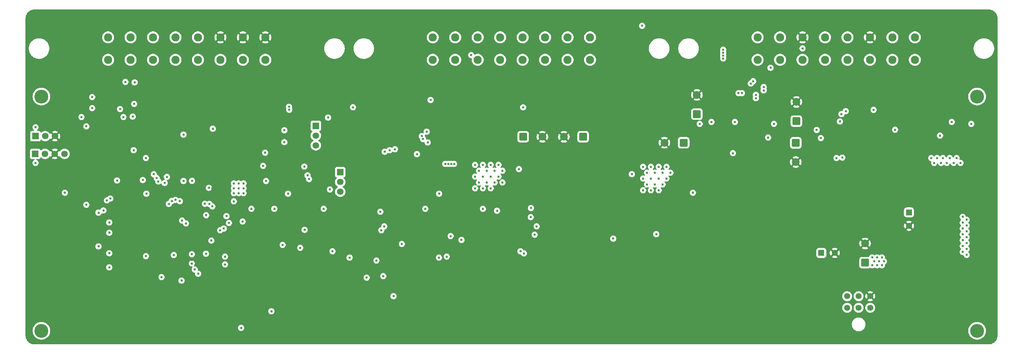
<source format=gbr>
%TF.GenerationSoftware,KiCad,Pcbnew,9.0.7*%
%TF.CreationDate,2026-02-10T17:00:28-08:00*%
%TF.ProjectId,VCU_v2,5643555f-7632-42e6-9b69-6361645f7063,rev?*%
%TF.SameCoordinates,Original*%
%TF.FileFunction,Copper,L2,Inr*%
%TF.FilePolarity,Positive*%
%FSLAX46Y46*%
G04 Gerber Fmt 4.6, Leading zero omitted, Abs format (unit mm)*
G04 Created by KiCad (PCBNEW 9.0.7) date 2026-02-10 17:00:28*
%MOMM*%
%LPD*%
G01*
G04 APERTURE LIST*
G04 Aperture macros list*
%AMRoundRect*
0 Rectangle with rounded corners*
0 $1 Rounding radius*
0 $2 $3 $4 $5 $6 $7 $8 $9 X,Y pos of 4 corners*
0 Add a 4 corners polygon primitive as box body*
4,1,4,$2,$3,$4,$5,$6,$7,$8,$9,$2,$3,0*
0 Add four circle primitives for the rounded corners*
1,1,$1+$1,$2,$3*
1,1,$1+$1,$4,$5*
1,1,$1+$1,$6,$7*
1,1,$1+$1,$8,$9*
0 Add four rect primitives between the rounded corners*
20,1,$1+$1,$2,$3,$4,$5,0*
20,1,$1+$1,$4,$5,$6,$7,0*
20,1,$1+$1,$6,$7,$8,$9,0*
20,1,$1+$1,$8,$9,$2,$3,0*%
G04 Aperture macros list end*
%TA.AperFunction,ComponentPad*%
%ADD10C,3.600000*%
%TD*%
%TA.AperFunction,ComponentPad*%
%ADD11RoundRect,0.250000X0.750000X0.750000X-0.750000X0.750000X-0.750000X-0.750000X0.750000X-0.750000X0*%
%TD*%
%TA.AperFunction,ComponentPad*%
%ADD12C,2.000000*%
%TD*%
%TA.AperFunction,ComponentPad*%
%ADD13C,2.108200*%
%TD*%
%TA.AperFunction,ComponentPad*%
%ADD14RoundRect,0.250000X-0.550000X-0.550000X0.550000X-0.550000X0.550000X0.550000X-0.550000X0.550000X0*%
%TD*%
%TA.AperFunction,ComponentPad*%
%ADD15C,1.600000*%
%TD*%
%TA.AperFunction,ComponentPad*%
%ADD16RoundRect,0.250000X-0.550000X0.550000X-0.550000X-0.550000X0.550000X-0.550000X0.550000X0.550000X0*%
%TD*%
%TA.AperFunction,ComponentPad*%
%ADD17R,1.700000X1.700000*%
%TD*%
%TA.AperFunction,ComponentPad*%
%ADD18C,1.700000*%
%TD*%
%TA.AperFunction,ComponentPad*%
%ADD19C,1.574800*%
%TD*%
%TA.AperFunction,ComponentPad*%
%ADD20RoundRect,0.250000X-0.750000X-0.750000X0.750000X-0.750000X0.750000X0.750000X-0.750000X0.750000X0*%
%TD*%
%TA.AperFunction,ComponentPad*%
%ADD21RoundRect,0.250000X0.750000X-0.750000X0.750000X0.750000X-0.750000X0.750000X-0.750000X-0.750000X0*%
%TD*%
%TA.AperFunction,ComponentPad*%
%ADD22RoundRect,0.250000X-0.750000X0.750000X-0.750000X-0.750000X0.750000X-0.750000X0.750000X0.750000X0*%
%TD*%
%TA.AperFunction,ViaPad*%
%ADD23C,0.609600*%
%TD*%
G04 APERTURE END LIST*
D10*
%TO.N,unconnected-(H1-Pad1)*%
%TO.C,H1*%
X274320000Y-53340000D03*
%TD*%
D11*
%TO.N,+12V*%
%TO.C,C65*%
X171858881Y-63813713D03*
D12*
%TO.N,GND*%
X166858881Y-63813713D03*
%TD*%
D13*
%TO.N,/Connector-Root/GEN_BTN1+*%
%TO.C,U19*%
X258129524Y-43767362D03*
%TO.N,/Connector-Root/GEN_BTN2+*%
X252287524Y-43767362D03*
%TO.N,/Connector-Root/Vin+*%
X246445524Y-43767362D03*
%TO.N,/STM32-Root/STM32H723ZGT6/PG3*%
X240603524Y-43767362D03*
%TO.N,/Connector-Root/BRAKE_LIGHT*%
X234761524Y-43767362D03*
%TO.N,/Connector-Root/BSPD_FAULT+*%
X228919524Y-43767362D03*
%TO.N,/Connector-Root/IMD_FAULT+*%
X223077524Y-43767362D03*
%TO.N,/Connector-Root/BMS_FAULT+*%
X217235524Y-43767362D03*
%TO.N,/Connector-Root/GEN_BTN1-*%
X258129524Y-37925362D03*
%TO.N,/Connector-Root/GEN_BTN2-*%
X252287524Y-37925362D03*
%TO.N,GND*%
X246445524Y-37925362D03*
%TO.N,/STM32-Root/STM32H723ZGT6/PA1*%
X240603524Y-37925362D03*
%TO.N,/STM32-Root/STM32H723ZGT6/PA0*%
X234761524Y-37925362D03*
%TO.N,GND*%
X228919524Y-37925362D03*
%TO.N,/Connector-Root/IMD_FAULT-*%
X223077524Y-37925362D03*
%TO.N,/Connector-Root/BMS_FAULT-*%
X217235524Y-37925362D03*
%TD*%
D14*
%TO.N,+5V*%
%TO.C,C11*%
X233801877Y-94036020D03*
D15*
%TO.N,GND*%
X237301877Y-94036020D03*
%TD*%
D16*
%TO.N,+12V*%
%TO.C,C2*%
X256605877Y-83493369D03*
D15*
%TO.N,GND*%
X256605877Y-86993369D03*
%TD*%
D17*
%TO.N,unconnected-(JP3-A-Pad1)*%
%TO.C,JP3*%
X102362000Y-60960000D03*
D18*
%TO.N,Net-(JP3-C)*%
X102362000Y-63500000D03*
%TO.N,/CAN2_N*%
X102362000Y-66040000D03*
%TD*%
D19*
%TO.N,/Connector-Root/Vin+*%
%TO.C,J2*%
X246515476Y-108306700D03*
%TO.N,/CAN2_P*%
X243515477Y-108306700D03*
%TO.N,/CAN2_N*%
X240515478Y-108306700D03*
%TO.N,GND*%
X246515476Y-105306701D03*
%TO.N,/CAN1_P*%
X243515477Y-105306701D03*
%TO.N,/CAN1_N*%
X240515478Y-105306701D03*
%TD*%
D20*
%TO.N,+12V*%
%TO.C,C66*%
X156270881Y-63813713D03*
D12*
%TO.N,GND*%
X161270881Y-63813713D03*
%TD*%
D17*
%TO.N,unconnected-(JP4-A-Pad1)*%
%TO.C,JP4*%
X108705000Y-73031000D03*
D18*
%TO.N,Net-(JP4-C)*%
X108705000Y-75571000D03*
%TO.N,/CAN1_P*%
X108705000Y-78111000D03*
%TD*%
D17*
%TO.N,+3.3V*%
%TO.C,JP1*%
X29437393Y-63644027D03*
D18*
%TO.N,Net-(JP1-C)*%
X31977393Y-63644027D03*
%TO.N,GND*%
X34517393Y-63644027D03*
%TD*%
D17*
%TO.N,+3.3V*%
%TO.C,J1*%
X29395343Y-68252197D03*
D18*
%TO.N,/STM32-Root/STM32H723ZGT6/PA14*%
X31935343Y-68252197D03*
%TO.N,GND*%
X34475343Y-68252197D03*
%TO.N,/STM32-Root/STM32H723ZGT6/PA13*%
X37015343Y-68252197D03*
%TD*%
D21*
%TO.N,+3.3V*%
%TO.C,C53*%
X227315340Y-59742124D03*
D12*
%TO.N,GND*%
X227315340Y-54742124D03*
%TD*%
D13*
%TO.N,/STM32-Root/STM32H723ZGT6/PG2*%
%TO.C,U18*%
X173674524Y-43767362D03*
%TO.N,/BSPD-Logic/Isense-thresh*%
X167832524Y-43767362D03*
%TO.N,/BSPD-Logic/Isense-active*%
X161990524Y-43767362D03*
%TO.N,/BSPD-FAULT*%
X156148524Y-43767362D03*
%TO.N,/Connector-Root/IMD-FAULT*%
X150306524Y-43767362D03*
%TO.N,/Connector-Root/BMS-FAULT*%
X144464524Y-43767362D03*
%TO.N,/Connector-Root/SPEAKER-*%
X138622524Y-43767362D03*
%TO.N,/Connector-Root/SPEAKER+*%
X132780524Y-43767362D03*
%TO.N,/STM32-Root/STM32H723ZGT6/PA2*%
X173674524Y-37925362D03*
%TO.N,/CAN2_N*%
X167832524Y-37925362D03*
%TO.N,/CAN2_P*%
X161990524Y-37925362D03*
%TO.N,/STM32-Root/STM32H723ZGT6/PG8*%
X156148524Y-37925362D03*
%TO.N,/STM32-Root/STM32H723ZGT6/PG7*%
X150306524Y-37925362D03*
%TO.N,/STM32-Root/STM32H723ZGT6/PG6*%
X144464524Y-37925362D03*
%TO.N,/STM32-Root/STM32H723ZGT6/PE10*%
X138622524Y-37925362D03*
%TO.N,/STM32-Root/STM32H723ZGT6/PE11*%
X132780524Y-37925362D03*
%TD*%
D11*
%TO.N,+3.3V*%
%TO.C,C76*%
X198012660Y-65352753D03*
D12*
%TO.N,GND*%
X193012660Y-65352753D03*
%TD*%
D10*
%TO.N,unconnected-(H2-Pad1)_1*%
%TO.C,H2*%
X31002724Y-53340000D03*
%TD*%
%TO.N,unconnected-(H3-Pad1)_1*%
%TO.C,H3*%
X274320000Y-114300000D03*
%TD*%
D22*
%TO.N,Net-(U14-LDOO)*%
%TO.C,C61*%
X227169966Y-65385949D03*
D12*
%TO.N,GND*%
X227169966Y-70385949D03*
%TD*%
D13*
%TO.N,/Connector-Root/APPS1-SIG*%
%TO.C,U17*%
X89244924Y-43767362D03*
%TO.N,/Connector-Root/APPS2-SIG*%
X83402924Y-43767362D03*
%TO.N,/BSE-SIG*%
X77560924Y-43767362D03*
%TO.N,+4.8V*%
X71718924Y-43767362D03*
X65876924Y-43767362D03*
X60034924Y-43767362D03*
%TO.N,/Connector-Root/RTD_BTN-*%
X54192924Y-43767362D03*
%TO.N,/Connector-Root/RTD_BTN+*%
X48350924Y-43767362D03*
%TO.N,GND*%
X89244924Y-37925362D03*
X83402924Y-37925362D03*
X77560924Y-37925362D03*
%TO.N,/CAN1_P*%
X71718924Y-37925362D03*
%TO.N,/CAN1_N*%
X65876924Y-37925362D03*
%TO.N,/STM32-Root/STM32H723ZGT6/PB15*%
X60034924Y-37925362D03*
%TO.N,/Connector-Root/PRECHARGE_BTN+*%
X54192924Y-37925362D03*
%TO.N,/Connector-Root/PRECHARGE_BTN-*%
X48350924Y-37925362D03*
%TD*%
D10*
%TO.N,unconnected-(H4-Pad1)_2*%
%TO.C,H4*%
X31002724Y-114300000D03*
%TD*%
D21*
%TO.N,+5V*%
%TO.C,C13*%
X245175877Y-96576020D03*
D12*
%TO.N,GND*%
X245175877Y-91576020D03*
%TD*%
D21*
%TO.N,+3.3V*%
%TO.C,C80*%
X201451446Y-57914787D03*
D12*
%TO.N,GND*%
X201451446Y-52914787D03*
%TD*%
D23*
%TO.N,/STM32-Root/STM32H723ZGT6/VBAT*%
X58166000Y-94869000D03*
X82931000Y-113538000D03*
%TO.N,GND*%
X274469724Y-47910162D03*
X30480000Y-74676000D03*
X274469724Y-68786962D03*
X45879629Y-94996000D03*
X160020000Y-75692000D03*
X107455324Y-110540562D03*
X269250524Y-107930962D03*
X193572124Y-97492562D03*
X243154524Y-50519762D03*
X273812000Y-64135000D03*
X256202524Y-110540562D03*
X89154000Y-54610000D03*
X79502000Y-61707286D03*
X180524124Y-84444562D03*
X108381800Y-93395800D03*
X102236124Y-42690962D03*
X36996124Y-47910162D03*
X277079324Y-102711762D03*
X42215324Y-45300562D03*
X271860124Y-102711762D03*
X227496924Y-87054162D03*
X185743324Y-113150162D03*
X271860124Y-45300562D03*
X164592000Y-77724000D03*
X36996124Y-107930962D03*
X128332124Y-45300562D03*
X68072000Y-105664000D03*
X67564000Y-96393000D03*
X42215324Y-102711762D03*
X250983324Y-76615762D03*
X87630000Y-97790000D03*
X266640924Y-34862162D03*
X39605724Y-92273362D03*
X50546000Y-73406000D03*
X237935324Y-97492562D03*
X224887324Y-87054162D03*
X206620124Y-50519762D03*
X227496924Y-84444562D03*
X50044124Y-102711762D03*
X46990000Y-88900000D03*
X214376000Y-65532000D03*
X154428124Y-113150162D03*
X222277724Y-110540562D03*
X198791324Y-107930962D03*
X151818524Y-102711762D03*
X125722524Y-47910162D03*
X166370000Y-75692000D03*
X183133724Y-81834962D03*
X86614000Y-102362000D03*
X125730000Y-82804000D03*
X44824924Y-105321362D03*
X136398000Y-99060000D03*
X188352924Y-107930962D03*
X209229724Y-47910162D03*
X97016924Y-102711762D03*
X70612000Y-84455000D03*
X258812124Y-110540562D03*
X232716124Y-110540562D03*
X151818524Y-100102162D03*
X222277724Y-105321362D03*
X190962524Y-58348562D03*
X154051000Y-87630000D03*
X125722524Y-60958162D03*
X190962524Y-107930962D03*
X34386524Y-58348562D03*
X222277724Y-100102162D03*
X164211000Y-88900000D03*
X160528000Y-76962000D03*
X99626524Y-42690962D03*
X133551324Y-58348562D03*
X99626524Y-37471762D03*
X198791324Y-113150162D03*
X101727000Y-78486000D03*
X193572124Y-107930962D03*
X269250524Y-105321362D03*
X215392000Y-66040000D03*
X224887324Y-113150162D03*
X38862000Y-74676000D03*
X277079324Y-47910162D03*
X219668124Y-110540562D03*
X188352924Y-113150162D03*
X168402000Y-78994000D03*
X190962524Y-110540562D03*
X204010524Y-110540562D03*
X253592924Y-107930962D03*
X277079324Y-74006162D03*
X224887324Y-74006162D03*
X149208924Y-100102162D03*
X169545000Y-78994000D03*
X60482524Y-110540562D03*
X102236124Y-100102162D03*
X264031324Y-110540562D03*
X240157730Y-92409908D03*
X39605724Y-47910162D03*
X45593000Y-96774000D03*
X271860124Y-107930962D03*
X151818524Y-97492562D03*
X42215324Y-47910162D03*
X258812124Y-107930962D03*
X271860124Y-100102162D03*
X167476124Y-102711762D03*
X39605724Y-94882962D03*
X248373724Y-60958162D03*
X164866524Y-105321362D03*
X241173730Y-91393908D03*
X250825730Y-87329908D03*
X94407324Y-110540562D03*
X42316114Y-113050313D03*
X196181724Y-60958162D03*
X102641400Y-90271600D03*
X253592924Y-113150162D03*
X265455400Y-102565200D03*
X64897000Y-61214000D03*
X50044124Y-107930962D03*
X44824924Y-40081362D03*
X167476124Y-97492562D03*
X173736000Y-86614000D03*
X39605724Y-97492562D03*
X159647324Y-97492562D03*
X42215324Y-34862162D03*
X171450000Y-77114400D03*
X269250524Y-47910162D03*
X250983324Y-74006162D03*
X244475730Y-83011908D03*
X95377000Y-72644000D03*
X128332124Y-50519762D03*
X102236124Y-45300562D03*
X65701724Y-110540562D03*
X153924000Y-54102000D03*
X107455324Y-97492562D03*
X207391000Y-99695000D03*
X227496924Y-89663762D03*
X44824924Y-42690962D03*
X47434524Y-105321362D03*
X99626524Y-102711762D03*
X269250524Y-110540562D03*
X264031324Y-37471762D03*
X253873730Y-87329908D03*
X215392000Y-67056000D03*
X235325724Y-113150162D03*
X163830000Y-75692000D03*
X190962524Y-102711762D03*
X239141730Y-91393908D03*
X196181724Y-107930962D03*
X216916000Y-99695000D03*
X164866524Y-102711762D03*
X249301730Y-91393908D03*
X206620124Y-113150162D03*
X138770524Y-53129362D03*
X44824924Y-100102162D03*
X252349730Y-87329908D03*
X193572124Y-58348562D03*
X162256924Y-97492562D03*
X266640924Y-110540562D03*
X232716124Y-89663762D03*
X271860124Y-105321362D03*
X242951000Y-62992000D03*
X167640000Y-78994000D03*
X232716124Y-113150162D03*
X217058524Y-94882962D03*
X77597000Y-75946000D03*
X157037724Y-97492562D03*
X201400924Y-63567762D03*
X224887324Y-105321362D03*
X224887324Y-110540562D03*
X214376000Y-64516000D03*
X39605724Y-100102162D03*
X190962524Y-60958162D03*
X159647324Y-102711762D03*
X170085724Y-97492562D03*
X125722524Y-50519762D03*
X170085724Y-100102162D03*
X138770524Y-74006162D03*
X50044124Y-110540562D03*
X42215324Y-40081362D03*
X42215324Y-42690962D03*
X77537724Y-75184000D03*
X243459730Y-83011908D03*
X214448924Y-110540562D03*
X201400924Y-107930962D03*
X217058524Y-113150162D03*
X274469724Y-34862162D03*
X166878000Y-76708000D03*
X43688000Y-93472000D03*
X224887324Y-102711762D03*
X274469724Y-97492562D03*
X170085724Y-113150162D03*
X168148000Y-57404000D03*
X87630000Y-95250000D03*
X238125730Y-92409908D03*
X66675000Y-75565000D03*
X154428124Y-97492562D03*
X168402000Y-76708000D03*
X146599324Y-100102162D03*
X108458000Y-53086000D03*
X266640924Y-45300562D03*
X143989724Y-97492562D03*
X110490000Y-86334600D03*
X250983324Y-113150162D03*
X117893724Y-53129362D03*
X180524124Y-76615762D03*
X80137000Y-54595286D03*
X73660000Y-106680000D03*
X247269730Y-90123908D03*
X58674000Y-57912000D03*
X50044124Y-113150162D03*
X36996124Y-97492562D03*
X52653724Y-107930962D03*
X50044124Y-105321362D03*
X256202524Y-113150162D03*
X42215324Y-97492562D03*
X265430000Y-99212400D03*
X59055000Y-114173000D03*
X261421724Y-34862162D03*
X44824924Y-45300562D03*
X248373724Y-113150162D03*
X104845724Y-102711762D03*
X161290000Y-75692000D03*
X258812124Y-105321362D03*
X193572124Y-105321362D03*
X102236124Y-110540562D03*
X85598000Y-64897000D03*
X124206000Y-97028000D03*
X162814000Y-78232000D03*
X125722524Y-53129362D03*
X235325724Y-110540562D03*
X44824924Y-34862162D03*
X190962524Y-100102162D03*
X44824924Y-102711762D03*
X209229724Y-50519762D03*
X162256924Y-105321362D03*
X180524124Y-79225362D03*
X209229724Y-113150162D03*
X141380124Y-50519762D03*
X107455324Y-100102162D03*
X259588000Y-65786000D03*
X211839324Y-110540562D03*
X227496924Y-107930962D03*
X157480000Y-77089000D03*
X222277724Y-53129362D03*
X211839324Y-107930962D03*
X111252000Y-110998000D03*
X160020000Y-78994000D03*
X224887324Y-107930962D03*
X50292000Y-56769000D03*
X115284124Y-63567762D03*
X237935324Y-113150162D03*
X212217000Y-99695000D03*
X268300200Y-102006400D03*
X196181724Y-50519762D03*
X36996124Y-102711762D03*
X217058524Y-110540562D03*
X240544924Y-97492562D03*
X167476124Y-100102162D03*
X250983324Y-105321362D03*
X215392000Y-64008000D03*
X99626524Y-110540562D03*
X44824924Y-37471762D03*
X39605724Y-102711762D03*
X60960000Y-103378000D03*
X269250524Y-40081362D03*
X258812124Y-113150162D03*
X167476124Y-113150162D03*
X63092124Y-110540562D03*
X269250524Y-34862162D03*
X52653724Y-110540562D03*
X258812124Y-92273362D03*
X149208924Y-102711762D03*
X59182000Y-61087000D03*
X206620124Y-110540562D03*
X123952000Y-87122000D03*
X168910000Y-75692000D03*
X219668124Y-107930962D03*
X36996124Y-34862162D03*
X271860124Y-97492562D03*
X172695324Y-97492562D03*
X96012000Y-83820000D03*
X42215324Y-37471762D03*
X274469724Y-71396562D03*
X256202524Y-71396562D03*
X99626524Y-40081362D03*
X180524124Y-81834962D03*
X190962524Y-97492562D03*
X275336000Y-89916000D03*
X164866524Y-113150162D03*
X72136000Y-103632000D03*
X180524124Y-113150162D03*
X47434524Y-107930962D03*
X167640000Y-77724000D03*
X240544924Y-100102162D03*
X183133724Y-79225362D03*
X266640924Y-113150162D03*
X274469724Y-79225362D03*
X201400924Y-113150162D03*
X264007600Y-96774000D03*
X188352924Y-66177362D03*
X190962524Y-105321362D03*
X165100000Y-75692000D03*
X209229724Y-89663762D03*
X125722524Y-45300562D03*
X66802000Y-114173000D03*
X159647324Y-105321362D03*
X254381730Y-88853908D03*
X266640924Y-107930962D03*
X245764124Y-50519762D03*
X249301730Y-87329908D03*
X146599324Y-97492562D03*
X166116000Y-77724000D03*
X36996124Y-45300562D03*
X117893724Y-110540562D03*
X193572124Y-102711762D03*
X44824924Y-107930962D03*
X250983324Y-55738962D03*
X94407324Y-42690962D03*
X165608000Y-78994000D03*
X177914524Y-110540562D03*
X161290000Y-78232000D03*
X84074000Y-102362000D03*
X185743324Y-110540562D03*
X266640924Y-42690962D03*
X245491730Y-87075908D03*
X155194000Y-77216000D03*
X256202524Y-105321362D03*
X266640924Y-40081362D03*
X274469724Y-100102162D03*
X51943000Y-89433132D03*
X271860124Y-34862162D03*
X173990000Y-60198000D03*
X164866524Y-100102162D03*
X248373724Y-63567762D03*
X222277724Y-107930962D03*
X99626524Y-100102162D03*
X117858415Y-81533000D03*
X245764124Y-76615762D03*
X162560000Y-75692000D03*
X39605724Y-105321362D03*
X162052000Y-76962000D03*
X215392000Y-65024000D03*
X219668124Y-113150162D03*
X250983324Y-110540562D03*
X264031324Y-107930962D03*
X170085724Y-102711762D03*
X164592000Y-78994000D03*
X39370000Y-62357000D03*
X31776924Y-47910162D03*
X39605724Y-45300562D03*
X248285730Y-88853908D03*
X38608000Y-56388000D03*
X126746000Y-107188000D03*
X39605724Y-107930962D03*
X196181724Y-58348562D03*
X193572124Y-60958162D03*
X162256924Y-102711762D03*
X237935324Y-100102162D03*
X261421724Y-107930962D03*
X266192000Y-56007000D03*
X252857730Y-88853908D03*
X159647324Y-100102162D03*
X78486000Y-60183286D03*
X266640924Y-37471762D03*
X42215324Y-89663762D03*
X202565000Y-99695000D03*
X204010524Y-113150162D03*
X188352924Y-110540562D03*
X274469724Y-102711762D03*
X67183000Y-103124000D03*
X129794000Y-107188000D03*
X69469000Y-55357286D03*
X42215324Y-87054162D03*
X269250524Y-42690962D03*
X277079324Y-105321362D03*
X138770524Y-55738962D03*
X36996124Y-92273362D03*
X70104000Y-95885000D03*
X177914524Y-113150162D03*
X243459730Y-87075908D03*
X240411000Y-63119000D03*
X209229724Y-107930962D03*
X149208924Y-97492562D03*
X66040000Y-73384032D03*
X177914524Y-76615762D03*
X250983324Y-58348562D03*
X149208924Y-105321362D03*
X130941724Y-47910162D03*
X201400924Y-110540562D03*
X163576000Y-76962000D03*
X50165000Y-66421000D03*
X68834000Y-103251000D03*
X97016924Y-42690962D03*
X70104000Y-103378000D03*
X42215324Y-105321362D03*
X261421724Y-110540562D03*
X209229724Y-110540562D03*
X75565000Y-94107000D03*
X245491730Y-83011908D03*
X39878000Y-54102000D03*
X269250524Y-37471762D03*
X256202524Y-107930962D03*
X250983324Y-107930962D03*
X42215324Y-107930962D03*
X264031324Y-113150162D03*
X39605724Y-37471762D03*
X175304924Y-63567762D03*
X146812000Y-86106000D03*
X55263324Y-113150162D03*
X102489000Y-70231000D03*
X277079324Y-66177362D03*
X235325724Y-97492562D03*
X172212000Y-57150000D03*
X214376000Y-66548000D03*
X170116500Y-82994500D03*
X38862000Y-85598000D03*
X97016924Y-110540562D03*
X97016924Y-37471762D03*
X193572124Y-110540562D03*
X148336000Y-86360000D03*
X93980000Y-88900000D03*
X54102000Y-103378000D03*
X183133724Y-76615762D03*
X116840000Y-99568000D03*
X250317730Y-90123908D03*
X118872000Y-84836000D03*
X180524124Y-110540562D03*
X214448924Y-113150162D03*
X172695324Y-100102162D03*
X188352924Y-63567762D03*
X77724000Y-81661000D03*
X153924000Y-56134000D03*
X222277724Y-113150162D03*
X47434524Y-102711762D03*
X175304924Y-97492562D03*
X277079324Y-76615762D03*
X34386524Y-34862162D03*
X99626524Y-45300562D03*
X46863000Y-72771000D03*
X198791324Y-110540562D03*
X57872924Y-110540562D03*
X128332124Y-47910162D03*
X104845724Y-110540562D03*
X274469724Y-74006162D03*
X117893724Y-74006162D03*
X79375000Y-52741086D03*
X52653724Y-113150162D03*
X133551324Y-105321362D03*
X102236124Y-102711762D03*
X248373724Y-76615762D03*
X190962524Y-113150162D03*
X97016924Y-40081362D03*
X36996124Y-105321362D03*
X158242000Y-52070000D03*
X277079324Y-97492562D03*
X73660000Y-110744000D03*
X77216000Y-89662000D03*
X277079324Y-94882962D03*
X36996124Y-42690962D03*
X248373724Y-53129362D03*
X277079324Y-34862162D03*
X30480000Y-85598000D03*
X251333730Y-88853908D03*
X264031324Y-42690962D03*
X230106524Y-107930962D03*
X131318000Y-86614000D03*
X243154524Y-100102162D03*
X193572124Y-100102162D03*
X173710600Y-77139800D03*
X230106524Y-113150162D03*
X59182000Y-62738000D03*
X165354000Y-76708000D03*
X102236124Y-40081362D03*
X183133724Y-110540562D03*
X75438000Y-77216000D03*
X177292000Y-82550000D03*
X136160924Y-58348562D03*
X177914524Y-79225362D03*
X34386524Y-45300562D03*
X130302000Y-93472000D03*
X227496924Y-110540562D03*
X159647324Y-113150162D03*
X94361000Y-87630000D03*
X230106524Y-110540562D03*
X146599324Y-102711762D03*
X167640000Y-75692000D03*
X55263324Y-110540562D03*
X36996124Y-37471762D03*
X141380124Y-53129362D03*
X274469724Y-76615762D03*
X245764124Y-53129362D03*
X75565000Y-84201000D03*
X60071000Y-96520000D03*
X59630329Y-72703671D03*
X183133724Y-113150162D03*
X117893724Y-60958162D03*
X214448924Y-107930962D03*
X277079324Y-100102162D03*
X52978739Y-74168000D03*
X104845724Y-97492562D03*
X249809730Y-88853908D03*
X117893724Y-63567762D03*
X151818524Y-63567762D03*
X97016924Y-45300562D03*
X204010524Y-107930962D03*
X112268000Y-54356000D03*
X184785000Y-105791000D03*
X84258738Y-59055000D03*
X230106524Y-89663762D03*
X247777730Y-91393908D03*
X244475730Y-87075908D03*
X211839324Y-113150162D03*
X227496924Y-113150162D03*
X94407324Y-45300562D03*
X269250524Y-45300562D03*
X70612000Y-89408000D03*
X277079324Y-68786962D03*
X94407324Y-37471762D03*
X99314000Y-85852000D03*
X128332124Y-42690962D03*
X172695324Y-113150162D03*
X34925000Y-77978000D03*
X143989724Y-100102162D03*
X277079324Y-79225362D03*
X57658000Y-103378000D03*
X264031324Y-34862162D03*
X58928000Y-106680000D03*
X34386524Y-47910162D03*
X47434524Y-110540562D03*
X253592924Y-71396562D03*
X36996124Y-94882962D03*
X180524124Y-107930962D03*
X106807000Y-71628000D03*
X211839324Y-87054162D03*
X271860124Y-47910162D03*
X248793730Y-90123908D03*
X104845724Y-100102162D03*
X42215324Y-100102162D03*
X166624000Y-78994000D03*
X66929000Y-60198000D03*
X167476124Y-105321362D03*
X175304924Y-113150162D03*
X250983324Y-102711762D03*
X157037724Y-113150162D03*
X237109730Y-91393908D03*
X217058524Y-107930962D03*
X164211000Y-87122000D03*
X86868000Y-91694000D03*
X36996124Y-100102162D03*
X197866000Y-99695000D03*
X101600000Y-56134000D03*
X78486000Y-66929000D03*
X39605724Y-34862162D03*
X90424000Y-99822000D03*
X253592924Y-105321362D03*
X54940200Y-73406000D03*
X143989724Y-105321362D03*
X31776924Y-34862162D03*
X274469724Y-107930962D03*
X107455324Y-102711762D03*
X164866524Y-97492562D03*
X135890000Y-82804000D03*
X188352924Y-58348562D03*
X94407324Y-40081362D03*
X170180000Y-84836000D03*
X146599324Y-105321362D03*
X253592924Y-110540562D03*
X66469327Y-61087000D03*
X196181724Y-110540562D03*
X39605724Y-42690962D03*
X227496924Y-105321362D03*
X57383566Y-73406000D03*
X230106524Y-92273362D03*
X274469724Y-105321362D03*
X102236124Y-97492562D03*
X162256924Y-100102162D03*
X48895000Y-83566000D03*
X46904239Y-86020239D03*
X143989724Y-102711762D03*
X56388000Y-99822000D03*
X177393600Y-84353400D03*
X214448924Y-84444562D03*
X222277724Y-102711762D03*
X114554000Y-110998000D03*
X47434524Y-113150162D03*
X261421724Y-113150162D03*
X77343000Y-79883000D03*
X36996124Y-40081362D03*
X39605724Y-40081362D03*
X277079324Y-71396562D03*
X206620124Y-107930962D03*
X162256924Y-113150162D03*
X55263324Y-107930962D03*
X102236124Y-37471762D03*
X188352924Y-60958162D03*
X258812124Y-94882962D03*
X277079324Y-107930962D03*
X264031324Y-40081362D03*
X215392000Y-62992000D03*
X196181724Y-113150162D03*
X193572124Y-113150162D03*
X136160924Y-55738962D03*
X125722524Y-63567762D03*
X203581000Y-70002400D03*
%TO.N,+5V*%
X249555730Y-97235908D03*
X248285730Y-97235908D03*
X75565000Y-61707286D03*
X81026000Y-80611362D03*
X248793730Y-96219908D03*
X249555730Y-95203908D03*
X250063730Y-96219908D03*
X248285730Y-95203908D03*
X67945000Y-63246000D03*
X105537000Y-58801000D03*
X42672000Y-61087000D03*
X41402000Y-58674000D03*
X89154000Y-67945000D03*
X247523730Y-96219908D03*
X247015730Y-97235908D03*
X247015730Y-95203908D03*
%TO.N,+3.3V*%
X221488000Y-60452000D03*
X148844000Y-75692000D03*
X189484000Y-77724000D03*
X50673000Y-75184000D03*
X57383566Y-75057000D03*
X202184000Y-60452000D03*
X44196000Y-56337200D03*
X112014000Y-56134000D03*
X191516000Y-74676000D03*
X74549000Y-77089000D03*
X189484000Y-71628000D03*
X188468000Y-76200000D03*
X83566000Y-75946000D03*
X149860000Y-74168000D03*
X194564000Y-73152000D03*
X48641000Y-94107000D03*
X82296000Y-77216000D03*
X82296000Y-78486000D03*
X264668000Y-63500000D03*
X149860000Y-71120000D03*
X42672000Y-81491932D03*
X67945000Y-75311000D03*
X81026000Y-78486000D03*
X73828239Y-84222133D03*
X193548000Y-74676000D03*
X219964000Y-64008000D03*
X143764000Y-71120000D03*
X48641000Y-86106000D03*
X48641000Y-97790000D03*
X187452000Y-74676000D03*
X67437000Y-101219000D03*
X210820000Y-68072000D03*
X75184000Y-90805000D03*
X100584000Y-74803000D03*
X187452000Y-71628000D03*
X146812000Y-72644000D03*
X187452000Y-77724000D03*
X144780000Y-75692000D03*
X272796000Y-60452000D03*
X205232000Y-59944000D03*
X78740000Y-94996000D03*
X252984000Y-61976000D03*
X95123000Y-78613000D03*
X71755000Y-99441000D03*
X143764000Y-77216000D03*
X82296000Y-75946000D03*
X29464000Y-61341000D03*
X81026000Y-75946000D03*
X55118000Y-55245000D03*
X48641000Y-88773000D03*
X191516000Y-77724000D03*
X73787000Y-94234000D03*
X62230000Y-100330000D03*
X144780000Y-72644000D03*
X78740000Y-97028000D03*
X81026000Y-77216000D03*
X193548000Y-71628000D03*
X147828000Y-77216000D03*
X145796000Y-77216000D03*
X44196000Y-53467000D03*
X192532000Y-73152000D03*
X190500000Y-76200000D03*
X146812000Y-75692000D03*
X267716000Y-59944000D03*
X147828000Y-71120000D03*
X189484000Y-74676000D03*
X83566000Y-78486000D03*
X191516000Y-71628000D03*
X148844000Y-72644000D03*
X145796000Y-74168000D03*
X188468000Y-73152000D03*
X145796000Y-71120000D03*
X211328000Y-59944000D03*
X143764000Y-74168000D03*
X192532000Y-76200000D03*
X83566000Y-77216000D03*
X150876000Y-75692000D03*
X83312000Y-85852000D03*
X150876000Y-72644000D03*
X51460400Y-56591200D03*
X147828000Y-74168000D03*
X29464000Y-70612000D03*
X190500000Y-73152000D03*
%TO.N,/STM32-Root/STM32H723ZGT6/PF14*%
X58166000Y-69342000D03*
X67564000Y-85598000D03*
%TO.N,/STM32-Root/STM32H723ZGT6/PF15*%
X68580000Y-86360000D03*
X54991000Y-67310000D03*
%TO.N,/STM32-Root/STM32H723ZGT6/PG0*%
X77470000Y-88138000D03*
X156464000Y-94157800D03*
%TO.N,/STM32-Root/STM32H723ZGT6/PG1*%
X78422500Y-87693500D03*
X155575000Y-93599000D03*
%TO.N,/STM32-Root/STM32H723ZGT6/PA14*%
X37087597Y-78359000D03*
%TO.N,/STM32-Root/STM32H723ZGT6/PA0*%
X70104000Y-94361000D03*
X208280000Y-41910003D03*
X130232813Y-64389000D03*
X136779000Y-70866000D03*
%TO.N,/STM32-Root/STM32H723ZGT6/PG2*%
X63037539Y-75832261D03*
%TO.N,/STM32-Root/STM32H723ZGT6/PD1*%
X88646000Y-71374000D03*
X65848568Y-80227832D03*
%TO.N,/STM32-Root/STM32H723ZGT6/PG3*%
X142748000Y-42545000D03*
X63629000Y-74245428D03*
X187198000Y-34925000D03*
%TO.N,/STM32-Root/STM32H723ZGT6/PA1*%
X137541000Y-70866000D03*
X129921000Y-63627000D03*
X208280000Y-42672006D03*
X70104000Y-96774000D03*
%TO.N,/STM32-Root/STM32H723ZGT6/PD0*%
X89408000Y-75311000D03*
X66978368Y-80567368D03*
%TO.N,/STM32-Root/STM32H723ZGT6/PC11*%
X47117000Y-82991931D03*
X48006000Y-80374332D03*
%TO.N,/STM32-Root/STM32H723ZGT6/PC1*%
X190881000Y-89154000D03*
X65419939Y-94589600D03*
%TO.N,/STM32-Root/STM32H723ZGT6/PC10*%
X48895000Y-79874332D03*
X45847000Y-83550731D03*
%TO.N,/STM32-Root/STM32H723ZGT6/PB12*%
X70167500Y-75275764D03*
X134416800Y-78613000D03*
X179679600Y-90297000D03*
X122936000Y-67056000D03*
%TO.N,/STM32-Root/STM32H723ZGT6/PG8*%
X60198000Y-73533000D03*
%TO.N,/STM32-Root/STM32H723ZGT6/PB15*%
X58293000Y-78613000D03*
%TO.N,/STM32-Root/STM32H723ZGT6/PE10*%
X120269000Y-67691000D03*
X75438000Y-81915000D03*
%TO.N,/STM32-Root/STM32H723ZGT6/PE9*%
X79756000Y-86233000D03*
X79121000Y-84455000D03*
%TO.N,/STM32-Root/STM32H723ZGT6/PG7*%
X60960000Y-74549000D03*
%TO.N,/STM32-Root/STM32H723ZGT6/PB6*%
X64135000Y-81280000D03*
X95377000Y-56007000D03*
%TO.N,/STM32-Root/STM32H723ZGT6/PA2*%
X208280000Y-43434009D03*
X70866000Y-98345632D03*
X131191000Y-62484000D03*
X138303003Y-70866000D03*
%TO.N,/STM32-Root/STM32H723ZGT6/PB5*%
X64897000Y-80520000D03*
X95427800Y-56769000D03*
%TO.N,/STM32-Root/STM32H723ZGT6/PE11*%
X74676000Y-81280000D03*
X121539000Y-67310000D03*
%TO.N,/STM32-Root/STM32H723ZGT6/PB10*%
X73507600Y-81229200D03*
X200406000Y-78359000D03*
%TO.N,/STM32-Root/STM32H723ZGT6/PG6*%
X61417200Y-75438000D03*
%TO.N,Net-(JP1-C)*%
X45847000Y-92329000D03*
%TO.N,/BSPD-FAULT*%
X128651000Y-68326000D03*
X106001383Y-77513617D03*
X132207000Y-54229000D03*
%TO.N,/Connector-Root/BSPD_FAULT+*%
X228931028Y-40812944D03*
X91567000Y-82550000D03*
X208280000Y-41148000D03*
X131445000Y-65278000D03*
X136017000Y-70866000D03*
%TO.N,/Connector-Root/BMS-FAULT*%
X93726000Y-91948000D03*
X233680000Y-64135000D03*
X232600500Y-62039500D03*
%TO.N,/Connector-Root/BRAKE_LIGHT*%
X90805000Y-109220000D03*
X220599000Y-45847000D03*
%TO.N,/Connector-Root/IMD-FAULT*%
X98298000Y-92710000D03*
%TO.N,/Connector-Root/PRECHARGE_BTN+*%
X55245000Y-49657000D03*
%TO.N,/Connector-Root/PRECHARGE_BTN-*%
X52832000Y-49530000D03*
%TO.N,/Connector-Root/RTD_BTN+*%
X52324000Y-58674000D03*
%TO.N,/Connector-Root/RTD_BTN-*%
X54737000Y-58547000D03*
%TO.N,+12V*%
X85598000Y-82550000D03*
X271602200Y-94538800D03*
X158242000Y-84709000D03*
X271602200Y-89966800D03*
X119126000Y-83312000D03*
X111125000Y-95250000D03*
X136398000Y-94996000D03*
X270586200Y-86156800D03*
X271602200Y-86918800D03*
X106680000Y-93599000D03*
X159258000Y-89281000D03*
X240157000Y-57150000D03*
X184531000Y-73533000D03*
X99441000Y-88011000D03*
X270586200Y-87680800D03*
X159766000Y-87122000D03*
X140233400Y-90652600D03*
X158305500Y-82359500D03*
X137414000Y-89662000D03*
X118110000Y-96012000D03*
X115570000Y-100457000D03*
X119888000Y-100076000D03*
X247396000Y-56803765D03*
X270586200Y-93776800D03*
X239268000Y-69215000D03*
X270586200Y-92252800D03*
X130810000Y-82550000D03*
X270586200Y-89204800D03*
X237744000Y-69342000D03*
X270586200Y-90728800D03*
X145796000Y-82550000D03*
X271602200Y-91490800D03*
X271602200Y-93014800D03*
X156260800Y-56159400D03*
X149479000Y-83058000D03*
X271602200Y-88442800D03*
X104394000Y-82550000D03*
X124714000Y-91694000D03*
X155168600Y-72237600D03*
X270586200Y-84632800D03*
X271602200Y-85394800D03*
%TO.N,/Connector-Root/Vin+*%
X262382000Y-69342000D03*
X268986000Y-69342000D03*
X270002000Y-70612000D03*
X267208000Y-69342000D03*
X263906000Y-69342000D03*
X265430000Y-69342000D03*
X263144000Y-70612000D03*
X266446000Y-70612000D03*
X264922000Y-70612000D03*
X268224000Y-70612000D03*
%TO.N,Net-(R102-Pad1)*%
X122555000Y-105283000D03*
X134366000Y-95250000D03*
%TO.N,/BSPD-Logic/Isense-thresh*%
X119380000Y-88138000D03*
%TO.N,/BSPD-Logic/Isense-active*%
X120142000Y-87122000D03*
%TO.N,/CAN1_P*%
X215469085Y-49960915D03*
X218821000Y-51737800D03*
X99377500Y-71564500D03*
X94168649Y-62119638D03*
%TO.N,/CAN2_N*%
X216789000Y-53769800D03*
X212295200Y-52451000D03*
%TO.N,/CAN1_N*%
X94168649Y-65218438D03*
X100203000Y-73848324D03*
X216076915Y-49353085D03*
X218821000Y-50878200D03*
%TO.N,/CAN2_P*%
X213154800Y-52451000D03*
X216789000Y-52910200D03*
%TO.N,/Connector-Root/BMS_FAULT-*%
X238633000Y-59817000D03*
%TO.N,/Connector-Root/IMD_FAULT-*%
X239050258Y-57912000D03*
%TD*%
%TA.AperFunction,Conductor*%
%TO.N,GND*%
G36*
X277290031Y-30680726D02*
G01*
X277560806Y-30697104D01*
X277575668Y-30698909D01*
X277637428Y-30710226D01*
X277838800Y-30747129D01*
X277853325Y-30750709D01*
X278108748Y-30830300D01*
X278122732Y-30835605D01*
X278183972Y-30863167D01*
X278366678Y-30945397D01*
X278379936Y-30952355D01*
X278608866Y-31090748D01*
X278621188Y-31099254D01*
X278831771Y-31264233D01*
X278842980Y-31274163D01*
X279032132Y-31463316D01*
X279042061Y-31474523D01*
X279207043Y-31685105D01*
X279215550Y-31697429D01*
X279353942Y-31926359D01*
X279360900Y-31939618D01*
X279470693Y-32183567D01*
X279476003Y-32197568D01*
X279555584Y-32452953D01*
X279559168Y-32467491D01*
X279607389Y-32730625D01*
X279609194Y-32745489D01*
X279625569Y-33016179D01*
X279625795Y-33023667D01*
X279625795Y-115495461D01*
X279625569Y-115502949D01*
X279609188Y-115773722D01*
X279607383Y-115788586D01*
X279559162Y-116051715D01*
X279555578Y-116066254D01*
X279475993Y-116321646D01*
X279470683Y-116335647D01*
X279360894Y-116579584D01*
X279353936Y-116592842D01*
X279215540Y-116821775D01*
X279207033Y-116834099D01*
X279042054Y-117044677D01*
X279032125Y-117055884D01*
X278842972Y-117245036D01*
X278831764Y-117254966D01*
X278621179Y-117419947D01*
X278608856Y-117428453D01*
X278533522Y-117473993D01*
X278379929Y-117566842D01*
X278366676Y-117573799D01*
X278122723Y-117683592D01*
X278108722Y-117688901D01*
X277853336Y-117768482D01*
X277838797Y-117772066D01*
X277575669Y-117820285D01*
X277560805Y-117822090D01*
X277398929Y-117831882D01*
X277289692Y-117838489D01*
X277282222Y-117838715D01*
X29213751Y-117838715D01*
X29206264Y-117838489D01*
X28935489Y-117822109D01*
X28920625Y-117820304D01*
X28657493Y-117772084D01*
X28642954Y-117768500D01*
X28387567Y-117688919D01*
X28373566Y-117683610D01*
X28129615Y-117573817D01*
X28116356Y-117566858D01*
X27887426Y-117428466D01*
X27875103Y-117419960D01*
X27875086Y-117419947D01*
X27664520Y-117254979D01*
X27653312Y-117245049D01*
X27464159Y-117055897D01*
X27454230Y-117044690D01*
X27289248Y-116834108D01*
X27280745Y-116821790D01*
X27142344Y-116592849D01*
X27135387Y-116579592D01*
X27025594Y-116335646D01*
X27020289Y-116321659D01*
X26940700Y-116066251D01*
X26937118Y-116051719D01*
X26937117Y-116051715D01*
X26888895Y-115788586D01*
X26887091Y-115773723D01*
X26870726Y-115503195D01*
X26870500Y-115495708D01*
X26870500Y-114149223D01*
X28702224Y-114149223D01*
X28702224Y-114450776D01*
X28702225Y-114450793D01*
X28741585Y-114749766D01*
X28819637Y-115041060D01*
X28935038Y-115319661D01*
X28935042Y-115319671D01*
X29085823Y-115580831D01*
X29269403Y-115820078D01*
X29269409Y-115820085D01*
X29482638Y-116033314D01*
X29482645Y-116033320D01*
X29721892Y-116216900D01*
X29983052Y-116367681D01*
X29983053Y-116367681D01*
X29983056Y-116367683D01*
X30168796Y-116444619D01*
X30261663Y-116483086D01*
X30261664Y-116483086D01*
X30261666Y-116483087D01*
X30552956Y-116561138D01*
X30851941Y-116600500D01*
X30851948Y-116600500D01*
X31153500Y-116600500D01*
X31153507Y-116600500D01*
X31452492Y-116561138D01*
X31743782Y-116483087D01*
X32022392Y-116367683D01*
X32283556Y-116216900D01*
X32522804Y-116033319D01*
X32736043Y-115820080D01*
X32919624Y-115580832D01*
X33070407Y-115319668D01*
X33185811Y-115041058D01*
X33263862Y-114749768D01*
X33303224Y-114450783D01*
X33303224Y-114149217D01*
X33263862Y-113850232D01*
X33185811Y-113558942D01*
X33185809Y-113558936D01*
X33161416Y-113500045D01*
X33144282Y-113458680D01*
X82125700Y-113458680D01*
X82125700Y-113617319D01*
X82156644Y-113772889D01*
X82156647Y-113772898D01*
X82217348Y-113919446D01*
X82217355Y-113919459D01*
X82305481Y-114051348D01*
X82305484Y-114051352D01*
X82417647Y-114163515D01*
X82417651Y-114163518D01*
X82549540Y-114251644D01*
X82549553Y-114251651D01*
X82659464Y-114297176D01*
X82696103Y-114312353D01*
X82696105Y-114312353D01*
X82696110Y-114312355D01*
X82851680Y-114343299D01*
X82851684Y-114343300D01*
X82851685Y-114343300D01*
X83010316Y-114343300D01*
X83010317Y-114343299D01*
X83062175Y-114332984D01*
X83165889Y-114312355D01*
X83165892Y-114312353D01*
X83165897Y-114312353D01*
X83312453Y-114251648D01*
X83444349Y-114163518D01*
X83556518Y-114051349D01*
X83644648Y-113919453D01*
X83705353Y-113772897D01*
X83736300Y-113617315D01*
X83736300Y-113458685D01*
X83727257Y-113413223D01*
X83705355Y-113303110D01*
X83705352Y-113303101D01*
X83695923Y-113280338D01*
X83661951Y-113198320D01*
X83644651Y-113156553D01*
X83644644Y-113156540D01*
X83556518Y-113024651D01*
X83556515Y-113024647D01*
X83444352Y-112912484D01*
X83444348Y-112912481D01*
X83312459Y-112824355D01*
X83312446Y-112824348D01*
X83165898Y-112763647D01*
X83165889Y-112763644D01*
X83010319Y-112732700D01*
X83010315Y-112732700D01*
X82851685Y-112732700D01*
X82851680Y-112732700D01*
X82696110Y-112763644D01*
X82696101Y-112763647D01*
X82549553Y-112824348D01*
X82549540Y-112824355D01*
X82417651Y-112912481D01*
X82417647Y-112912484D01*
X82305484Y-113024647D01*
X82305481Y-113024651D01*
X82217355Y-113156540D01*
X82217348Y-113156553D01*
X82156647Y-113303101D01*
X82156644Y-113303110D01*
X82125700Y-113458680D01*
X33144282Y-113458680D01*
X33070410Y-113280338D01*
X33070405Y-113280328D01*
X32919624Y-113019168D01*
X32736044Y-112779921D01*
X32736038Y-112779914D01*
X32522809Y-112566685D01*
X32522802Y-112566679D01*
X32449441Y-112510387D01*
X241740977Y-112510387D01*
X241740977Y-112743016D01*
X241763289Y-112912481D01*
X241771340Y-112973632D01*
X241785011Y-113024651D01*
X241831545Y-113198322D01*
X241920560Y-113413223D01*
X241920565Y-113413234D01*
X242036864Y-113614668D01*
X242036875Y-113614684D01*
X242178473Y-113799219D01*
X242178479Y-113799226D01*
X242342952Y-113963699D01*
X242342958Y-113963704D01*
X242527503Y-114105310D01*
X242527510Y-114105314D01*
X242728944Y-114221613D01*
X242728949Y-114221615D01*
X242728952Y-114221617D01*
X242801444Y-114251644D01*
X242943856Y-114310633D01*
X242943857Y-114310633D01*
X242943859Y-114310634D01*
X243168547Y-114370839D01*
X243399170Y-114401202D01*
X243399177Y-114401202D01*
X243631777Y-114401202D01*
X243631784Y-114401202D01*
X243862407Y-114370839D01*
X244087095Y-114310634D01*
X244302002Y-114221617D01*
X244427392Y-114149223D01*
X272019500Y-114149223D01*
X272019500Y-114450776D01*
X272019501Y-114450793D01*
X272058861Y-114749766D01*
X272136913Y-115041060D01*
X272252314Y-115319661D01*
X272252318Y-115319671D01*
X272403099Y-115580831D01*
X272586679Y-115820078D01*
X272586685Y-115820085D01*
X272799914Y-116033314D01*
X272799921Y-116033320D01*
X273039168Y-116216900D01*
X273300328Y-116367681D01*
X273300329Y-116367681D01*
X273300332Y-116367683D01*
X273486072Y-116444619D01*
X273578939Y-116483086D01*
X273578940Y-116483086D01*
X273578942Y-116483087D01*
X273870232Y-116561138D01*
X274169217Y-116600500D01*
X274169224Y-116600500D01*
X274470776Y-116600500D01*
X274470783Y-116600500D01*
X274769768Y-116561138D01*
X275061058Y-116483087D01*
X275339668Y-116367683D01*
X275600832Y-116216900D01*
X275840080Y-116033319D01*
X276053319Y-115820080D01*
X276236900Y-115580832D01*
X276387683Y-115319668D01*
X276503087Y-115041058D01*
X276581138Y-114749768D01*
X276620500Y-114450783D01*
X276620500Y-114149217D01*
X276581138Y-113850232D01*
X276503087Y-113558942D01*
X276387683Y-113280332D01*
X276340333Y-113198320D01*
X276236900Y-113019168D01*
X276053320Y-112779921D01*
X276053314Y-112779914D01*
X275840085Y-112566685D01*
X275840078Y-112566679D01*
X275600831Y-112383099D01*
X275339671Y-112232318D01*
X275339661Y-112232314D01*
X275061060Y-112116913D01*
X274769766Y-112038861D01*
X274470793Y-111999501D01*
X274470788Y-111999500D01*
X274470783Y-111999500D01*
X274169217Y-111999500D01*
X274169211Y-111999500D01*
X274169206Y-111999501D01*
X273870233Y-112038861D01*
X273578939Y-112116913D01*
X273300338Y-112232314D01*
X273300328Y-112232318D01*
X273039168Y-112383099D01*
X272799921Y-112566679D01*
X272799914Y-112566685D01*
X272586685Y-112779914D01*
X272586679Y-112779921D01*
X272403099Y-113019168D01*
X272252318Y-113280328D01*
X272252314Y-113280338D01*
X272136913Y-113558939D01*
X272058861Y-113850233D01*
X272019501Y-114149206D01*
X272019500Y-114149223D01*
X244427392Y-114149223D01*
X244503451Y-114105310D01*
X244573776Y-114051348D01*
X244579727Y-114046782D01*
X244631222Y-114007268D01*
X244687996Y-113963704D01*
X244852479Y-113799221D01*
X244994085Y-113614676D01*
X245110392Y-113413227D01*
X245199409Y-113198320D01*
X245259614Y-112973632D01*
X245289977Y-112743009D01*
X245289977Y-112510395D01*
X245259614Y-112279772D01*
X245199409Y-112055084D01*
X245176385Y-111999500D01*
X245110393Y-111840180D01*
X245110388Y-111840169D01*
X244994089Y-111638735D01*
X244994085Y-111638728D01*
X244852479Y-111454183D01*
X244852474Y-111454177D01*
X244688001Y-111289704D01*
X244687994Y-111289698D01*
X244503459Y-111148100D01*
X244503457Y-111148098D01*
X244503451Y-111148094D01*
X244503446Y-111148091D01*
X244503443Y-111148089D01*
X244302009Y-111031790D01*
X244301998Y-111031785D01*
X244087097Y-110942770D01*
X243974751Y-110912667D01*
X243862407Y-110882565D01*
X243811157Y-110875817D01*
X243631791Y-110852202D01*
X243631784Y-110852202D01*
X243399170Y-110852202D01*
X243399162Y-110852202D01*
X243194171Y-110879191D01*
X243168547Y-110882565D01*
X243112375Y-110897616D01*
X242943856Y-110942770D01*
X242728955Y-111031785D01*
X242728944Y-111031790D01*
X242527510Y-111148089D01*
X242527494Y-111148100D01*
X242342959Y-111289698D01*
X242342952Y-111289704D01*
X242178479Y-111454177D01*
X242178473Y-111454184D01*
X242036875Y-111638719D01*
X242036864Y-111638735D01*
X241920565Y-111840169D01*
X241920560Y-111840180D01*
X241831545Y-112055081D01*
X241771340Y-112279773D01*
X241740977Y-112510387D01*
X32449441Y-112510387D01*
X32283555Y-112383099D01*
X32022395Y-112232318D01*
X32022385Y-112232314D01*
X31743784Y-112116913D01*
X31452490Y-112038861D01*
X31153517Y-111999501D01*
X31153512Y-111999500D01*
X31153507Y-111999500D01*
X30851941Y-111999500D01*
X30851935Y-111999500D01*
X30851930Y-111999501D01*
X30552957Y-112038861D01*
X30261663Y-112116913D01*
X29983062Y-112232314D01*
X29983052Y-112232318D01*
X29721892Y-112383099D01*
X29482645Y-112566679D01*
X29482638Y-112566685D01*
X29269409Y-112779914D01*
X29269403Y-112779921D01*
X29085823Y-113019168D01*
X28935042Y-113280328D01*
X28935038Y-113280338D01*
X28819637Y-113558939D01*
X28741585Y-113850233D01*
X28702225Y-114149206D01*
X28702224Y-114149223D01*
X26870500Y-114149223D01*
X26870500Y-109140680D01*
X89999700Y-109140680D01*
X89999700Y-109299319D01*
X90030644Y-109454889D01*
X90030647Y-109454898D01*
X90091348Y-109601446D01*
X90091355Y-109601459D01*
X90179481Y-109733348D01*
X90179484Y-109733352D01*
X90291647Y-109845515D01*
X90291651Y-109845518D01*
X90423540Y-109933644D01*
X90423553Y-109933651D01*
X90533464Y-109979176D01*
X90570103Y-109994353D01*
X90570105Y-109994353D01*
X90570110Y-109994355D01*
X90725680Y-110025299D01*
X90725684Y-110025300D01*
X90725685Y-110025300D01*
X90884316Y-110025300D01*
X90884317Y-110025299D01*
X90936175Y-110014984D01*
X91039889Y-109994355D01*
X91039892Y-109994353D01*
X91039897Y-109994353D01*
X91186453Y-109933648D01*
X91318349Y-109845518D01*
X91430518Y-109733349D01*
X91518648Y-109601453D01*
X91579353Y-109454897D01*
X91610300Y-109299315D01*
X91610300Y-109140685D01*
X91610024Y-109139298D01*
X91579355Y-108985110D01*
X91579352Y-108985101D01*
X91518651Y-108838553D01*
X91518644Y-108838540D01*
X91430518Y-108706651D01*
X91430515Y-108706647D01*
X91318352Y-108594484D01*
X91318348Y-108594481D01*
X91186459Y-108506355D01*
X91186446Y-108506348D01*
X91039898Y-108445647D01*
X91039889Y-108445644D01*
X90884319Y-108414700D01*
X90884315Y-108414700D01*
X90725685Y-108414700D01*
X90725680Y-108414700D01*
X90570110Y-108445644D01*
X90570101Y-108445647D01*
X90423553Y-108506348D01*
X90423540Y-108506355D01*
X90291651Y-108594481D01*
X90291647Y-108594484D01*
X90179484Y-108706647D01*
X90179481Y-108706651D01*
X90091355Y-108838540D01*
X90091348Y-108838553D01*
X90030647Y-108985101D01*
X90030644Y-108985110D01*
X89999700Y-109140680D01*
X26870500Y-109140680D01*
X26870500Y-108205340D01*
X239227578Y-108205340D01*
X239227578Y-108408059D01*
X239257104Y-108594481D01*
X239259291Y-108608284D01*
X239321935Y-108801082D01*
X239341024Y-108838547D01*
X239413970Y-108981709D01*
X239533117Y-109145704D01*
X239676473Y-109289060D01*
X239829934Y-109400554D01*
X239840472Y-109408210D01*
X240021096Y-109500243D01*
X240213894Y-109562887D01*
X240414118Y-109594600D01*
X240414119Y-109594600D01*
X240616837Y-109594600D01*
X240616838Y-109594600D01*
X240817062Y-109562887D01*
X241009860Y-109500243D01*
X241190484Y-109408210D01*
X241340361Y-109299319D01*
X241354482Y-109289060D01*
X241354484Y-109289057D01*
X241354488Y-109289055D01*
X241497833Y-109145710D01*
X241497835Y-109145706D01*
X241497838Y-109145704D01*
X241550088Y-109073785D01*
X241616988Y-108981706D01*
X241709021Y-108801082D01*
X241771665Y-108608284D01*
X241803378Y-108408060D01*
X241803378Y-108205340D01*
X242227577Y-108205340D01*
X242227577Y-108408059D01*
X242257103Y-108594481D01*
X242259290Y-108608284D01*
X242321934Y-108801082D01*
X242341023Y-108838547D01*
X242413969Y-108981709D01*
X242533116Y-109145704D01*
X242676472Y-109289060D01*
X242829933Y-109400554D01*
X242840471Y-109408210D01*
X243021095Y-109500243D01*
X243213893Y-109562887D01*
X243414117Y-109594600D01*
X243414118Y-109594600D01*
X243616836Y-109594600D01*
X243616837Y-109594600D01*
X243817061Y-109562887D01*
X244009859Y-109500243D01*
X244190483Y-109408210D01*
X244340360Y-109299319D01*
X244354481Y-109289060D01*
X244354483Y-109289057D01*
X244354487Y-109289055D01*
X244497832Y-109145710D01*
X244497834Y-109145706D01*
X244497837Y-109145704D01*
X244550087Y-109073785D01*
X244616987Y-108981706D01*
X244709020Y-108801082D01*
X244771664Y-108608284D01*
X244803377Y-108408060D01*
X244803377Y-108205340D01*
X245227576Y-108205340D01*
X245227576Y-108408059D01*
X245257102Y-108594481D01*
X245259289Y-108608284D01*
X245321933Y-108801082D01*
X245341022Y-108838547D01*
X245413968Y-108981709D01*
X245533115Y-109145704D01*
X245676471Y-109289060D01*
X245829932Y-109400554D01*
X245840470Y-109408210D01*
X246021094Y-109500243D01*
X246213892Y-109562887D01*
X246414116Y-109594600D01*
X246414117Y-109594600D01*
X246616835Y-109594600D01*
X246616836Y-109594600D01*
X246817060Y-109562887D01*
X247009858Y-109500243D01*
X247190482Y-109408210D01*
X247340359Y-109299319D01*
X247354480Y-109289060D01*
X247354482Y-109289057D01*
X247354486Y-109289055D01*
X247497831Y-109145710D01*
X247497833Y-109145706D01*
X247497836Y-109145704D01*
X247550086Y-109073785D01*
X247616986Y-108981706D01*
X247709019Y-108801082D01*
X247771663Y-108608284D01*
X247803376Y-108408060D01*
X247803376Y-108205340D01*
X247771663Y-108005116D01*
X247709019Y-107812318D01*
X247616986Y-107631694D01*
X247609330Y-107621156D01*
X247497836Y-107467695D01*
X247354480Y-107324339D01*
X247190485Y-107205192D01*
X247190484Y-107205191D01*
X247190482Y-107205190D01*
X247009858Y-107113157D01*
X246817060Y-107050513D01*
X246817058Y-107050512D01*
X246817056Y-107050512D01*
X246677258Y-107028370D01*
X246616836Y-107018800D01*
X246414116Y-107018800D01*
X246367700Y-107026151D01*
X246213895Y-107050512D01*
X246021091Y-107113158D01*
X245840466Y-107205192D01*
X245676471Y-107324339D01*
X245533115Y-107467695D01*
X245413968Y-107631690D01*
X245321934Y-107812315D01*
X245259288Y-108005119D01*
X245227576Y-108205340D01*
X244803377Y-108205340D01*
X244771664Y-108005116D01*
X244709020Y-107812318D01*
X244616987Y-107631694D01*
X244609331Y-107621156D01*
X244497837Y-107467695D01*
X244354481Y-107324339D01*
X244190486Y-107205192D01*
X244190485Y-107205191D01*
X244190483Y-107205190D01*
X244009859Y-107113157D01*
X243817061Y-107050513D01*
X243817059Y-107050512D01*
X243817057Y-107050512D01*
X243677259Y-107028370D01*
X243616837Y-107018800D01*
X243414117Y-107018800D01*
X243367701Y-107026151D01*
X243213896Y-107050512D01*
X243021092Y-107113158D01*
X242840467Y-107205192D01*
X242676472Y-107324339D01*
X242533116Y-107467695D01*
X242413969Y-107631690D01*
X242321935Y-107812315D01*
X242259289Y-108005119D01*
X242227577Y-108205340D01*
X241803378Y-108205340D01*
X241771665Y-108005116D01*
X241709021Y-107812318D01*
X241616988Y-107631694D01*
X241609332Y-107621156D01*
X241497838Y-107467695D01*
X241354482Y-107324339D01*
X241190487Y-107205192D01*
X241190486Y-107205191D01*
X241190484Y-107205190D01*
X241009860Y-107113157D01*
X240817062Y-107050513D01*
X240817060Y-107050512D01*
X240817058Y-107050512D01*
X240677260Y-107028370D01*
X240616838Y-107018800D01*
X240414118Y-107018800D01*
X240367702Y-107026151D01*
X240213897Y-107050512D01*
X240021093Y-107113158D01*
X239840468Y-107205192D01*
X239676473Y-107324339D01*
X239533117Y-107467695D01*
X239413970Y-107631690D01*
X239321936Y-107812315D01*
X239259290Y-108005119D01*
X239227578Y-108205340D01*
X26870500Y-108205340D01*
X26870500Y-105203680D01*
X121749700Y-105203680D01*
X121749700Y-105362319D01*
X121780644Y-105517889D01*
X121780647Y-105517898D01*
X121841348Y-105664446D01*
X121841355Y-105664459D01*
X121929481Y-105796348D01*
X121929484Y-105796352D01*
X122041647Y-105908515D01*
X122041651Y-105908518D01*
X122173540Y-105996644D01*
X122173553Y-105996651D01*
X122283464Y-106042176D01*
X122320103Y-106057353D01*
X122320105Y-106057353D01*
X122320110Y-106057355D01*
X122475680Y-106088299D01*
X122475684Y-106088300D01*
X122475685Y-106088300D01*
X122634316Y-106088300D01*
X122634317Y-106088299D01*
X122686175Y-106077984D01*
X122789889Y-106057355D01*
X122789892Y-106057353D01*
X122789897Y-106057353D01*
X122936453Y-105996648D01*
X123068349Y-105908518D01*
X123180518Y-105796349D01*
X123268648Y-105664453D01*
X123329353Y-105517897D01*
X123330410Y-105512586D01*
X123360299Y-105362319D01*
X123360300Y-105362316D01*
X123360300Y-105205341D01*
X239227578Y-105205341D01*
X239227578Y-105408060D01*
X239259271Y-105608164D01*
X239259291Y-105608285D01*
X239321935Y-105801083D01*
X239413838Y-105981452D01*
X239413970Y-105981710D01*
X239533117Y-106145705D01*
X239676473Y-106289061D01*
X239829934Y-106400555D01*
X239840472Y-106408211D01*
X240021096Y-106500244D01*
X240213894Y-106562888D01*
X240414118Y-106594601D01*
X240414119Y-106594601D01*
X240616837Y-106594601D01*
X240616838Y-106594601D01*
X240817062Y-106562888D01*
X241009860Y-106500244D01*
X241190484Y-106408211D01*
X241282563Y-106341311D01*
X241354482Y-106289061D01*
X241354484Y-106289058D01*
X241354488Y-106289056D01*
X241497833Y-106145711D01*
X241497835Y-106145707D01*
X241497838Y-106145705D01*
X241586551Y-106023600D01*
X241616988Y-105981707D01*
X241709021Y-105801083D01*
X241771665Y-105608285D01*
X241803378Y-105408061D01*
X241803378Y-105205341D01*
X242227577Y-105205341D01*
X242227577Y-105408060D01*
X242259270Y-105608164D01*
X242259290Y-105608285D01*
X242321934Y-105801083D01*
X242413837Y-105981452D01*
X242413969Y-105981710D01*
X242533116Y-106145705D01*
X242676472Y-106289061D01*
X242829933Y-106400555D01*
X242840471Y-106408211D01*
X243021095Y-106500244D01*
X243213893Y-106562888D01*
X243414117Y-106594601D01*
X243414118Y-106594601D01*
X243616836Y-106594601D01*
X243616837Y-106594601D01*
X243817061Y-106562888D01*
X244009859Y-106500244D01*
X244190483Y-106408211D01*
X244282562Y-106341311D01*
X244354481Y-106289061D01*
X244354483Y-106289058D01*
X244354487Y-106289056D01*
X244497832Y-106145711D01*
X244497834Y-106145707D01*
X244497837Y-106145705D01*
X244586550Y-106023600D01*
X244616987Y-105981707D01*
X244709020Y-105801083D01*
X244771664Y-105608285D01*
X244803377Y-105408061D01*
X244803377Y-105205380D01*
X245228076Y-105205380D01*
X245228076Y-105408021D01*
X245259775Y-105608164D01*
X245322397Y-105800893D01*
X245414392Y-105981445D01*
X245445021Y-106023600D01*
X245445022Y-106023601D01*
X246005241Y-105463381D01*
X246018426Y-105512586D01*
X246088650Y-105634216D01*
X246187961Y-105733527D01*
X246309591Y-105803751D01*
X246358795Y-105816935D01*
X245798575Y-106377154D01*
X245798575Y-106377155D01*
X245840730Y-106407783D01*
X246021283Y-106499779D01*
X246214012Y-106562401D01*
X246214011Y-106562401D01*
X246414156Y-106594101D01*
X246616796Y-106594101D01*
X246816939Y-106562401D01*
X247009668Y-106499779D01*
X247190223Y-106407782D01*
X247190227Y-106407780D01*
X247232375Y-106377155D01*
X247232376Y-106377155D01*
X246672156Y-105816935D01*
X246721361Y-105803751D01*
X246842991Y-105733527D01*
X246942302Y-105634216D01*
X247012526Y-105512586D01*
X247025710Y-105463381D01*
X247585929Y-106023601D01*
X247585930Y-106023600D01*
X247616555Y-105981452D01*
X247616557Y-105981448D01*
X247708554Y-105800893D01*
X247771176Y-105608164D01*
X247802876Y-105408021D01*
X247802876Y-105205380D01*
X247771176Y-105005237D01*
X247708554Y-104812508D01*
X247616558Y-104631955D01*
X247585929Y-104589800D01*
X247025709Y-105150019D01*
X247012526Y-105100816D01*
X246942302Y-104979186D01*
X246842991Y-104879875D01*
X246721361Y-104809651D01*
X246672156Y-104796466D01*
X247232376Y-104236247D01*
X247232375Y-104236246D01*
X247190220Y-104205617D01*
X247009668Y-104113622D01*
X246816939Y-104051000D01*
X246816940Y-104051000D01*
X246616796Y-104019301D01*
X246414156Y-104019301D01*
X246214012Y-104051000D01*
X246021283Y-104113622D01*
X245840726Y-104205620D01*
X245798575Y-104236245D01*
X245798574Y-104236246D01*
X246358795Y-104796466D01*
X246309591Y-104809651D01*
X246187961Y-104879875D01*
X246088650Y-104979186D01*
X246018426Y-105100816D01*
X246005242Y-105150020D01*
X245445021Y-104589799D01*
X245445020Y-104589800D01*
X245414395Y-104631951D01*
X245322397Y-104812508D01*
X245259775Y-105005237D01*
X245228076Y-105205380D01*
X244803377Y-105205380D01*
X244803377Y-105205341D01*
X244771664Y-105005117D01*
X244709020Y-104812319D01*
X244616987Y-104631695D01*
X244571695Y-104569355D01*
X244497837Y-104467696D01*
X244354481Y-104324340D01*
X244190486Y-104205193D01*
X244190485Y-104205192D01*
X244190483Y-104205191D01*
X244009859Y-104113158D01*
X243817061Y-104050514D01*
X243817059Y-104050513D01*
X243817057Y-104050513D01*
X243677259Y-104028371D01*
X243616837Y-104018801D01*
X243414117Y-104018801D01*
X243367701Y-104026152D01*
X243213896Y-104050513D01*
X243021092Y-104113159D01*
X242840467Y-104205193D01*
X242676472Y-104324340D01*
X242533116Y-104467696D01*
X242413969Y-104631691D01*
X242321935Y-104812316D01*
X242259289Y-105005120D01*
X242227577Y-105205341D01*
X241803378Y-105205341D01*
X241771665Y-105005117D01*
X241709021Y-104812319D01*
X241616988Y-104631695D01*
X241571696Y-104569355D01*
X241497838Y-104467696D01*
X241354482Y-104324340D01*
X241190487Y-104205193D01*
X241190486Y-104205192D01*
X241190484Y-104205191D01*
X241009860Y-104113158D01*
X240817062Y-104050514D01*
X240817060Y-104050513D01*
X240817058Y-104050513D01*
X240677260Y-104028371D01*
X240616838Y-104018801D01*
X240414118Y-104018801D01*
X240367702Y-104026152D01*
X240213897Y-104050513D01*
X240021093Y-104113159D01*
X239840468Y-104205193D01*
X239676473Y-104324340D01*
X239533117Y-104467696D01*
X239413970Y-104631691D01*
X239321936Y-104812316D01*
X239259290Y-105005120D01*
X239227578Y-105205341D01*
X123360300Y-105205341D01*
X123360300Y-105203684D01*
X123360299Y-105203680D01*
X123329355Y-105048110D01*
X123329352Y-105048101D01*
X123268651Y-104901553D01*
X123268644Y-104901540D01*
X123180518Y-104769651D01*
X123180515Y-104769647D01*
X123068352Y-104657484D01*
X123068348Y-104657481D01*
X122936459Y-104569355D01*
X122936446Y-104569348D01*
X122789898Y-104508647D01*
X122789889Y-104508644D01*
X122634319Y-104477700D01*
X122634315Y-104477700D01*
X122475685Y-104477700D01*
X122475680Y-104477700D01*
X122320110Y-104508644D01*
X122320101Y-104508647D01*
X122173553Y-104569348D01*
X122173540Y-104569355D01*
X122041651Y-104657481D01*
X122041647Y-104657484D01*
X121929484Y-104769647D01*
X121929481Y-104769651D01*
X121841355Y-104901540D01*
X121841348Y-104901553D01*
X121780647Y-105048101D01*
X121780644Y-105048110D01*
X121749700Y-105203680D01*
X26870500Y-105203680D01*
X26870500Y-101139680D01*
X66631700Y-101139680D01*
X66631700Y-101298319D01*
X66662644Y-101453889D01*
X66662647Y-101453898D01*
X66723348Y-101600446D01*
X66723355Y-101600459D01*
X66811481Y-101732348D01*
X66811484Y-101732352D01*
X66923647Y-101844515D01*
X66923651Y-101844518D01*
X67055540Y-101932644D01*
X67055553Y-101932651D01*
X67165464Y-101978176D01*
X67202103Y-101993353D01*
X67202105Y-101993353D01*
X67202110Y-101993355D01*
X67357680Y-102024299D01*
X67357684Y-102024300D01*
X67357685Y-102024300D01*
X67516316Y-102024300D01*
X67516317Y-102024299D01*
X67568175Y-102013984D01*
X67671889Y-101993355D01*
X67671892Y-101993353D01*
X67671897Y-101993353D01*
X67818453Y-101932648D01*
X67950349Y-101844518D01*
X68062518Y-101732349D01*
X68150648Y-101600453D01*
X68211353Y-101453897D01*
X68242300Y-101298315D01*
X68242300Y-101139685D01*
X68241428Y-101135299D01*
X68211355Y-100984110D01*
X68211352Y-100984101D01*
X68205655Y-100970348D01*
X68168771Y-100881299D01*
X68150651Y-100837553D01*
X68150644Y-100837540D01*
X68062518Y-100705651D01*
X68062515Y-100705647D01*
X67950352Y-100593484D01*
X67950348Y-100593481D01*
X67818459Y-100505355D01*
X67818455Y-100505353D01*
X67818443Y-100505348D01*
X67772103Y-100486153D01*
X67772102Y-100486152D01*
X67671898Y-100444647D01*
X67671889Y-100444644D01*
X67516319Y-100413700D01*
X67516315Y-100413700D01*
X67357685Y-100413700D01*
X67357680Y-100413700D01*
X67202110Y-100444644D01*
X67202101Y-100444647D01*
X67055553Y-100505348D01*
X67055540Y-100505355D01*
X66923651Y-100593481D01*
X66923647Y-100593484D01*
X66811484Y-100705647D01*
X66811481Y-100705651D01*
X66723355Y-100837540D01*
X66723348Y-100837553D01*
X66662647Y-100984101D01*
X66662644Y-100984110D01*
X66631700Y-101139680D01*
X26870500Y-101139680D01*
X26870500Y-100250680D01*
X61424700Y-100250680D01*
X61424700Y-100409319D01*
X61455644Y-100564889D01*
X61455647Y-100564898D01*
X61516348Y-100711446D01*
X61516355Y-100711459D01*
X61604481Y-100843348D01*
X61604484Y-100843352D01*
X61716647Y-100955515D01*
X61716651Y-100955518D01*
X61848540Y-101043644D01*
X61848553Y-101043651D01*
X61942381Y-101082515D01*
X61995103Y-101104353D01*
X61995105Y-101104353D01*
X61995110Y-101104355D01*
X62150680Y-101135299D01*
X62150684Y-101135300D01*
X62150685Y-101135300D01*
X62309316Y-101135300D01*
X62309317Y-101135299D01*
X62361175Y-101124984D01*
X62464889Y-101104355D01*
X62464892Y-101104353D01*
X62464897Y-101104353D01*
X62611453Y-101043648D01*
X62611460Y-101043642D01*
X62611464Y-101043641D01*
X62631141Y-101030493D01*
X62631145Y-101030491D01*
X62721148Y-100970352D01*
X62743349Y-100955518D01*
X62855518Y-100843349D01*
X62943648Y-100711453D01*
X63004353Y-100564897D01*
X63010038Y-100536319D01*
X63035299Y-100409319D01*
X63035300Y-100409316D01*
X63035300Y-100377680D01*
X114764700Y-100377680D01*
X114764700Y-100536319D01*
X114795644Y-100691889D01*
X114795647Y-100691898D01*
X114856348Y-100838446D01*
X114856355Y-100838459D01*
X114944481Y-100970348D01*
X114944484Y-100970352D01*
X115056647Y-101082515D01*
X115056651Y-101082518D01*
X115188540Y-101170644D01*
X115188553Y-101170651D01*
X115298464Y-101216176D01*
X115335103Y-101231353D01*
X115335105Y-101231353D01*
X115335110Y-101231355D01*
X115490680Y-101262299D01*
X115490684Y-101262300D01*
X115490685Y-101262300D01*
X115649316Y-101262300D01*
X115649317Y-101262299D01*
X115701175Y-101251984D01*
X115804889Y-101231355D01*
X115804892Y-101231353D01*
X115804897Y-101231353D01*
X115951453Y-101170648D01*
X116083349Y-101082518D01*
X116195518Y-100970349D01*
X116283648Y-100838453D01*
X116344353Y-100691897D01*
X116375300Y-100536315D01*
X116375300Y-100377685D01*
X116375024Y-100376298D01*
X116344355Y-100222110D01*
X116344352Y-100222101D01*
X116283651Y-100075553D01*
X116283645Y-100075542D01*
X116272915Y-100059483D01*
X116272914Y-100059482D01*
X116230951Y-99996680D01*
X119082700Y-99996680D01*
X119082700Y-100155319D01*
X119113644Y-100310889D01*
X119113647Y-100310898D01*
X119174348Y-100457446D01*
X119174355Y-100457459D01*
X119262481Y-100589348D01*
X119262484Y-100589352D01*
X119374647Y-100701515D01*
X119374651Y-100701518D01*
X119506540Y-100789644D01*
X119506553Y-100789651D01*
X119616464Y-100835176D01*
X119653103Y-100850353D01*
X119653105Y-100850353D01*
X119653110Y-100850355D01*
X119808680Y-100881299D01*
X119808684Y-100881300D01*
X119808685Y-100881300D01*
X119967316Y-100881300D01*
X119967317Y-100881299D01*
X120019175Y-100870984D01*
X120122889Y-100850355D01*
X120122892Y-100850353D01*
X120122897Y-100850353D01*
X120269453Y-100789648D01*
X120401349Y-100701518D01*
X120513518Y-100589349D01*
X120601648Y-100457453D01*
X120662353Y-100310897D01*
X120693300Y-100155315D01*
X120693300Y-99996685D01*
X120693024Y-99995298D01*
X120662355Y-99841110D01*
X120662352Y-99841101D01*
X120601651Y-99694553D01*
X120601644Y-99694540D01*
X120513518Y-99562651D01*
X120513515Y-99562647D01*
X120401352Y-99450484D01*
X120401348Y-99450481D01*
X120269459Y-99362355D01*
X120269446Y-99362348D01*
X120122898Y-99301647D01*
X120122889Y-99301644D01*
X119967319Y-99270700D01*
X119967315Y-99270700D01*
X119808685Y-99270700D01*
X119808680Y-99270700D01*
X119653110Y-99301644D01*
X119653101Y-99301647D01*
X119506553Y-99362348D01*
X119506540Y-99362355D01*
X119374651Y-99450481D01*
X119374647Y-99450484D01*
X119262484Y-99562647D01*
X119262481Y-99562651D01*
X119174355Y-99694540D01*
X119174348Y-99694553D01*
X119113647Y-99841101D01*
X119113644Y-99841110D01*
X119082700Y-99996680D01*
X116230951Y-99996680D01*
X116195518Y-99943651D01*
X116195515Y-99943647D01*
X116083352Y-99831484D01*
X116083348Y-99831481D01*
X115951459Y-99743355D01*
X115951446Y-99743348D01*
X115804898Y-99682647D01*
X115804889Y-99682644D01*
X115649319Y-99651700D01*
X115649315Y-99651700D01*
X115490685Y-99651700D01*
X115490680Y-99651700D01*
X115335110Y-99682644D01*
X115335101Y-99682647D01*
X115188553Y-99743348D01*
X115188540Y-99743355D01*
X115056651Y-99831481D01*
X115056647Y-99831484D01*
X114944484Y-99943647D01*
X114944481Y-99943651D01*
X114856355Y-100075540D01*
X114856348Y-100075553D01*
X114795647Y-100222101D01*
X114795644Y-100222110D01*
X114764700Y-100377680D01*
X63035300Y-100377680D01*
X63035300Y-100250684D01*
X63035299Y-100250680D01*
X63004355Y-100095110D01*
X63004352Y-100095101D01*
X62943651Y-99948553D01*
X62943644Y-99948540D01*
X62855518Y-99816651D01*
X62855515Y-99816647D01*
X62743352Y-99704484D01*
X62743348Y-99704481D01*
X62611459Y-99616355D01*
X62611446Y-99616348D01*
X62464898Y-99555647D01*
X62464889Y-99555644D01*
X62309319Y-99524700D01*
X62309315Y-99524700D01*
X62150685Y-99524700D01*
X62150680Y-99524700D01*
X61995110Y-99555644D01*
X61995101Y-99555647D01*
X61848553Y-99616348D01*
X61848540Y-99616355D01*
X61716651Y-99704481D01*
X61716647Y-99704484D01*
X61604484Y-99816647D01*
X61604481Y-99816651D01*
X61516355Y-99948540D01*
X61516348Y-99948553D01*
X61455647Y-100095101D01*
X61455644Y-100095110D01*
X61424700Y-100250680D01*
X26870500Y-100250680D01*
X26870500Y-97710680D01*
X47835700Y-97710680D01*
X47835700Y-97869319D01*
X47866644Y-98024889D01*
X47866647Y-98024898D01*
X47927348Y-98171446D01*
X47927355Y-98171459D01*
X48015481Y-98303348D01*
X48015484Y-98303352D01*
X48127647Y-98415515D01*
X48127651Y-98415518D01*
X48259540Y-98503644D01*
X48259553Y-98503651D01*
X48369464Y-98549176D01*
X48406103Y-98564353D01*
X48406105Y-98564353D01*
X48406110Y-98564355D01*
X48561680Y-98595299D01*
X48561684Y-98595300D01*
X48561685Y-98595300D01*
X48720316Y-98595300D01*
X48720317Y-98595299D01*
X48772175Y-98584984D01*
X48875889Y-98564355D01*
X48875892Y-98564353D01*
X48875897Y-98564353D01*
X49022453Y-98503648D01*
X49154349Y-98415518D01*
X49266518Y-98303349D01*
X49354648Y-98171453D01*
X49415353Y-98024897D01*
X49418151Y-98010834D01*
X49446299Y-97869319D01*
X49446300Y-97869316D01*
X49446300Y-97710684D01*
X49446299Y-97710680D01*
X49415355Y-97555110D01*
X49415352Y-97555101D01*
X49409655Y-97541348D01*
X49387414Y-97487651D01*
X49354651Y-97408553D01*
X49354644Y-97408540D01*
X49266518Y-97276651D01*
X49266515Y-97276647D01*
X49154352Y-97164484D01*
X49154348Y-97164481D01*
X49022459Y-97076355D01*
X49022446Y-97076348D01*
X48875898Y-97015647D01*
X48875889Y-97015644D01*
X48720319Y-96984700D01*
X48720315Y-96984700D01*
X48561685Y-96984700D01*
X48561680Y-96984700D01*
X48406110Y-97015644D01*
X48406101Y-97015647D01*
X48259553Y-97076348D01*
X48259540Y-97076355D01*
X48127651Y-97164481D01*
X48127647Y-97164484D01*
X48015484Y-97276647D01*
X48015481Y-97276651D01*
X47927355Y-97408540D01*
X47927348Y-97408553D01*
X47866647Y-97555101D01*
X47866644Y-97555110D01*
X47835700Y-97710680D01*
X26870500Y-97710680D01*
X26870500Y-96694680D01*
X69298700Y-96694680D01*
X69298700Y-96853319D01*
X69329644Y-97008889D01*
X69329647Y-97008898D01*
X69390348Y-97155446D01*
X69390355Y-97155459D01*
X69478481Y-97287348D01*
X69478484Y-97287352D01*
X69590647Y-97399515D01*
X69590651Y-97399518D01*
X69722540Y-97487644D01*
X69722553Y-97487651D01*
X69818078Y-97527218D01*
X69869103Y-97548353D01*
X69869105Y-97548353D01*
X69869110Y-97548355D01*
X70024680Y-97579299D01*
X70024684Y-97579300D01*
X70189407Y-97579300D01*
X70189407Y-97580702D01*
X70251103Y-97592401D01*
X70301814Y-97640465D01*
X70318491Y-97708315D01*
X70295837Y-97774410D01*
X70282296Y-97790467D01*
X70240485Y-97832278D01*
X70240481Y-97832283D01*
X70152355Y-97964172D01*
X70152348Y-97964185D01*
X70091647Y-98110733D01*
X70091644Y-98110742D01*
X70060700Y-98266312D01*
X70060700Y-98424951D01*
X70091644Y-98580521D01*
X70091647Y-98580530D01*
X70152348Y-98727078D01*
X70152355Y-98727091D01*
X70240481Y-98858980D01*
X70240484Y-98858984D01*
X70352647Y-98971147D01*
X70352651Y-98971150D01*
X70484540Y-99059276D01*
X70484553Y-99059283D01*
X70594464Y-99104808D01*
X70631103Y-99119985D01*
X70631105Y-99119985D01*
X70631110Y-99119987D01*
X70786680Y-99150931D01*
X70786684Y-99150932D01*
X70840527Y-99150932D01*
X70907566Y-99170617D01*
X70953321Y-99223421D01*
X70963265Y-99292579D01*
X70962144Y-99299123D01*
X70949700Y-99361681D01*
X70949700Y-99520319D01*
X70980644Y-99675889D01*
X70980647Y-99675898D01*
X71041348Y-99822446D01*
X71041355Y-99822459D01*
X71129481Y-99954348D01*
X71129484Y-99954352D01*
X71241647Y-100066515D01*
X71241651Y-100066518D01*
X71373540Y-100154644D01*
X71373553Y-100154651D01*
X71483464Y-100200176D01*
X71520103Y-100215353D01*
X71520105Y-100215353D01*
X71520110Y-100215355D01*
X71675680Y-100246299D01*
X71675684Y-100246300D01*
X71675685Y-100246300D01*
X71834316Y-100246300D01*
X71834317Y-100246299D01*
X71886175Y-100235984D01*
X71989889Y-100215355D01*
X71989892Y-100215353D01*
X71989897Y-100215353D01*
X72134833Y-100155319D01*
X72136446Y-100154651D01*
X72136446Y-100154650D01*
X72136453Y-100154648D01*
X72268349Y-100066518D01*
X72380518Y-99954349D01*
X72468648Y-99822453D01*
X72529353Y-99675897D01*
X72560300Y-99520315D01*
X72560300Y-99361685D01*
X72532798Y-99223421D01*
X72529355Y-99206110D01*
X72529352Y-99206101D01*
X72468651Y-99059553D01*
X72468644Y-99059540D01*
X72380518Y-98927651D01*
X72380515Y-98927647D01*
X72268352Y-98815484D01*
X72268348Y-98815481D01*
X72136459Y-98727355D01*
X72136446Y-98727348D01*
X71989898Y-98666647D01*
X71989889Y-98666644D01*
X71834319Y-98635700D01*
X71834315Y-98635700D01*
X71780473Y-98635700D01*
X71713434Y-98616015D01*
X71667679Y-98563211D01*
X71657735Y-98494053D01*
X71658856Y-98487509D01*
X71671299Y-98424950D01*
X71671300Y-98424948D01*
X71671300Y-98266316D01*
X71671299Y-98266312D01*
X71640355Y-98110742D01*
X71640352Y-98110733D01*
X71579651Y-97964185D01*
X71579644Y-97964172D01*
X71491518Y-97832283D01*
X71491515Y-97832279D01*
X71379352Y-97720116D01*
X71379348Y-97720113D01*
X71247459Y-97631987D01*
X71247446Y-97631980D01*
X71100898Y-97571279D01*
X71100889Y-97571276D01*
X70945319Y-97540332D01*
X70945315Y-97540332D01*
X70786685Y-97540332D01*
X70780593Y-97540332D01*
X70780593Y-97538934D01*
X70718873Y-97527218D01*
X70668172Y-97479144D01*
X70651509Y-97411290D01*
X70674177Y-97345200D01*
X70687705Y-97329162D01*
X70729515Y-97287352D01*
X70729518Y-97287349D01*
X70817648Y-97155453D01*
X70878353Y-97008897D01*
X70883280Y-96984128D01*
X70890331Y-96948680D01*
X77934700Y-96948680D01*
X77934700Y-97107319D01*
X77965644Y-97262889D01*
X77965647Y-97262898D01*
X78026348Y-97409446D01*
X78026355Y-97409459D01*
X78114481Y-97541348D01*
X78114484Y-97541352D01*
X78226647Y-97653515D01*
X78226651Y-97653518D01*
X78358540Y-97741644D01*
X78358553Y-97741651D01*
X78437642Y-97774410D01*
X78505103Y-97802353D01*
X78505105Y-97802353D01*
X78505110Y-97802355D01*
X78660680Y-97833299D01*
X78660684Y-97833300D01*
X78660685Y-97833300D01*
X78819316Y-97833300D01*
X78819317Y-97833299D01*
X78871175Y-97822984D01*
X78974889Y-97802355D01*
X78974892Y-97802353D01*
X78974897Y-97802353D01*
X79121453Y-97741648D01*
X79253349Y-97653518D01*
X79365518Y-97541349D01*
X79453648Y-97409453D01*
X79514353Y-97262897D01*
X79545300Y-97107315D01*
X79545300Y-96948685D01*
X79524761Y-96845426D01*
X79514355Y-96793110D01*
X79514352Y-96793101D01*
X79453651Y-96646553D01*
X79453644Y-96646540D01*
X79365518Y-96514651D01*
X79365515Y-96514647D01*
X79253352Y-96402484D01*
X79253348Y-96402481D01*
X79121459Y-96314355D01*
X79121446Y-96314348D01*
X78974898Y-96253647D01*
X78974889Y-96253644D01*
X78819319Y-96222700D01*
X78819315Y-96222700D01*
X78660685Y-96222700D01*
X78660680Y-96222700D01*
X78505110Y-96253644D01*
X78505101Y-96253647D01*
X78358553Y-96314348D01*
X78358540Y-96314355D01*
X78226651Y-96402481D01*
X78226647Y-96402484D01*
X78114484Y-96514647D01*
X78114481Y-96514651D01*
X78026355Y-96646540D01*
X78026348Y-96646553D01*
X77965647Y-96793101D01*
X77965644Y-96793110D01*
X77934700Y-96948680D01*
X70890331Y-96948680D01*
X70896354Y-96918402D01*
X70909299Y-96853319D01*
X70909300Y-96853316D01*
X70909300Y-96694684D01*
X70909299Y-96694680D01*
X70878355Y-96539110D01*
X70878352Y-96539101D01*
X70872655Y-96525348D01*
X70850429Y-96471687D01*
X70817651Y-96392553D01*
X70817644Y-96392540D01*
X70729518Y-96260651D01*
X70729515Y-96260647D01*
X70617352Y-96148484D01*
X70617348Y-96148481D01*
X70485459Y-96060355D01*
X70485446Y-96060348D01*
X70338898Y-95999647D01*
X70338889Y-95999644D01*
X70183319Y-95968700D01*
X70183315Y-95968700D01*
X70024685Y-95968700D01*
X70024680Y-95968700D01*
X69869110Y-95999644D01*
X69869101Y-95999647D01*
X69722553Y-96060348D01*
X69722540Y-96060355D01*
X69590651Y-96148481D01*
X69590647Y-96148484D01*
X69478484Y-96260647D01*
X69478481Y-96260651D01*
X69390355Y-96392540D01*
X69390348Y-96392553D01*
X69329647Y-96539101D01*
X69329644Y-96539110D01*
X69298700Y-96694680D01*
X26870500Y-96694680D01*
X26870500Y-94027680D01*
X47835700Y-94027680D01*
X47835700Y-94186319D01*
X47866644Y-94341889D01*
X47866647Y-94341898D01*
X47927348Y-94488446D01*
X47927355Y-94488459D01*
X48015481Y-94620348D01*
X48015484Y-94620352D01*
X48127647Y-94732515D01*
X48127651Y-94732518D01*
X48259540Y-94820644D01*
X48259553Y-94820651D01*
X48353381Y-94859515D01*
X48406103Y-94881353D01*
X48406105Y-94881353D01*
X48406110Y-94881355D01*
X48561680Y-94912299D01*
X48561684Y-94912300D01*
X48561685Y-94912300D01*
X48720316Y-94912300D01*
X48720317Y-94912299D01*
X48772175Y-94901984D01*
X48875889Y-94881355D01*
X48875892Y-94881353D01*
X48875897Y-94881353D01*
X49018076Y-94822461D01*
X49022446Y-94820651D01*
X49022446Y-94820650D01*
X49022453Y-94820648D01*
X49068800Y-94789680D01*
X57360700Y-94789680D01*
X57360700Y-94948319D01*
X57391644Y-95103889D01*
X57391647Y-95103898D01*
X57452348Y-95250446D01*
X57452355Y-95250459D01*
X57540481Y-95382348D01*
X57540484Y-95382352D01*
X57652647Y-95494515D01*
X57652651Y-95494518D01*
X57784540Y-95582644D01*
X57784553Y-95582651D01*
X57878381Y-95621515D01*
X57931103Y-95643353D01*
X57931105Y-95643353D01*
X57931110Y-95643355D01*
X58086680Y-95674299D01*
X58086684Y-95674300D01*
X58086685Y-95674300D01*
X58245316Y-95674300D01*
X58245317Y-95674299D01*
X58297175Y-95663984D01*
X58400889Y-95643355D01*
X58400892Y-95643353D01*
X58400897Y-95643353D01*
X58547453Y-95582648D01*
X58679349Y-95494518D01*
X58791518Y-95382349D01*
X58879648Y-95250453D01*
X58940353Y-95103897D01*
X58943479Y-95088185D01*
X58966777Y-94971053D01*
X58971300Y-94948315D01*
X58971300Y-94789685D01*
X58965782Y-94761942D01*
X58940355Y-94634110D01*
X58940352Y-94634101D01*
X58934655Y-94620348D01*
X58889064Y-94510280D01*
X64614639Y-94510280D01*
X64614639Y-94668919D01*
X64645583Y-94824489D01*
X64645586Y-94824498D01*
X64706287Y-94971046D01*
X64706294Y-94971059D01*
X64794420Y-95102948D01*
X64794423Y-95102952D01*
X64906586Y-95215115D01*
X64906590Y-95215118D01*
X65038479Y-95303244D01*
X65038492Y-95303251D01*
X65118810Y-95336519D01*
X65185042Y-95363953D01*
X65185044Y-95363953D01*
X65185049Y-95363955D01*
X65340619Y-95394899D01*
X65340623Y-95394900D01*
X65340624Y-95394900D01*
X65499255Y-95394900D01*
X65499256Y-95394899D01*
X65551114Y-95384584D01*
X65654828Y-95363955D01*
X65654831Y-95363953D01*
X65654836Y-95363953D01*
X65779919Y-95312142D01*
X65801385Y-95303251D01*
X65801385Y-95303250D01*
X65801392Y-95303248D01*
X65933288Y-95215118D01*
X66045457Y-95102949D01*
X66133587Y-94971053D01*
X66194292Y-94824497D01*
X66194608Y-94822912D01*
X66220934Y-94690559D01*
X66225239Y-94668915D01*
X66225239Y-94510285D01*
X66219742Y-94482651D01*
X66194294Y-94354710D01*
X66194291Y-94354701D01*
X66181179Y-94323045D01*
X66164045Y-94281680D01*
X69298700Y-94281680D01*
X69298700Y-94440319D01*
X69329644Y-94595889D01*
X69329647Y-94595898D01*
X69390348Y-94742446D01*
X69390355Y-94742459D01*
X69478481Y-94874348D01*
X69478484Y-94874352D01*
X69590647Y-94986515D01*
X69590651Y-94986518D01*
X69722540Y-95074644D01*
X69722553Y-95074651D01*
X69793163Y-95103898D01*
X69869103Y-95135353D01*
X69869105Y-95135353D01*
X69869110Y-95135355D01*
X70024680Y-95166299D01*
X70024684Y-95166300D01*
X70024685Y-95166300D01*
X70183316Y-95166300D01*
X70183317Y-95166299D01*
X70235175Y-95155984D01*
X70338889Y-95135355D01*
X70338892Y-95135353D01*
X70338897Y-95135353D01*
X70463980Y-95083542D01*
X70485446Y-95074651D01*
X70485446Y-95074650D01*
X70485453Y-95074648D01*
X70617349Y-94986518D01*
X70729518Y-94874349D01*
X70817648Y-94742453D01*
X70819155Y-94738816D01*
X70839145Y-94690555D01*
X70878353Y-94595897D01*
X70879778Y-94588736D01*
X70902273Y-94475644D01*
X70909300Y-94440315D01*
X70909300Y-94281685D01*
X70909112Y-94280742D01*
X70887639Y-94172784D01*
X70884038Y-94154680D01*
X72981700Y-94154680D01*
X72981700Y-94313319D01*
X73012644Y-94468889D01*
X73012647Y-94468898D01*
X73073348Y-94615446D01*
X73073355Y-94615459D01*
X73161481Y-94747348D01*
X73161484Y-94747352D01*
X73273647Y-94859515D01*
X73273651Y-94859518D01*
X73405540Y-94947644D01*
X73405553Y-94947651D01*
X73499381Y-94986515D01*
X73552103Y-95008353D01*
X73552105Y-95008353D01*
X73552110Y-95008355D01*
X73707680Y-95039299D01*
X73707684Y-95039300D01*
X73707685Y-95039300D01*
X73866316Y-95039300D01*
X73866317Y-95039299D01*
X73918175Y-95028984D01*
X74021889Y-95008355D01*
X74021892Y-95008353D01*
X74021897Y-95008353D01*
X74166833Y-94948319D01*
X74168446Y-94947651D01*
X74168446Y-94947650D01*
X74168453Y-94947648D01*
X74214800Y-94916680D01*
X77934700Y-94916680D01*
X77934700Y-95075319D01*
X77965644Y-95230889D01*
X77965647Y-95230898D01*
X78026348Y-95377446D01*
X78026355Y-95377459D01*
X78114481Y-95509348D01*
X78114484Y-95509352D01*
X78226647Y-95621515D01*
X78226651Y-95621518D01*
X78358540Y-95709644D01*
X78358553Y-95709651D01*
X78468464Y-95755176D01*
X78505103Y-95770353D01*
X78505105Y-95770353D01*
X78505110Y-95770355D01*
X78660680Y-95801299D01*
X78660684Y-95801300D01*
X78660685Y-95801300D01*
X78819316Y-95801300D01*
X78819317Y-95801299D01*
X78871175Y-95790984D01*
X78974889Y-95770355D01*
X78974892Y-95770353D01*
X78974897Y-95770353D01*
X79121453Y-95709648D01*
X79253349Y-95621518D01*
X79365518Y-95509349D01*
X79453648Y-95377453D01*
X79514353Y-95230897D01*
X79517492Y-95215118D01*
X79526331Y-95170680D01*
X110319700Y-95170680D01*
X110319700Y-95329319D01*
X110350644Y-95484889D01*
X110350647Y-95484898D01*
X110411348Y-95631446D01*
X110411355Y-95631459D01*
X110499481Y-95763348D01*
X110499484Y-95763352D01*
X110611647Y-95875515D01*
X110611651Y-95875518D01*
X110743540Y-95963644D01*
X110743553Y-95963651D01*
X110830457Y-95999647D01*
X110890103Y-96024353D01*
X110890105Y-96024353D01*
X110890110Y-96024355D01*
X111045680Y-96055299D01*
X111045684Y-96055300D01*
X111045685Y-96055300D01*
X111204316Y-96055300D01*
X111204317Y-96055299D01*
X111256175Y-96044984D01*
X111359889Y-96024355D01*
X111359892Y-96024353D01*
X111359897Y-96024353D01*
X111506453Y-95963648D01*
X111552800Y-95932680D01*
X117304700Y-95932680D01*
X117304700Y-96091319D01*
X117335644Y-96246889D01*
X117335647Y-96246898D01*
X117396348Y-96393446D01*
X117396355Y-96393459D01*
X117484481Y-96525348D01*
X117484484Y-96525352D01*
X117596647Y-96637515D01*
X117596651Y-96637518D01*
X117728540Y-96725644D01*
X117728553Y-96725651D01*
X117838464Y-96771176D01*
X117875103Y-96786353D01*
X117875105Y-96786353D01*
X117875110Y-96786355D01*
X118030680Y-96817299D01*
X118030684Y-96817300D01*
X118030685Y-96817300D01*
X118189316Y-96817300D01*
X118189317Y-96817299D01*
X118241175Y-96806984D01*
X118344889Y-96786355D01*
X118344892Y-96786353D01*
X118344897Y-96786353D01*
X118491453Y-96725648D01*
X118623349Y-96637518D01*
X118735518Y-96525349D01*
X118823648Y-96393453D01*
X118884353Y-96246897D01*
X118915300Y-96091315D01*
X118915300Y-95932685D01*
X118896557Y-95838455D01*
X118884355Y-95777110D01*
X118884352Y-95777101D01*
X118878655Y-95763348D01*
X118856414Y-95709651D01*
X118823651Y-95630553D01*
X118823644Y-95630540D01*
X118735518Y-95498651D01*
X118735515Y-95498647D01*
X118623352Y-95386484D01*
X118623348Y-95386481D01*
X118491459Y-95298355D01*
X118491455Y-95298353D01*
X118491443Y-95298348D01*
X118445103Y-95279153D01*
X118445102Y-95279152D01*
X118344898Y-95237647D01*
X118344889Y-95237644D01*
X118189319Y-95206700D01*
X118189315Y-95206700D01*
X118030685Y-95206700D01*
X118030680Y-95206700D01*
X117875110Y-95237644D01*
X117875101Y-95237647D01*
X117728553Y-95298348D01*
X117728540Y-95298355D01*
X117596651Y-95386481D01*
X117596647Y-95386484D01*
X117484484Y-95498647D01*
X117484481Y-95498651D01*
X117396355Y-95630540D01*
X117396348Y-95630553D01*
X117335647Y-95777101D01*
X117335644Y-95777110D01*
X117304700Y-95932680D01*
X111552800Y-95932680D01*
X111638349Y-95875518D01*
X111638352Y-95875515D01*
X111674956Y-95838912D01*
X111750515Y-95763352D01*
X111750518Y-95763349D01*
X111838648Y-95631453D01*
X111899353Y-95484897D01*
X111930300Y-95329315D01*
X111930300Y-95170685D01*
X111930299Y-95170680D01*
X133560700Y-95170680D01*
X133560700Y-95329319D01*
X133591644Y-95484889D01*
X133591647Y-95484898D01*
X133652348Y-95631446D01*
X133652355Y-95631459D01*
X133740481Y-95763348D01*
X133740484Y-95763352D01*
X133852647Y-95875515D01*
X133852651Y-95875518D01*
X133984540Y-95963644D01*
X133984553Y-95963651D01*
X134071457Y-95999647D01*
X134131103Y-96024353D01*
X134131105Y-96024353D01*
X134131110Y-96024355D01*
X134286680Y-96055299D01*
X134286684Y-96055300D01*
X134286685Y-96055300D01*
X134445316Y-96055300D01*
X134445317Y-96055299D01*
X134497175Y-96044984D01*
X134600889Y-96024355D01*
X134600892Y-96024353D01*
X134600897Y-96024353D01*
X134747453Y-95963648D01*
X134879349Y-95875518D01*
X134991518Y-95763349D01*
X135079648Y-95631453D01*
X135140353Y-95484897D01*
X135171300Y-95329315D01*
X135171300Y-95170685D01*
X135166764Y-95147879D01*
X135140355Y-95015110D01*
X135140352Y-95015101D01*
X135128511Y-94986515D01*
X135112414Y-94947651D01*
X135099586Y-94916680D01*
X135592700Y-94916680D01*
X135592700Y-95075319D01*
X135623644Y-95230889D01*
X135623647Y-95230898D01*
X135684348Y-95377446D01*
X135684355Y-95377459D01*
X135772481Y-95509348D01*
X135772484Y-95509352D01*
X135884647Y-95621515D01*
X135884651Y-95621518D01*
X136016540Y-95709644D01*
X136016553Y-95709651D01*
X136126464Y-95755176D01*
X136163103Y-95770353D01*
X136163105Y-95770353D01*
X136163110Y-95770355D01*
X136318680Y-95801299D01*
X136318684Y-95801300D01*
X136318685Y-95801300D01*
X136477316Y-95801300D01*
X136477317Y-95801299D01*
X136529175Y-95790984D01*
X136604493Y-95776003D01*
X243675377Y-95776003D01*
X243675377Y-97376021D01*
X243675378Y-97376038D01*
X243685877Y-97478816D01*
X243685878Y-97478819D01*
X243741062Y-97645351D01*
X243741064Y-97645356D01*
X243775946Y-97701908D01*
X243833165Y-97794676D01*
X243957221Y-97918732D01*
X244106543Y-98010834D01*
X244273080Y-98066019D01*
X244375868Y-98076520D01*
X245975885Y-98076519D01*
X246078674Y-98066019D01*
X246245211Y-98010834D01*
X246394533Y-97918732D01*
X246400122Y-97913142D01*
X246461441Y-97879656D01*
X246531133Y-97884637D01*
X246556695Y-97897719D01*
X246634265Y-97949549D01*
X246634274Y-97949554D01*
X246634277Y-97949556D01*
X246634279Y-97949556D01*
X246634283Y-97949559D01*
X246744194Y-97995084D01*
X246780833Y-98010261D01*
X246780835Y-98010261D01*
X246780840Y-98010263D01*
X246936410Y-98041207D01*
X246936414Y-98041208D01*
X246936415Y-98041208D01*
X247095046Y-98041208D01*
X247095047Y-98041207D01*
X247146905Y-98030892D01*
X247250619Y-98010263D01*
X247250622Y-98010261D01*
X247250627Y-98010261D01*
X247397183Y-97949556D01*
X247529079Y-97861426D01*
X247529082Y-97861423D01*
X247563049Y-97827457D01*
X247624372Y-97793972D01*
X247694064Y-97798956D01*
X247738411Y-97827457D01*
X247772377Y-97861423D01*
X247772381Y-97861426D01*
X247904270Y-97949552D01*
X247904283Y-97949559D01*
X248014194Y-97995084D01*
X248050833Y-98010261D01*
X248050835Y-98010261D01*
X248050840Y-98010263D01*
X248206410Y-98041207D01*
X248206414Y-98041208D01*
X248206415Y-98041208D01*
X248365046Y-98041208D01*
X248365047Y-98041207D01*
X248416905Y-98030892D01*
X248520619Y-98010263D01*
X248520622Y-98010261D01*
X248520627Y-98010261D01*
X248667183Y-97949556D01*
X248799079Y-97861426D01*
X248799082Y-97861423D01*
X248833049Y-97827457D01*
X248894372Y-97793972D01*
X248964064Y-97798956D01*
X249008411Y-97827457D01*
X249042377Y-97861423D01*
X249042381Y-97861426D01*
X249174270Y-97949552D01*
X249174283Y-97949559D01*
X249284194Y-97995084D01*
X249320833Y-98010261D01*
X249320835Y-98010261D01*
X249320840Y-98010263D01*
X249476410Y-98041207D01*
X249476414Y-98041208D01*
X249476415Y-98041208D01*
X249635046Y-98041208D01*
X249635047Y-98041207D01*
X249686905Y-98030892D01*
X249790619Y-98010263D01*
X249790622Y-98010261D01*
X249790627Y-98010261D01*
X249937183Y-97949556D01*
X250069079Y-97861426D01*
X250181248Y-97749257D01*
X250269378Y-97617361D01*
X250330083Y-97470805D01*
X250342286Y-97409459D01*
X250361029Y-97315227D01*
X250361030Y-97315224D01*
X250361030Y-97156592D01*
X250361029Y-97156591D01*
X250346301Y-97082545D01*
X250352528Y-97012954D01*
X250395391Y-96957777D01*
X250420457Y-96943797D01*
X250445183Y-96933556D01*
X250577079Y-96845426D01*
X250689248Y-96733257D01*
X250777378Y-96601361D01*
X250838083Y-96454805D01*
X250850286Y-96393459D01*
X250869029Y-96299227D01*
X250869030Y-96299224D01*
X250869030Y-96140592D01*
X250869029Y-96140588D01*
X250838085Y-95985018D01*
X250838082Y-95985009D01*
X250829232Y-95963644D01*
X250792729Y-95875515D01*
X250777381Y-95838461D01*
X250777374Y-95838448D01*
X250689248Y-95706559D01*
X250689245Y-95706555D01*
X250577082Y-95594392D01*
X250577078Y-95594389D01*
X250445189Y-95506263D01*
X250445183Y-95506260D01*
X250420464Y-95496021D01*
X250366061Y-95452179D01*
X250343997Y-95385885D01*
X250346300Y-95357273D01*
X250361030Y-95283223D01*
X250361030Y-95124593D01*
X250353788Y-95088185D01*
X250330085Y-94969018D01*
X250330082Y-94969009D01*
X250327634Y-94963100D01*
X250306592Y-94912299D01*
X250269381Y-94822461D01*
X250269374Y-94822448D01*
X250181248Y-94690559D01*
X250181245Y-94690555D01*
X250069082Y-94578392D01*
X250069078Y-94578389D01*
X249937189Y-94490263D01*
X249937176Y-94490256D01*
X249790628Y-94429555D01*
X249790619Y-94429552D01*
X249635049Y-94398608D01*
X249635045Y-94398608D01*
X249476415Y-94398608D01*
X249476410Y-94398608D01*
X249320840Y-94429552D01*
X249320831Y-94429555D01*
X249174283Y-94490256D01*
X249174270Y-94490263D01*
X249042381Y-94578389D01*
X249042377Y-94578392D01*
X249008411Y-94612359D01*
X248947088Y-94645844D01*
X248877396Y-94640860D01*
X248833049Y-94612359D01*
X248799082Y-94578392D01*
X248799078Y-94578389D01*
X248667189Y-94490263D01*
X248667176Y-94490256D01*
X248520628Y-94429555D01*
X248520619Y-94429552D01*
X248365049Y-94398608D01*
X248365045Y-94398608D01*
X248206415Y-94398608D01*
X248206410Y-94398608D01*
X248050840Y-94429552D01*
X248050831Y-94429555D01*
X247904283Y-94490256D01*
X247904270Y-94490263D01*
X247772381Y-94578389D01*
X247772377Y-94578392D01*
X247738411Y-94612359D01*
X247677088Y-94645844D01*
X247607396Y-94640860D01*
X247563049Y-94612359D01*
X247529082Y-94578392D01*
X247529078Y-94578389D01*
X247397189Y-94490263D01*
X247397176Y-94490256D01*
X247250628Y-94429555D01*
X247250619Y-94429552D01*
X247095049Y-94398608D01*
X247095045Y-94398608D01*
X246936415Y-94398608D01*
X246936410Y-94398608D01*
X246780840Y-94429552D01*
X246780831Y-94429555D01*
X246634283Y-94490256D01*
X246634270Y-94490263D01*
X246502381Y-94578389D01*
X246502377Y-94578392D01*
X246390214Y-94690555D01*
X246390211Y-94690559D01*
X246302085Y-94822448D01*
X246302078Y-94822461D01*
X246241377Y-94969009D01*
X246241376Y-94969014D01*
X246236863Y-94991702D01*
X246204477Y-95053612D01*
X246143760Y-95088185D01*
X246085683Y-95085634D01*
X246085297Y-95087438D01*
X246078680Y-95086021D01*
X245975887Y-95075520D01*
X244375875Y-95075520D01*
X244375858Y-95075521D01*
X244273080Y-95086020D01*
X244273077Y-95086021D01*
X244106545Y-95141205D01*
X244106540Y-95141207D01*
X243957219Y-95233309D01*
X243833166Y-95357362D01*
X243741064Y-95506683D01*
X243741062Y-95506688D01*
X243715893Y-95582644D01*
X243685878Y-95673223D01*
X243685878Y-95673224D01*
X243685877Y-95673224D01*
X243675377Y-95776003D01*
X136604493Y-95776003D01*
X136632889Y-95770355D01*
X136632892Y-95770353D01*
X136632897Y-95770353D01*
X136779453Y-95709648D01*
X136832357Y-95674299D01*
X136839162Y-95669752D01*
X136911349Y-95621518D01*
X137023515Y-95509352D01*
X137023518Y-95509349D01*
X137111648Y-95377453D01*
X137172353Y-95230897D01*
X137175493Y-95215115D01*
X137195308Y-95115494D01*
X137203300Y-95075315D01*
X137203300Y-94916685D01*
X137201046Y-94905351D01*
X137172355Y-94761110D01*
X137172352Y-94761101D01*
X137166655Y-94747348D01*
X137143131Y-94690555D01*
X137111651Y-94614553D01*
X137111644Y-94614540D01*
X137023518Y-94482651D01*
X137023515Y-94482647D01*
X136911352Y-94370484D01*
X136911348Y-94370481D01*
X136779459Y-94282355D01*
X136779446Y-94282348D01*
X136632898Y-94221647D01*
X136632889Y-94221644D01*
X136477319Y-94190700D01*
X136477315Y-94190700D01*
X136318685Y-94190700D01*
X136318680Y-94190700D01*
X136163110Y-94221644D01*
X136163101Y-94221647D01*
X136016553Y-94282348D01*
X136016540Y-94282355D01*
X135884651Y-94370481D01*
X135884647Y-94370484D01*
X135772484Y-94482647D01*
X135772481Y-94482651D01*
X135684355Y-94614540D01*
X135684348Y-94614553D01*
X135623647Y-94761101D01*
X135623644Y-94761110D01*
X135592700Y-94916680D01*
X135099586Y-94916680D01*
X135079651Y-94868552D01*
X135079644Y-94868540D01*
X134991518Y-94736651D01*
X134991515Y-94736647D01*
X134879352Y-94624484D01*
X134879348Y-94624481D01*
X134747459Y-94536355D01*
X134747446Y-94536348D01*
X134600898Y-94475647D01*
X134600889Y-94475644D01*
X134445319Y-94444700D01*
X134445315Y-94444700D01*
X134286685Y-94444700D01*
X134286680Y-94444700D01*
X134131110Y-94475644D01*
X134131101Y-94475647D01*
X133984553Y-94536348D01*
X133984540Y-94536355D01*
X133852651Y-94624481D01*
X133852647Y-94624484D01*
X133740484Y-94736647D01*
X133740481Y-94736651D01*
X133652355Y-94868540D01*
X133652348Y-94868553D01*
X133591647Y-95015101D01*
X133591644Y-95015110D01*
X133560700Y-95170680D01*
X111930299Y-95170680D01*
X111925764Y-95147879D01*
X111899355Y-95015110D01*
X111899352Y-95015101D01*
X111838651Y-94868553D01*
X111838644Y-94868540D01*
X111750518Y-94736651D01*
X111750515Y-94736647D01*
X111638352Y-94624484D01*
X111638348Y-94624481D01*
X111506459Y-94536355D01*
X111506446Y-94536348D01*
X111359898Y-94475647D01*
X111359889Y-94475644D01*
X111204319Y-94444700D01*
X111204315Y-94444700D01*
X111045685Y-94444700D01*
X111045680Y-94444700D01*
X110890110Y-94475644D01*
X110890101Y-94475647D01*
X110743553Y-94536348D01*
X110743540Y-94536355D01*
X110611651Y-94624481D01*
X110611647Y-94624484D01*
X110499484Y-94736647D01*
X110499481Y-94736651D01*
X110411355Y-94868540D01*
X110411348Y-94868553D01*
X110350647Y-95015101D01*
X110350644Y-95015110D01*
X110319700Y-95170680D01*
X79526331Y-95170680D01*
X79532354Y-95140402D01*
X79545299Y-95075319D01*
X79545300Y-95075316D01*
X79545300Y-94916684D01*
X79545299Y-94916680D01*
X79514355Y-94761110D01*
X79514352Y-94761101D01*
X79508655Y-94747348D01*
X79485131Y-94690555D01*
X79453651Y-94614553D01*
X79453644Y-94614540D01*
X79365518Y-94482651D01*
X79365515Y-94482647D01*
X79253352Y-94370484D01*
X79253348Y-94370481D01*
X79121459Y-94282355D01*
X79121446Y-94282348D01*
X78974898Y-94221647D01*
X78974889Y-94221644D01*
X78819319Y-94190700D01*
X78819315Y-94190700D01*
X78660685Y-94190700D01*
X78660680Y-94190700D01*
X78505110Y-94221644D01*
X78505101Y-94221647D01*
X78358553Y-94282348D01*
X78358540Y-94282355D01*
X78226651Y-94370481D01*
X78226647Y-94370484D01*
X78114484Y-94482647D01*
X78114481Y-94482651D01*
X78026355Y-94614540D01*
X78026348Y-94614553D01*
X77965647Y-94761101D01*
X77965644Y-94761110D01*
X77934700Y-94916680D01*
X74214800Y-94916680D01*
X74300349Y-94859518D01*
X74300352Y-94859515D01*
X74336956Y-94822912D01*
X74412515Y-94747352D01*
X74412518Y-94747349D01*
X74500648Y-94615453D01*
X74561353Y-94468897D01*
X74563226Y-94459485D01*
X74584068Y-94354701D01*
X74592300Y-94313315D01*
X74592300Y-94154685D01*
X74586614Y-94126101D01*
X74561355Y-93999110D01*
X74561352Y-93999101D01*
X74500651Y-93852553D01*
X74500644Y-93852540D01*
X74412518Y-93720651D01*
X74412515Y-93720647D01*
X74300352Y-93608484D01*
X74300348Y-93608481D01*
X74168459Y-93520355D01*
X74168446Y-93520348D01*
X74166833Y-93519680D01*
X105874700Y-93519680D01*
X105874700Y-93678319D01*
X105905644Y-93833889D01*
X105905647Y-93833898D01*
X105966348Y-93980446D01*
X105966355Y-93980459D01*
X106054481Y-94112348D01*
X106054484Y-94112352D01*
X106166647Y-94224515D01*
X106166651Y-94224518D01*
X106298540Y-94312644D01*
X106298553Y-94312651D01*
X106400094Y-94354710D01*
X106445103Y-94373353D01*
X106445105Y-94373353D01*
X106445110Y-94373355D01*
X106600680Y-94404299D01*
X106600684Y-94404300D01*
X106600685Y-94404300D01*
X106759316Y-94404300D01*
X106759317Y-94404299D01*
X106817688Y-94392689D01*
X106914889Y-94373355D01*
X106914892Y-94373353D01*
X106914897Y-94373353D01*
X107059833Y-94313319D01*
X107061446Y-94312651D01*
X107061446Y-94312650D01*
X107061453Y-94312648D01*
X107193349Y-94224518D01*
X107305518Y-94112349D01*
X107393648Y-93980453D01*
X107454353Y-93833897D01*
X107456093Y-93825152D01*
X107485299Y-93678319D01*
X107485300Y-93678316D01*
X107485300Y-93519684D01*
X107485299Y-93519680D01*
X154769700Y-93519680D01*
X154769700Y-93678319D01*
X154800644Y-93833889D01*
X154800647Y-93833898D01*
X154861348Y-93980446D01*
X154861355Y-93980459D01*
X154949481Y-94112348D01*
X154949484Y-94112352D01*
X155061647Y-94224515D01*
X155061651Y-94224518D01*
X155193540Y-94312644D01*
X155193553Y-94312651D01*
X155295094Y-94354710D01*
X155340103Y-94373353D01*
X155340105Y-94373353D01*
X155340110Y-94373355D01*
X155495680Y-94404299D01*
X155495684Y-94404300D01*
X155611598Y-94404300D01*
X155678637Y-94423985D01*
X155724392Y-94476789D01*
X155726159Y-94480847D01*
X155750350Y-94539249D01*
X155750355Y-94539259D01*
X155838481Y-94671148D01*
X155838484Y-94671152D01*
X155950647Y-94783315D01*
X155950651Y-94783318D01*
X156082540Y-94871444D01*
X156082553Y-94871451D01*
X156181171Y-94912299D01*
X156229103Y-94932153D01*
X156229105Y-94932153D01*
X156229110Y-94932155D01*
X156384680Y-94963099D01*
X156384684Y-94963100D01*
X156384685Y-94963100D01*
X156543316Y-94963100D01*
X156543317Y-94963099D01*
X156620998Y-94947648D01*
X156698889Y-94932155D01*
X156698892Y-94932153D01*
X156698897Y-94932153D01*
X156845453Y-94871448D01*
X156977349Y-94783318D01*
X157089518Y-94671149D01*
X157177648Y-94539253D01*
X157238353Y-94392697D01*
X157238975Y-94389573D01*
X157260303Y-94282348D01*
X157269300Y-94237115D01*
X157269300Y-94078485D01*
X157260853Y-94036019D01*
X157238355Y-93922910D01*
X157238352Y-93922901D01*
X157177651Y-93776353D01*
X157177644Y-93776340D01*
X157089518Y-93644451D01*
X157089515Y-93644447D01*
X156977355Y-93532287D01*
X156977345Y-93532279D01*
X156845459Y-93444155D01*
X156845446Y-93444148D01*
X156825782Y-93436003D01*
X232501377Y-93436003D01*
X232501377Y-94636021D01*
X232501378Y-94636038D01*
X232511877Y-94738816D01*
X232511878Y-94738819D01*
X232567062Y-94905351D01*
X232567064Y-94905356D01*
X232593150Y-94947648D01*
X232659165Y-95054676D01*
X232783221Y-95178732D01*
X232932543Y-95270834D01*
X233099080Y-95326019D01*
X233201868Y-95336520D01*
X234401885Y-95336519D01*
X234504674Y-95326019D01*
X234671211Y-95270834D01*
X234820533Y-95178732D01*
X234944589Y-95054676D01*
X235036691Y-94905354D01*
X235091876Y-94738817D01*
X235102377Y-94636029D01*
X235102376Y-93933702D01*
X236001877Y-93933702D01*
X236001877Y-94138337D01*
X236033886Y-94340437D01*
X236097121Y-94535051D01*
X236190018Y-94717370D01*
X236190024Y-94717379D01*
X236222400Y-94761941D01*
X236222401Y-94761942D01*
X236901877Y-94082466D01*
X236901877Y-94088681D01*
X236929136Y-94190414D01*
X236981797Y-94281626D01*
X237056271Y-94356100D01*
X237147483Y-94408761D01*
X237249216Y-94436020D01*
X237255430Y-94436020D01*
X236575953Y-95115494D01*
X236620527Y-95147879D01*
X236802845Y-95240775D01*
X236997459Y-95304010D01*
X237199560Y-95336020D01*
X237404194Y-95336020D01*
X237606294Y-95304010D01*
X237800908Y-95240775D01*
X237983226Y-95147879D01*
X238027798Y-95115494D01*
X237348324Y-94436020D01*
X237354538Y-94436020D01*
X237456271Y-94408761D01*
X237547483Y-94356100D01*
X237621957Y-94281626D01*
X237674618Y-94190414D01*
X237701877Y-94088681D01*
X237701877Y-94082467D01*
X238381351Y-94761941D01*
X238413736Y-94717369D01*
X238506632Y-94535051D01*
X238569867Y-94340437D01*
X238601877Y-94138337D01*
X238601877Y-93933702D01*
X238569867Y-93731602D01*
X238506632Y-93536988D01*
X238413736Y-93354670D01*
X238381351Y-93310097D01*
X238381351Y-93310096D01*
X237701877Y-93989571D01*
X237701877Y-93983359D01*
X237674618Y-93881626D01*
X237621957Y-93790414D01*
X237547483Y-93715940D01*
X237456271Y-93663279D01*
X237354538Y-93636020D01*
X237348323Y-93636020D01*
X238027799Y-92956544D01*
X238027798Y-92956543D01*
X237983236Y-92924167D01*
X237983227Y-92924161D01*
X237861041Y-92861904D01*
X237800908Y-92831264D01*
X237606294Y-92768029D01*
X237404194Y-92736020D01*
X237199560Y-92736020D01*
X236997459Y-92768029D01*
X236802845Y-92831264D01*
X236620521Y-92924163D01*
X236575954Y-92956543D01*
X236575954Y-92956544D01*
X237255431Y-93636020D01*
X237249216Y-93636020D01*
X237147483Y-93663279D01*
X237056271Y-93715940D01*
X236981797Y-93790414D01*
X236929136Y-93881626D01*
X236901877Y-93983359D01*
X236901877Y-93989573D01*
X236222401Y-93310097D01*
X236222400Y-93310097D01*
X236190020Y-93354664D01*
X236097121Y-93536988D01*
X236033886Y-93731602D01*
X236001877Y-93933702D01*
X235102376Y-93933702D01*
X235102376Y-93436012D01*
X235091876Y-93333223D01*
X235036691Y-93166686D01*
X234944589Y-93017364D01*
X234820533Y-92893308D01*
X234671211Y-92801206D01*
X234504674Y-92746021D01*
X234504672Y-92746020D01*
X234401887Y-92735520D01*
X233201875Y-92735520D01*
X233201858Y-92735521D01*
X233099080Y-92746020D01*
X233099077Y-92746021D01*
X232932545Y-92801205D01*
X232932540Y-92801207D01*
X232783219Y-92893309D01*
X232659166Y-93017362D01*
X232567064Y-93166683D01*
X232567062Y-93166688D01*
X232550211Y-93217541D01*
X232511878Y-93333223D01*
X232511878Y-93333224D01*
X232511877Y-93333224D01*
X232501377Y-93436003D01*
X156825782Y-93436003D01*
X156698898Y-93383447D01*
X156698889Y-93383444D01*
X156543319Y-93352500D01*
X156543315Y-93352500D01*
X156427401Y-93352500D01*
X156360362Y-93332815D01*
X156314607Y-93280011D01*
X156312840Y-93275952D01*
X156288651Y-93217554D01*
X156288650Y-93217553D01*
X156288648Y-93217547D01*
X156244373Y-93151284D01*
X156200518Y-93085650D01*
X156088352Y-92973484D01*
X156088348Y-92973481D01*
X155956459Y-92885355D01*
X155956446Y-92885348D01*
X155809898Y-92824647D01*
X155809889Y-92824644D01*
X155654319Y-92793700D01*
X155654315Y-92793700D01*
X155495685Y-92793700D01*
X155495680Y-92793700D01*
X155340110Y-92824644D01*
X155340101Y-92824647D01*
X155193553Y-92885348D01*
X155193540Y-92885355D01*
X155061651Y-92973481D01*
X155061647Y-92973484D01*
X154949484Y-93085647D01*
X154949481Y-93085651D01*
X154861355Y-93217540D01*
X154861348Y-93217553D01*
X154800647Y-93364101D01*
X154800644Y-93364110D01*
X154769700Y-93519680D01*
X107485299Y-93519680D01*
X107454355Y-93364110D01*
X107454352Y-93364101D01*
X107393651Y-93217553D01*
X107393644Y-93217540D01*
X107305518Y-93085651D01*
X107305515Y-93085647D01*
X107193352Y-92973484D01*
X107193348Y-92973481D01*
X107061459Y-92885355D01*
X107061446Y-92885348D01*
X106914898Y-92824647D01*
X106914889Y-92824644D01*
X106759319Y-92793700D01*
X106759315Y-92793700D01*
X106600685Y-92793700D01*
X106600680Y-92793700D01*
X106445110Y-92824644D01*
X106445101Y-92824647D01*
X106298553Y-92885348D01*
X106298540Y-92885355D01*
X106166651Y-92973481D01*
X106166647Y-92973484D01*
X106054484Y-93085647D01*
X106054481Y-93085651D01*
X105966355Y-93217540D01*
X105966348Y-93217553D01*
X105905647Y-93364101D01*
X105905644Y-93364110D01*
X105874700Y-93519680D01*
X74166833Y-93519680D01*
X74021898Y-93459647D01*
X74021889Y-93459644D01*
X73866319Y-93428700D01*
X73866315Y-93428700D01*
X73707685Y-93428700D01*
X73707680Y-93428700D01*
X73552110Y-93459644D01*
X73552101Y-93459647D01*
X73405553Y-93520348D01*
X73405540Y-93520355D01*
X73273651Y-93608481D01*
X73273647Y-93608484D01*
X73161484Y-93720647D01*
X73161481Y-93720651D01*
X73073355Y-93852540D01*
X73073348Y-93852553D01*
X73012647Y-93999101D01*
X73012644Y-93999110D01*
X72981700Y-94154680D01*
X70884038Y-94154680D01*
X70878355Y-94126110D01*
X70878352Y-94126101D01*
X70872655Y-94112348D01*
X70841040Y-94036020D01*
X70817651Y-93979553D01*
X70817644Y-93979540D01*
X70729518Y-93847651D01*
X70729515Y-93847647D01*
X70617352Y-93735484D01*
X70617348Y-93735481D01*
X70485459Y-93647355D01*
X70485446Y-93647348D01*
X70338898Y-93586647D01*
X70338889Y-93586644D01*
X70183319Y-93555700D01*
X70183315Y-93555700D01*
X70024685Y-93555700D01*
X70024680Y-93555700D01*
X69869110Y-93586644D01*
X69869101Y-93586647D01*
X69722553Y-93647348D01*
X69722540Y-93647355D01*
X69590651Y-93735481D01*
X69590647Y-93735484D01*
X69478484Y-93847647D01*
X69478481Y-93847651D01*
X69390355Y-93979540D01*
X69390348Y-93979553D01*
X69329647Y-94126101D01*
X69329644Y-94126110D01*
X69298700Y-94281680D01*
X66164045Y-94281680D01*
X66133590Y-94208153D01*
X66133583Y-94208140D01*
X66045457Y-94076251D01*
X66045454Y-94076247D01*
X65933291Y-93964084D01*
X65933287Y-93964081D01*
X65801398Y-93875955D01*
X65801385Y-93875948D01*
X65654837Y-93815247D01*
X65654828Y-93815244D01*
X65499258Y-93784300D01*
X65499254Y-93784300D01*
X65340624Y-93784300D01*
X65340619Y-93784300D01*
X65185049Y-93815244D01*
X65185040Y-93815247D01*
X65038492Y-93875948D01*
X65038479Y-93875955D01*
X64906590Y-93964081D01*
X64906586Y-93964084D01*
X64794423Y-94076247D01*
X64794420Y-94076251D01*
X64706294Y-94208140D01*
X64706287Y-94208153D01*
X64645586Y-94354701D01*
X64645583Y-94354710D01*
X64614639Y-94510280D01*
X58889064Y-94510280D01*
X58879648Y-94487547D01*
X58879646Y-94487544D01*
X58879644Y-94487540D01*
X58791518Y-94355651D01*
X58791515Y-94355647D01*
X58679352Y-94243484D01*
X58679348Y-94243481D01*
X58547459Y-94155355D01*
X58547446Y-94155348D01*
X58400898Y-94094647D01*
X58400889Y-94094644D01*
X58245319Y-94063700D01*
X58245315Y-94063700D01*
X58086685Y-94063700D01*
X58086680Y-94063700D01*
X57931110Y-94094644D01*
X57931101Y-94094647D01*
X57784553Y-94155348D01*
X57784540Y-94155355D01*
X57652651Y-94243481D01*
X57652647Y-94243484D01*
X57540484Y-94355647D01*
X57540481Y-94355651D01*
X57452355Y-94487540D01*
X57452348Y-94487553D01*
X57391647Y-94634101D01*
X57391644Y-94634110D01*
X57360700Y-94789680D01*
X49068800Y-94789680D01*
X49154349Y-94732518D01*
X49169498Y-94717369D01*
X49190956Y-94695912D01*
X49266515Y-94620352D01*
X49266518Y-94620349D01*
X49354648Y-94488453D01*
X49357799Y-94480847D01*
X49372771Y-94444700D01*
X49415353Y-94341897D01*
X49415644Y-94340437D01*
X49445428Y-94190700D01*
X49446300Y-94186315D01*
X49446300Y-94027685D01*
X49436725Y-93979547D01*
X49415355Y-93872110D01*
X49415352Y-93872101D01*
X49354651Y-93725553D01*
X49354644Y-93725540D01*
X49266518Y-93593651D01*
X49266515Y-93593647D01*
X49154352Y-93481484D01*
X49154348Y-93481481D01*
X49022459Y-93393355D01*
X49022446Y-93393348D01*
X48875898Y-93332647D01*
X48875889Y-93332644D01*
X48720319Y-93301700D01*
X48720315Y-93301700D01*
X48561685Y-93301700D01*
X48561680Y-93301700D01*
X48406110Y-93332644D01*
X48406101Y-93332647D01*
X48259553Y-93393348D01*
X48259540Y-93393355D01*
X48127651Y-93481481D01*
X48127647Y-93481484D01*
X48015484Y-93593647D01*
X48015481Y-93593651D01*
X47927355Y-93725540D01*
X47927348Y-93725553D01*
X47866647Y-93872101D01*
X47866644Y-93872110D01*
X47835700Y-94027680D01*
X26870500Y-94027680D01*
X26870500Y-92249680D01*
X45041700Y-92249680D01*
X45041700Y-92408319D01*
X45072644Y-92563889D01*
X45072647Y-92563898D01*
X45133348Y-92710446D01*
X45133355Y-92710459D01*
X45221481Y-92842348D01*
X45221484Y-92842352D01*
X45333647Y-92954515D01*
X45333651Y-92954518D01*
X45465540Y-93042644D01*
X45465553Y-93042651D01*
X45569357Y-93085647D01*
X45612103Y-93103353D01*
X45612105Y-93103353D01*
X45612110Y-93103355D01*
X45767680Y-93134299D01*
X45767684Y-93134300D01*
X45767685Y-93134300D01*
X45926316Y-93134300D01*
X45926317Y-93134299D01*
X46008754Y-93117902D01*
X46081889Y-93103355D01*
X46081892Y-93103353D01*
X46081897Y-93103353D01*
X46228453Y-93042648D01*
X46360349Y-92954518D01*
X46472518Y-92842349D01*
X46560648Y-92710453D01*
X46621353Y-92563897D01*
X46652300Y-92408315D01*
X46652300Y-92249685D01*
X46648974Y-92232966D01*
X46621355Y-92094110D01*
X46621352Y-92094101D01*
X46560651Y-91947553D01*
X46560645Y-91947542D01*
X46549915Y-91931483D01*
X46549914Y-91931482D01*
X46507951Y-91868680D01*
X92920700Y-91868680D01*
X92920700Y-92027319D01*
X92951644Y-92182889D01*
X92951647Y-92182898D01*
X93012348Y-92329446D01*
X93012355Y-92329459D01*
X93100481Y-92461348D01*
X93100484Y-92461352D01*
X93212647Y-92573515D01*
X93212651Y-92573518D01*
X93344540Y-92661644D01*
X93344553Y-92661651D01*
X93454464Y-92707176D01*
X93491103Y-92722353D01*
X93491105Y-92722353D01*
X93491110Y-92722355D01*
X93646680Y-92753299D01*
X93646684Y-92753300D01*
X93646685Y-92753300D01*
X93805316Y-92753300D01*
X93805317Y-92753299D01*
X93857175Y-92742984D01*
X93960889Y-92722355D01*
X93960892Y-92722353D01*
X93960897Y-92722353D01*
X94107453Y-92661648D01*
X94153800Y-92630680D01*
X97492700Y-92630680D01*
X97492700Y-92789319D01*
X97523644Y-92944889D01*
X97523647Y-92944898D01*
X97584348Y-93091446D01*
X97584355Y-93091459D01*
X97672481Y-93223348D01*
X97672484Y-93223352D01*
X97784647Y-93335515D01*
X97784651Y-93335518D01*
X97916540Y-93423644D01*
X97916553Y-93423651D01*
X98003457Y-93459647D01*
X98063103Y-93484353D01*
X98063105Y-93484353D01*
X98063110Y-93484355D01*
X98218680Y-93515299D01*
X98218684Y-93515300D01*
X98218685Y-93515300D01*
X98377316Y-93515300D01*
X98377317Y-93515299D01*
X98429175Y-93504984D01*
X98532889Y-93484355D01*
X98532892Y-93484353D01*
X98532897Y-93484353D01*
X98679453Y-93423648D01*
X98679460Y-93423642D01*
X98679464Y-93423641D01*
X98699141Y-93410493D01*
X98699145Y-93410491D01*
X98768571Y-93364101D01*
X98811349Y-93335518D01*
X98923518Y-93223349D01*
X99011648Y-93091453D01*
X99072353Y-92944897D01*
X99074226Y-92935485D01*
X99096273Y-92824644D01*
X99103300Y-92789315D01*
X99103300Y-92630685D01*
X99091928Y-92573515D01*
X99072355Y-92475110D01*
X99072352Y-92475101D01*
X99066655Y-92461348D01*
X99057176Y-92438464D01*
X99011651Y-92328553D01*
X99011644Y-92328540D01*
X98923518Y-92196651D01*
X98923515Y-92196647D01*
X98811352Y-92084484D01*
X98811348Y-92084481D01*
X98679459Y-91996355D01*
X98679446Y-91996348D01*
X98532898Y-91935647D01*
X98532889Y-91935644D01*
X98377319Y-91904700D01*
X98377315Y-91904700D01*
X98218685Y-91904700D01*
X98218680Y-91904700D01*
X98063110Y-91935644D01*
X98063101Y-91935647D01*
X97916553Y-91996348D01*
X97916540Y-91996355D01*
X97784651Y-92084481D01*
X97784647Y-92084484D01*
X97672484Y-92196647D01*
X97672481Y-92196651D01*
X97584355Y-92328540D01*
X97584348Y-92328553D01*
X97523647Y-92475101D01*
X97523644Y-92475110D01*
X97492700Y-92630680D01*
X94153800Y-92630680D01*
X94239349Y-92573518D01*
X94248978Y-92563889D01*
X94275956Y-92536912D01*
X94351515Y-92461352D01*
X94351518Y-92461349D01*
X94439648Y-92329453D01*
X94500353Y-92182897D01*
X94502226Y-92173485D01*
X94531299Y-92027319D01*
X94531300Y-92027316D01*
X94531300Y-91868684D01*
X94531299Y-91868680D01*
X94500355Y-91713110D01*
X94500352Y-91713101D01*
X94476719Y-91656045D01*
X94459586Y-91614680D01*
X123908700Y-91614680D01*
X123908700Y-91773319D01*
X123939644Y-91928889D01*
X123939647Y-91928898D01*
X124000348Y-92075446D01*
X124000355Y-92075459D01*
X124088481Y-92207348D01*
X124088484Y-92207352D01*
X124200647Y-92319515D01*
X124200651Y-92319518D01*
X124332540Y-92407644D01*
X124332553Y-92407651D01*
X124423023Y-92445124D01*
X124479103Y-92468353D01*
X124479105Y-92468353D01*
X124479110Y-92468355D01*
X124634680Y-92499299D01*
X124634684Y-92499300D01*
X124634685Y-92499300D01*
X124793316Y-92499300D01*
X124793317Y-92499299D01*
X124851688Y-92487689D01*
X124948889Y-92468355D01*
X124948892Y-92468353D01*
X124948897Y-92468353D01*
X125093833Y-92408319D01*
X125095446Y-92407651D01*
X125095446Y-92407650D01*
X125095453Y-92407648D01*
X125227349Y-92319518D01*
X125339518Y-92207349D01*
X125427648Y-92075453D01*
X125488353Y-91928897D01*
X125488678Y-91927267D01*
X125519299Y-91773319D01*
X125519300Y-91773316D01*
X125519300Y-91614684D01*
X125519299Y-91614680D01*
X125488355Y-91459110D01*
X125488352Y-91459101D01*
X125487882Y-91457967D01*
X243675877Y-91457967D01*
X243675877Y-91694072D01*
X243712811Y-91927267D01*
X243785774Y-92151822D01*
X243892964Y-92362194D01*
X243953215Y-92445124D01*
X243953217Y-92445125D01*
X244692914Y-91705428D01*
X244709952Y-91769013D01*
X244775778Y-91883027D01*
X244868870Y-91976119D01*
X244982884Y-92041945D01*
X245046467Y-92058982D01*
X244306770Y-92798678D01*
X244389705Y-92858934D01*
X244600074Y-92966122D01*
X244824629Y-93039085D01*
X244824628Y-93039085D01*
X245057825Y-93076020D01*
X245293929Y-93076020D01*
X245527124Y-93039085D01*
X245751679Y-92966122D01*
X245962040Y-92858938D01*
X245962046Y-92858934D01*
X246044981Y-92798678D01*
X246044982Y-92798678D01*
X245305285Y-92058982D01*
X245368870Y-92041945D01*
X245482884Y-91976119D01*
X245575976Y-91883027D01*
X245641802Y-91769013D01*
X245658839Y-91705429D01*
X246398535Y-92445125D01*
X246398535Y-92445124D01*
X246458791Y-92362189D01*
X246458795Y-92362183D01*
X246565979Y-92151822D01*
X246638942Y-91927267D01*
X246675877Y-91694072D01*
X246675877Y-91457967D01*
X246638942Y-91224772D01*
X246565979Y-91000217D01*
X246458791Y-90789848D01*
X246398535Y-90706914D01*
X246398535Y-90706913D01*
X245658839Y-91446609D01*
X245641802Y-91383027D01*
X245575976Y-91269013D01*
X245482884Y-91175921D01*
X245368870Y-91110095D01*
X245305286Y-91093057D01*
X246044982Y-90353360D01*
X246044981Y-90353358D01*
X245962051Y-90293107D01*
X245751679Y-90185917D01*
X245527124Y-90112954D01*
X245527125Y-90112954D01*
X245293929Y-90076020D01*
X245057825Y-90076020D01*
X244824629Y-90112954D01*
X244600074Y-90185917D01*
X244389707Y-90293104D01*
X244306771Y-90353360D01*
X245046468Y-91093057D01*
X244982884Y-91110095D01*
X244868870Y-91175921D01*
X244775778Y-91269013D01*
X244709952Y-91383027D01*
X244692914Y-91446611D01*
X243953217Y-90706914D01*
X243892961Y-90789850D01*
X243785774Y-91000217D01*
X243712811Y-91224772D01*
X243675877Y-91457967D01*
X125487882Y-91457967D01*
X125427651Y-91312553D01*
X125427644Y-91312540D01*
X125339518Y-91180651D01*
X125339515Y-91180647D01*
X125227352Y-91068484D01*
X125227348Y-91068481D01*
X125095459Y-90980355D01*
X125095446Y-90980348D01*
X124948898Y-90919647D01*
X124948889Y-90919644D01*
X124793319Y-90888700D01*
X124793315Y-90888700D01*
X124634685Y-90888700D01*
X124634680Y-90888700D01*
X124479110Y-90919644D01*
X124479101Y-90919647D01*
X124332553Y-90980348D01*
X124332540Y-90980355D01*
X124200651Y-91068481D01*
X124200647Y-91068484D01*
X124088484Y-91180647D01*
X124088481Y-91180651D01*
X124000355Y-91312540D01*
X124000348Y-91312553D01*
X123939647Y-91459101D01*
X123939644Y-91459110D01*
X123908700Y-91614680D01*
X94459586Y-91614680D01*
X94439651Y-91566552D01*
X94439644Y-91566540D01*
X94351518Y-91434651D01*
X94351515Y-91434647D01*
X94239352Y-91322484D01*
X94239348Y-91322481D01*
X94107459Y-91234355D01*
X94107446Y-91234348D01*
X93960898Y-91173647D01*
X93960889Y-91173644D01*
X93805319Y-91142700D01*
X93805315Y-91142700D01*
X93646685Y-91142700D01*
X93646680Y-91142700D01*
X93491110Y-91173644D01*
X93491101Y-91173647D01*
X93344553Y-91234348D01*
X93344540Y-91234355D01*
X93212651Y-91322481D01*
X93212647Y-91322484D01*
X93100484Y-91434647D01*
X93100481Y-91434651D01*
X93012355Y-91566540D01*
X93012348Y-91566553D01*
X92951647Y-91713101D01*
X92951644Y-91713110D01*
X92920700Y-91868680D01*
X46507951Y-91868680D01*
X46472518Y-91815651D01*
X46472515Y-91815647D01*
X46360352Y-91703484D01*
X46360348Y-91703481D01*
X46228459Y-91615355D01*
X46228446Y-91615348D01*
X46081898Y-91554647D01*
X46081889Y-91554644D01*
X45926319Y-91523700D01*
X45926315Y-91523700D01*
X45767685Y-91523700D01*
X45767680Y-91523700D01*
X45612110Y-91554644D01*
X45612101Y-91554647D01*
X45465553Y-91615348D01*
X45465540Y-91615355D01*
X45333651Y-91703481D01*
X45333647Y-91703484D01*
X45221484Y-91815647D01*
X45221481Y-91815651D01*
X45133355Y-91947540D01*
X45133348Y-91947553D01*
X45072647Y-92094101D01*
X45072644Y-92094110D01*
X45041700Y-92249680D01*
X26870500Y-92249680D01*
X26870500Y-90725680D01*
X74378700Y-90725680D01*
X74378700Y-90884319D01*
X74409644Y-91039889D01*
X74409647Y-91039898D01*
X74470348Y-91186446D01*
X74470355Y-91186459D01*
X74558481Y-91318348D01*
X74558484Y-91318352D01*
X74670647Y-91430515D01*
X74670651Y-91430518D01*
X74802540Y-91518644D01*
X74802553Y-91518651D01*
X74889457Y-91554647D01*
X74949103Y-91579353D01*
X74949105Y-91579353D01*
X74949110Y-91579355D01*
X75104680Y-91610299D01*
X75104684Y-91610300D01*
X75104685Y-91610300D01*
X75263316Y-91610300D01*
X75263317Y-91610299D01*
X75345754Y-91593902D01*
X75418889Y-91579355D01*
X75418892Y-91579353D01*
X75418897Y-91579353D01*
X75565453Y-91518648D01*
X75697349Y-91430518D01*
X75809518Y-91318349D01*
X75897648Y-91186453D01*
X75902011Y-91175921D01*
X75929211Y-91110253D01*
X75958353Y-91039897D01*
X75959515Y-91034059D01*
X75988667Y-90887497D01*
X75989300Y-90884315D01*
X75989300Y-90725685D01*
X75974142Y-90649480D01*
X75958986Y-90573280D01*
X139428100Y-90573280D01*
X139428100Y-90731919D01*
X139459044Y-90887489D01*
X139459047Y-90887498D01*
X139519748Y-91034046D01*
X139519755Y-91034059D01*
X139607881Y-91165948D01*
X139607884Y-91165952D01*
X139720047Y-91278115D01*
X139720051Y-91278118D01*
X139851940Y-91366244D01*
X139851953Y-91366251D01*
X139892455Y-91383027D01*
X139998503Y-91426953D01*
X139998505Y-91426953D01*
X139998510Y-91426955D01*
X140154080Y-91457899D01*
X140154084Y-91457900D01*
X140154085Y-91457900D01*
X140312716Y-91457900D01*
X140312717Y-91457899D01*
X140390398Y-91442448D01*
X140468289Y-91426955D01*
X140468292Y-91426953D01*
X140468297Y-91426953D01*
X140614853Y-91366248D01*
X140632712Y-91354315D01*
X140639181Y-91349993D01*
X140681500Y-91321715D01*
X140746749Y-91278118D01*
X140858918Y-91165949D01*
X140947048Y-91034053D01*
X141007753Y-90887497D01*
X141008386Y-90884319D01*
X141038699Y-90731919D01*
X141038700Y-90731916D01*
X141038700Y-90573284D01*
X141038699Y-90573280D01*
X141007755Y-90417710D01*
X141007752Y-90417701D01*
X140978988Y-90348259D01*
X140947048Y-90271147D01*
X140947043Y-90271140D01*
X140911322Y-90217680D01*
X178874300Y-90217680D01*
X178874300Y-90376319D01*
X178905244Y-90531889D01*
X178905247Y-90531898D01*
X178965948Y-90678446D01*
X178965955Y-90678459D01*
X179054081Y-90810348D01*
X179054084Y-90810352D01*
X179166247Y-90922515D01*
X179166251Y-90922518D01*
X179298140Y-91010644D01*
X179298153Y-91010651D01*
X179368763Y-91039898D01*
X179444703Y-91071353D01*
X179444705Y-91071353D01*
X179444710Y-91071355D01*
X179600280Y-91102299D01*
X179600284Y-91102300D01*
X179600285Y-91102300D01*
X179758916Y-91102300D01*
X179758917Y-91102299D01*
X179810775Y-91091984D01*
X179914489Y-91071355D01*
X179914492Y-91071353D01*
X179914497Y-91071353D01*
X180061053Y-91010648D01*
X180192949Y-90922518D01*
X180305118Y-90810349D01*
X180393248Y-90678453D01*
X180453953Y-90531897D01*
X180461509Y-90493910D01*
X180484878Y-90376428D01*
X180484878Y-90376427D01*
X180484883Y-90376398D01*
X180484900Y-90376315D01*
X180484900Y-90217685D01*
X180478581Y-90185917D01*
X180453955Y-90062110D01*
X180453952Y-90062101D01*
X180393251Y-89915553D01*
X180393244Y-89915540D01*
X180305118Y-89783651D01*
X180305115Y-89783647D01*
X180192952Y-89671484D01*
X180192948Y-89671481D01*
X180061059Y-89583355D01*
X180061046Y-89583348D01*
X179914498Y-89522647D01*
X179914489Y-89522644D01*
X179758919Y-89491700D01*
X179758915Y-89491700D01*
X179600285Y-89491700D01*
X179600280Y-89491700D01*
X179444710Y-89522644D01*
X179444701Y-89522647D01*
X179298153Y-89583348D01*
X179298140Y-89583355D01*
X179166251Y-89671481D01*
X179166247Y-89671484D01*
X179054084Y-89783647D01*
X179054081Y-89783651D01*
X178965955Y-89915540D01*
X178965948Y-89915553D01*
X178905247Y-90062101D01*
X178905244Y-90062110D01*
X178874300Y-90217680D01*
X140911322Y-90217680D01*
X140858918Y-90139251D01*
X140858915Y-90139247D01*
X140746752Y-90027084D01*
X140746748Y-90027081D01*
X140614859Y-89938955D01*
X140614846Y-89938948D01*
X140468298Y-89878247D01*
X140468289Y-89878244D01*
X140312719Y-89847300D01*
X140312715Y-89847300D01*
X140154085Y-89847300D01*
X140154080Y-89847300D01*
X139998510Y-89878244D01*
X139998501Y-89878247D01*
X139851953Y-89938948D01*
X139851940Y-89938955D01*
X139720051Y-90027081D01*
X139720047Y-90027084D01*
X139607884Y-90139247D01*
X139607881Y-90139251D01*
X139519755Y-90271140D01*
X139519748Y-90271153D01*
X139459047Y-90417701D01*
X139459044Y-90417710D01*
X139428100Y-90573280D01*
X75958986Y-90573280D01*
X75958355Y-90570110D01*
X75958352Y-90570101D01*
X75897651Y-90423553D01*
X75897643Y-90423538D01*
X75809518Y-90291651D01*
X75809515Y-90291647D01*
X75697352Y-90179484D01*
X75697348Y-90179481D01*
X75565459Y-90091355D01*
X75565446Y-90091348D01*
X75418898Y-90030647D01*
X75418889Y-90030644D01*
X75263319Y-89999700D01*
X75263315Y-89999700D01*
X75104685Y-89999700D01*
X75104680Y-89999700D01*
X74949110Y-90030644D01*
X74949101Y-90030647D01*
X74802553Y-90091348D01*
X74802540Y-90091355D01*
X74670651Y-90179481D01*
X74670647Y-90179484D01*
X74558484Y-90291647D01*
X74558481Y-90291651D01*
X74470357Y-90423538D01*
X74470348Y-90423553D01*
X74409647Y-90570101D01*
X74409644Y-90570110D01*
X74378700Y-90725680D01*
X26870500Y-90725680D01*
X26870500Y-89582680D01*
X136608700Y-89582680D01*
X136608700Y-89741319D01*
X136639644Y-89896889D01*
X136639647Y-89896898D01*
X136700348Y-90043446D01*
X136700355Y-90043459D01*
X136788481Y-90175348D01*
X136788484Y-90175352D01*
X136900647Y-90287515D01*
X136900651Y-90287518D01*
X137032540Y-90375644D01*
X137032553Y-90375651D01*
X137134094Y-90417710D01*
X137179103Y-90436353D01*
X137179105Y-90436353D01*
X137179110Y-90436355D01*
X137334680Y-90467299D01*
X137334684Y-90467300D01*
X137334685Y-90467300D01*
X137493316Y-90467300D01*
X137493317Y-90467299D01*
X137525793Y-90460839D01*
X137602532Y-90445576D01*
X137648889Y-90436355D01*
X137648892Y-90436353D01*
X137648897Y-90436353D01*
X137793570Y-90376428D01*
X137795446Y-90375651D01*
X137795446Y-90375650D01*
X137795453Y-90375648D01*
X137927349Y-90287518D01*
X138039518Y-90175349D01*
X138127648Y-90043453D01*
X138188353Y-89896897D01*
X138190226Y-89887485D01*
X138219299Y-89741319D01*
X138219300Y-89741316D01*
X138219300Y-89582684D01*
X138219299Y-89582680D01*
X138188355Y-89427110D01*
X138188352Y-89427101D01*
X138127651Y-89280553D01*
X138127645Y-89280542D01*
X138116915Y-89264483D01*
X138116914Y-89264482D01*
X138074951Y-89201680D01*
X158452700Y-89201680D01*
X158452700Y-89360319D01*
X158483644Y-89515889D01*
X158483647Y-89515898D01*
X158544348Y-89662446D01*
X158544355Y-89662459D01*
X158632481Y-89794348D01*
X158632484Y-89794352D01*
X158744647Y-89906515D01*
X158744651Y-89906518D01*
X158876540Y-89994644D01*
X158876553Y-89994651D01*
X158963457Y-90030647D01*
X159023103Y-90055353D01*
X159023105Y-90055353D01*
X159023110Y-90055355D01*
X159178680Y-90086299D01*
X159178684Y-90086300D01*
X159178685Y-90086300D01*
X159337316Y-90086300D01*
X159337317Y-90086299D01*
X159419754Y-90069902D01*
X159492889Y-90055355D01*
X159492892Y-90055353D01*
X159492897Y-90055353D01*
X159639453Y-89994648D01*
X159771349Y-89906518D01*
X159883518Y-89794349D01*
X159971648Y-89662453D01*
X160032353Y-89515897D01*
X160038171Y-89486651D01*
X160055702Y-89398515D01*
X160063300Y-89360315D01*
X160063300Y-89201685D01*
X160048142Y-89125480D01*
X160041639Y-89092784D01*
X160038038Y-89074680D01*
X190075700Y-89074680D01*
X190075700Y-89233319D01*
X190106644Y-89388889D01*
X190106647Y-89388898D01*
X190167348Y-89535446D01*
X190167355Y-89535459D01*
X190255481Y-89667348D01*
X190255484Y-89667352D01*
X190367647Y-89779515D01*
X190367651Y-89779518D01*
X190499540Y-89867644D01*
X190499553Y-89867651D01*
X190570163Y-89896898D01*
X190646103Y-89928353D01*
X190646105Y-89928353D01*
X190646110Y-89928355D01*
X190801680Y-89959299D01*
X190801684Y-89959300D01*
X190801685Y-89959300D01*
X190960316Y-89959300D01*
X190960317Y-89959299D01*
X191012175Y-89948984D01*
X191115889Y-89928355D01*
X191115892Y-89928353D01*
X191115897Y-89928353D01*
X191262453Y-89867648D01*
X191394349Y-89779518D01*
X191506518Y-89667349D01*
X191594648Y-89535453D01*
X191655353Y-89388897D01*
X191661038Y-89360319D01*
X191680100Y-89264483D01*
X191686300Y-89233315D01*
X191686300Y-89074685D01*
X191680614Y-89046101D01*
X191655355Y-88919110D01*
X191655352Y-88919101D01*
X191594651Y-88772553D01*
X191594644Y-88772540D01*
X191506518Y-88640651D01*
X191506515Y-88640647D01*
X191394352Y-88528484D01*
X191394348Y-88528481D01*
X191262459Y-88440355D01*
X191262446Y-88440348D01*
X191115898Y-88379647D01*
X191115889Y-88379644D01*
X190960319Y-88348700D01*
X190960315Y-88348700D01*
X190801685Y-88348700D01*
X190801680Y-88348700D01*
X190646110Y-88379644D01*
X190646101Y-88379647D01*
X190499553Y-88440348D01*
X190499540Y-88440355D01*
X190367651Y-88528481D01*
X190367647Y-88528484D01*
X190255484Y-88640647D01*
X190255481Y-88640651D01*
X190167355Y-88772540D01*
X190167348Y-88772553D01*
X190106647Y-88919101D01*
X190106644Y-88919110D01*
X190075700Y-89074680D01*
X160038038Y-89074680D01*
X160032355Y-89046110D01*
X160032352Y-89046101D01*
X159971651Y-88899553D01*
X159971644Y-88899540D01*
X159883518Y-88767651D01*
X159883515Y-88767647D01*
X159771352Y-88655484D01*
X159771348Y-88655481D01*
X159639459Y-88567355D01*
X159639446Y-88567348D01*
X159492898Y-88506647D01*
X159492889Y-88506644D01*
X159337319Y-88475700D01*
X159337315Y-88475700D01*
X159178685Y-88475700D01*
X159178680Y-88475700D01*
X159023110Y-88506644D01*
X159023101Y-88506647D01*
X158876553Y-88567348D01*
X158876540Y-88567355D01*
X158744651Y-88655481D01*
X158744647Y-88655484D01*
X158632484Y-88767647D01*
X158632481Y-88767651D01*
X158544355Y-88899540D01*
X158544348Y-88899553D01*
X158483647Y-89046101D01*
X158483644Y-89046110D01*
X158452700Y-89201680D01*
X138074951Y-89201680D01*
X138039518Y-89148651D01*
X138039515Y-89148647D01*
X137927352Y-89036484D01*
X137927348Y-89036481D01*
X137795459Y-88948355D01*
X137795446Y-88948348D01*
X137648898Y-88887647D01*
X137648889Y-88887644D01*
X137493319Y-88856700D01*
X137493315Y-88856700D01*
X137334685Y-88856700D01*
X137334680Y-88856700D01*
X137179110Y-88887644D01*
X137179101Y-88887647D01*
X137032553Y-88948348D01*
X137032540Y-88948355D01*
X136900651Y-89036481D01*
X136900647Y-89036484D01*
X136788484Y-89148647D01*
X136788481Y-89148651D01*
X136700355Y-89280540D01*
X136700348Y-89280553D01*
X136639647Y-89427101D01*
X136639644Y-89427110D01*
X136608700Y-89582680D01*
X26870500Y-89582680D01*
X26870500Y-88693680D01*
X47835700Y-88693680D01*
X47835700Y-88852319D01*
X47866644Y-89007889D01*
X47866647Y-89007898D01*
X47927348Y-89154446D01*
X47927355Y-89154459D01*
X48015481Y-89286348D01*
X48015484Y-89286352D01*
X48127647Y-89398515D01*
X48127651Y-89398518D01*
X48259540Y-89486644D01*
X48259553Y-89486651D01*
X48346457Y-89522647D01*
X48406103Y-89547353D01*
X48406105Y-89547353D01*
X48406110Y-89547355D01*
X48561680Y-89578299D01*
X48561684Y-89578300D01*
X48561685Y-89578300D01*
X48720316Y-89578300D01*
X48720317Y-89578299D01*
X48772175Y-89567984D01*
X48875889Y-89547355D01*
X48875892Y-89547353D01*
X48875897Y-89547353D01*
X49022453Y-89486648D01*
X49022460Y-89486642D01*
X49022464Y-89486641D01*
X49042141Y-89473493D01*
X49042145Y-89473491D01*
X49111571Y-89427101D01*
X49154349Y-89398518D01*
X49266518Y-89286349D01*
X49354648Y-89154453D01*
X49415353Y-89007897D01*
X49422911Y-88969903D01*
X49446299Y-88852319D01*
X49446300Y-88852316D01*
X49446300Y-88693684D01*
X49446299Y-88693680D01*
X49415355Y-88538110D01*
X49415352Y-88538101D01*
X49409655Y-88524348D01*
X49386254Y-88467852D01*
X49354651Y-88391553D01*
X49354644Y-88391540D01*
X49266518Y-88259651D01*
X49266515Y-88259647D01*
X49154350Y-88147482D01*
X49022459Y-88059355D01*
X49022446Y-88059348D01*
X49020833Y-88058680D01*
X76664700Y-88058680D01*
X76664700Y-88217319D01*
X76695644Y-88372889D01*
X76695647Y-88372898D01*
X76756348Y-88519446D01*
X76756355Y-88519459D01*
X76844481Y-88651348D01*
X76844484Y-88651352D01*
X76956647Y-88763515D01*
X76956651Y-88763518D01*
X77088540Y-88851644D01*
X77088553Y-88851651D01*
X77175457Y-88887647D01*
X77235103Y-88912353D01*
X77235105Y-88912353D01*
X77235110Y-88912355D01*
X77390680Y-88943299D01*
X77390684Y-88943300D01*
X77390685Y-88943300D01*
X77549316Y-88943300D01*
X77549317Y-88943299D01*
X77601175Y-88932984D01*
X77704889Y-88912355D01*
X77704892Y-88912353D01*
X77704897Y-88912353D01*
X77849833Y-88852319D01*
X77851446Y-88851651D01*
X77851446Y-88851650D01*
X77851453Y-88851648D01*
X77983349Y-88763518D01*
X78095518Y-88651349D01*
X78168514Y-88542101D01*
X78222125Y-88497297D01*
X78291450Y-88488590D01*
X78295809Y-88489376D01*
X78343184Y-88498800D01*
X78343185Y-88498800D01*
X78501816Y-88498800D01*
X78501817Y-88498799D01*
X78553675Y-88488484D01*
X78657389Y-88467855D01*
X78657392Y-88467853D01*
X78657397Y-88467853D01*
X78803953Y-88407148D01*
X78935849Y-88319018D01*
X79048018Y-88206849D01*
X79136148Y-88074953D01*
X79141409Y-88062253D01*
X79145470Y-88052447D01*
X79195493Y-87931680D01*
X98635700Y-87931680D01*
X98635700Y-88090319D01*
X98666644Y-88245889D01*
X98666647Y-88245898D01*
X98727348Y-88392446D01*
X98727355Y-88392459D01*
X98815481Y-88524348D01*
X98815484Y-88524352D01*
X98927647Y-88636515D01*
X98927651Y-88636518D01*
X99059540Y-88724644D01*
X99059553Y-88724651D01*
X99153381Y-88763515D01*
X99206103Y-88785353D01*
X99206105Y-88785353D01*
X99206110Y-88785355D01*
X99361680Y-88816299D01*
X99361684Y-88816300D01*
X99361685Y-88816300D01*
X99520316Y-88816300D01*
X99520317Y-88816299D01*
X99572175Y-88805984D01*
X99675889Y-88785355D01*
X99675892Y-88785353D01*
X99675897Y-88785353D01*
X99822453Y-88724648D01*
X99954349Y-88636518D01*
X100066518Y-88524349D01*
X100154648Y-88392453D01*
X100215353Y-88245897D01*
X100221038Y-88217319D01*
X100235984Y-88142175D01*
X100246300Y-88090315D01*
X100246300Y-88058680D01*
X118574700Y-88058680D01*
X118574700Y-88217319D01*
X118605644Y-88372889D01*
X118605647Y-88372898D01*
X118666348Y-88519446D01*
X118666355Y-88519459D01*
X118754481Y-88651348D01*
X118754484Y-88651352D01*
X118866647Y-88763515D01*
X118866651Y-88763518D01*
X118998540Y-88851644D01*
X118998553Y-88851651D01*
X119085457Y-88887647D01*
X119145103Y-88912353D01*
X119145105Y-88912353D01*
X119145110Y-88912355D01*
X119300680Y-88943299D01*
X119300684Y-88943300D01*
X119300685Y-88943300D01*
X119459316Y-88943300D01*
X119459317Y-88943299D01*
X119511175Y-88932984D01*
X119614889Y-88912355D01*
X119614892Y-88912353D01*
X119614897Y-88912353D01*
X119759833Y-88852319D01*
X119761446Y-88851651D01*
X119761446Y-88851650D01*
X119761453Y-88851648D01*
X119893349Y-88763518D01*
X120005518Y-88651349D01*
X120093648Y-88519453D01*
X120154353Y-88372897D01*
X120156226Y-88363485D01*
X120176880Y-88259647D01*
X120185300Y-88217315D01*
X120185300Y-88058685D01*
X120185300Y-88058684D01*
X120184703Y-88052622D01*
X120186476Y-88052447D01*
X120191938Y-87991246D01*
X120234787Y-87936058D01*
X120283148Y-87915001D01*
X120376889Y-87896355D01*
X120376892Y-87896353D01*
X120376897Y-87896353D01*
X120523453Y-87835648D01*
X120655349Y-87747518D01*
X120767518Y-87635349D01*
X120855648Y-87503453D01*
X120916353Y-87356897D01*
X120918338Y-87346922D01*
X120947299Y-87201319D01*
X120947300Y-87201316D01*
X120947300Y-87042684D01*
X120947299Y-87042680D01*
X158960700Y-87042680D01*
X158960700Y-87201319D01*
X158991644Y-87356889D01*
X158991647Y-87356898D01*
X159052348Y-87503446D01*
X159052355Y-87503459D01*
X159140481Y-87635348D01*
X159140484Y-87635352D01*
X159252647Y-87747515D01*
X159252651Y-87747518D01*
X159384540Y-87835644D01*
X159384553Y-87835651D01*
X159494464Y-87881176D01*
X159531103Y-87896353D01*
X159531105Y-87896353D01*
X159531110Y-87896355D01*
X159686680Y-87927299D01*
X159686684Y-87927300D01*
X159686685Y-87927300D01*
X159845316Y-87927300D01*
X159845317Y-87927299D01*
X159907147Y-87915001D01*
X159962621Y-87903967D01*
X160000889Y-87896355D01*
X160000892Y-87896353D01*
X160000897Y-87896353D01*
X160147453Y-87835648D01*
X160279349Y-87747518D01*
X160391518Y-87635349D01*
X160479648Y-87503453D01*
X160540353Y-87356897D01*
X160542338Y-87346922D01*
X160571299Y-87201319D01*
X160571300Y-87201316D01*
X160571300Y-87042684D01*
X160571299Y-87042680D01*
X160544983Y-86910376D01*
X160541138Y-86891051D01*
X255305877Y-86891051D01*
X255305877Y-87095686D01*
X255337886Y-87297786D01*
X255401121Y-87492400D01*
X255494018Y-87674719D01*
X255494024Y-87674728D01*
X255526400Y-87719290D01*
X255526401Y-87719291D01*
X256205877Y-87039815D01*
X256205877Y-87046030D01*
X256233136Y-87147763D01*
X256285797Y-87238975D01*
X256360271Y-87313449D01*
X256451483Y-87366110D01*
X256553216Y-87393369D01*
X256559430Y-87393369D01*
X255879953Y-88072843D01*
X255924527Y-88105228D01*
X256106845Y-88198124D01*
X256301459Y-88261359D01*
X256503560Y-88293369D01*
X256708194Y-88293369D01*
X256910294Y-88261359D01*
X257104908Y-88198124D01*
X257287226Y-88105228D01*
X257331798Y-88072843D01*
X256652324Y-87393369D01*
X256658538Y-87393369D01*
X256760271Y-87366110D01*
X256851483Y-87313449D01*
X256925957Y-87238975D01*
X256978618Y-87147763D01*
X257005877Y-87046030D01*
X257005877Y-87039816D01*
X257685351Y-87719290D01*
X257717736Y-87674718D01*
X257810632Y-87492400D01*
X257873867Y-87297786D01*
X257905877Y-87095686D01*
X257905877Y-86891051D01*
X257873867Y-86688951D01*
X257810632Y-86494337D01*
X257717736Y-86312019D01*
X257685351Y-86267446D01*
X257685351Y-86267445D01*
X257005877Y-86946920D01*
X257005877Y-86940708D01*
X256978618Y-86838975D01*
X256925957Y-86747763D01*
X256851483Y-86673289D01*
X256760271Y-86620628D01*
X256658538Y-86593369D01*
X256652323Y-86593369D01*
X257331799Y-85913893D01*
X257331798Y-85913892D01*
X257287236Y-85881516D01*
X257287227Y-85881510D01*
X257104908Y-85788613D01*
X256910294Y-85725378D01*
X256708194Y-85693369D01*
X256503560Y-85693369D01*
X256301459Y-85725378D01*
X256106845Y-85788613D01*
X255924521Y-85881512D01*
X255879954Y-85913892D01*
X255879954Y-85913893D01*
X256559431Y-86593369D01*
X256553216Y-86593369D01*
X256451483Y-86620628D01*
X256360271Y-86673289D01*
X256285797Y-86747763D01*
X256233136Y-86838975D01*
X256205877Y-86940708D01*
X256205877Y-86946922D01*
X255526401Y-86267446D01*
X255526400Y-86267446D01*
X255494020Y-86312013D01*
X255401121Y-86494337D01*
X255337886Y-86688951D01*
X255305877Y-86891051D01*
X160541138Y-86891051D01*
X160540354Y-86887109D01*
X160540353Y-86887103D01*
X160512414Y-86819651D01*
X160479651Y-86740553D01*
X160479644Y-86740540D01*
X160391518Y-86608651D01*
X160391515Y-86608647D01*
X160279352Y-86496484D01*
X160279348Y-86496481D01*
X160147459Y-86408355D01*
X160147446Y-86408348D01*
X160000898Y-86347647D01*
X160000889Y-86347644D01*
X159845319Y-86316700D01*
X159845315Y-86316700D01*
X159686685Y-86316700D01*
X159686680Y-86316700D01*
X159531110Y-86347644D01*
X159531101Y-86347647D01*
X159384553Y-86408348D01*
X159384540Y-86408355D01*
X159252651Y-86496481D01*
X159252647Y-86496484D01*
X159140484Y-86608647D01*
X159140481Y-86608651D01*
X159052355Y-86740540D01*
X159052348Y-86740553D01*
X158991647Y-86887101D01*
X158991644Y-86887110D01*
X158960700Y-87042680D01*
X120947299Y-87042680D01*
X120916355Y-86887110D01*
X120916352Y-86887101D01*
X120910655Y-86873348D01*
X120888414Y-86819651D01*
X120855651Y-86740553D01*
X120855644Y-86740540D01*
X120767518Y-86608651D01*
X120767515Y-86608647D01*
X120655352Y-86496484D01*
X120655348Y-86496481D01*
X120523459Y-86408355D01*
X120523446Y-86408348D01*
X120376898Y-86347647D01*
X120376889Y-86347644D01*
X120221319Y-86316700D01*
X120221315Y-86316700D01*
X120062685Y-86316700D01*
X120062680Y-86316700D01*
X119907110Y-86347644D01*
X119907101Y-86347647D01*
X119760553Y-86408348D01*
X119760540Y-86408355D01*
X119628651Y-86496481D01*
X119628647Y-86496484D01*
X119516484Y-86608647D01*
X119516481Y-86608651D01*
X119428355Y-86740540D01*
X119428348Y-86740553D01*
X119367647Y-86887101D01*
X119367644Y-86887110D01*
X119336700Y-87042680D01*
X119336700Y-87201316D01*
X119337297Y-87207378D01*
X119335527Y-87207552D01*
X119330052Y-87268776D01*
X119287191Y-87323955D01*
X119238852Y-87344998D01*
X119145109Y-87363645D01*
X119145101Y-87363647D01*
X118998553Y-87424348D01*
X118998540Y-87424355D01*
X118866651Y-87512481D01*
X118866647Y-87512484D01*
X118754484Y-87624647D01*
X118754481Y-87624651D01*
X118666355Y-87756540D01*
X118666348Y-87756553D01*
X118605647Y-87903101D01*
X118605644Y-87903110D01*
X118574700Y-88058680D01*
X100246300Y-88058680D01*
X100246300Y-87931685D01*
X100240276Y-87901402D01*
X100215355Y-87776110D01*
X100215352Y-87776101D01*
X100154651Y-87629553D01*
X100154644Y-87629540D01*
X100066518Y-87497651D01*
X100066515Y-87497647D01*
X99954352Y-87385484D01*
X99954348Y-87385481D01*
X99822459Y-87297355D01*
X99822446Y-87297348D01*
X99675898Y-87236647D01*
X99675889Y-87236644D01*
X99520319Y-87205700D01*
X99520315Y-87205700D01*
X99361685Y-87205700D01*
X99361680Y-87205700D01*
X99206110Y-87236644D01*
X99206101Y-87236647D01*
X99059553Y-87297348D01*
X99059540Y-87297355D01*
X98927651Y-87385481D01*
X98927647Y-87385484D01*
X98815484Y-87497647D01*
X98815481Y-87497651D01*
X98727355Y-87629540D01*
X98727348Y-87629553D01*
X98666647Y-87776101D01*
X98666644Y-87776110D01*
X98635700Y-87931680D01*
X79195493Y-87931680D01*
X79196853Y-87928397D01*
X79200080Y-87912169D01*
X79202223Y-87901402D01*
X79225594Y-87783903D01*
X79227800Y-87772815D01*
X79227800Y-87614185D01*
X79213903Y-87544318D01*
X79196855Y-87458610D01*
X79196852Y-87458601D01*
X79191592Y-87445903D01*
X79181676Y-87421964D01*
X79136151Y-87312053D01*
X79136144Y-87312040D01*
X79048018Y-87180151D01*
X79048015Y-87180147D01*
X78935852Y-87067984D01*
X78935848Y-87067981D01*
X78803959Y-86979855D01*
X78803946Y-86979848D01*
X78657398Y-86919147D01*
X78657389Y-86919144D01*
X78501819Y-86888200D01*
X78501815Y-86888200D01*
X78343185Y-86888200D01*
X78343180Y-86888200D01*
X78187610Y-86919144D01*
X78187601Y-86919147D01*
X78041053Y-86979848D01*
X78041040Y-86979855D01*
X77909151Y-87067981D01*
X77909147Y-87067984D01*
X77796984Y-87180147D01*
X77796981Y-87180151D01*
X77723985Y-87289397D01*
X77670372Y-87334202D01*
X77601047Y-87342909D01*
X77596693Y-87342124D01*
X77588674Y-87340529D01*
X77549315Y-87332700D01*
X77390685Y-87332700D01*
X77390680Y-87332700D01*
X77235110Y-87363644D01*
X77235101Y-87363647D01*
X77088553Y-87424348D01*
X77088540Y-87424355D01*
X76956651Y-87512481D01*
X76956647Y-87512484D01*
X76844484Y-87624647D01*
X76844481Y-87624651D01*
X76756355Y-87756540D01*
X76756348Y-87756553D01*
X76695647Y-87903101D01*
X76695644Y-87903110D01*
X76664700Y-88058680D01*
X49020833Y-88058680D01*
X48875898Y-87998647D01*
X48875889Y-87998644D01*
X48720319Y-87967700D01*
X48720315Y-87967700D01*
X48561685Y-87967700D01*
X48561680Y-87967700D01*
X48406110Y-87998644D01*
X48406101Y-87998647D01*
X48259553Y-88059348D01*
X48259540Y-88059355D01*
X48127651Y-88147481D01*
X48127647Y-88147484D01*
X48015484Y-88259647D01*
X48015481Y-88259651D01*
X47927355Y-88391540D01*
X47927348Y-88391553D01*
X47866647Y-88538101D01*
X47866644Y-88538110D01*
X47835700Y-88693680D01*
X26870500Y-88693680D01*
X26870500Y-86026680D01*
X47835700Y-86026680D01*
X47835700Y-86185319D01*
X47866644Y-86340889D01*
X47866647Y-86340898D01*
X47927348Y-86487446D01*
X47927355Y-86487459D01*
X48015481Y-86619348D01*
X48015484Y-86619352D01*
X48127647Y-86731515D01*
X48127651Y-86731518D01*
X48259540Y-86819644D01*
X48259553Y-86819651D01*
X48353381Y-86858515D01*
X48406103Y-86880353D01*
X48406105Y-86880353D01*
X48406110Y-86880355D01*
X48561680Y-86911299D01*
X48561684Y-86911300D01*
X48561685Y-86911300D01*
X48720316Y-86911300D01*
X48720317Y-86911299D01*
X48772175Y-86900984D01*
X48875889Y-86880355D01*
X48875892Y-86880353D01*
X48875897Y-86880353D01*
X49022453Y-86819648D01*
X49154349Y-86731518D01*
X49266518Y-86619349D01*
X49354648Y-86487453D01*
X49415353Y-86340897D01*
X49421038Y-86312319D01*
X49446299Y-86185319D01*
X49446300Y-86185316D01*
X49446300Y-86026684D01*
X49446299Y-86026680D01*
X49415355Y-85871110D01*
X49415352Y-85871101D01*
X49354651Y-85724553D01*
X49354644Y-85724540D01*
X49266521Y-85592655D01*
X49266511Y-85592643D01*
X49192548Y-85518680D01*
X66758700Y-85518680D01*
X66758700Y-85677319D01*
X66789644Y-85832889D01*
X66789647Y-85832898D01*
X66850348Y-85979446D01*
X66850355Y-85979459D01*
X66938481Y-86111348D01*
X66938484Y-86111352D01*
X67050647Y-86223515D01*
X67050651Y-86223518D01*
X67182540Y-86311644D01*
X67182553Y-86311651D01*
X67269457Y-86347647D01*
X67329103Y-86372353D01*
X67329105Y-86372353D01*
X67329110Y-86372355D01*
X67484680Y-86403299D01*
X67484684Y-86403300D01*
X67484685Y-86403300D01*
X67643316Y-86403300D01*
X67649378Y-86402703D01*
X67649552Y-86404478D01*
X67710747Y-86409936D01*
X67765937Y-86452782D01*
X67786998Y-86501147D01*
X67805645Y-86594890D01*
X67805647Y-86594898D01*
X67866348Y-86741446D01*
X67866355Y-86741459D01*
X67954481Y-86873348D01*
X67954484Y-86873352D01*
X68066647Y-86985515D01*
X68066651Y-86985518D01*
X68198540Y-87073644D01*
X68198553Y-87073651D01*
X68308464Y-87119176D01*
X68345103Y-87134353D01*
X68345105Y-87134353D01*
X68345110Y-87134355D01*
X68500680Y-87165299D01*
X68500684Y-87165300D01*
X68500685Y-87165300D01*
X68659316Y-87165300D01*
X68659317Y-87165299D01*
X68717688Y-87153689D01*
X68814889Y-87134355D01*
X68814892Y-87134353D01*
X68814897Y-87134353D01*
X68961453Y-87073648D01*
X69093349Y-86985518D01*
X69205518Y-86873349D01*
X69293648Y-86741453D01*
X69354353Y-86594897D01*
X69354353Y-86594892D01*
X69354355Y-86594889D01*
X69377702Y-86477515D01*
X69385300Y-86439315D01*
X69385300Y-86280685D01*
X69381166Y-86259903D01*
X69363639Y-86171784D01*
X69360038Y-86153680D01*
X78950700Y-86153680D01*
X78950700Y-86312319D01*
X78981644Y-86467889D01*
X78981647Y-86467898D01*
X79042348Y-86614446D01*
X79042355Y-86614459D01*
X79130481Y-86746348D01*
X79130484Y-86746352D01*
X79242647Y-86858515D01*
X79242651Y-86858518D01*
X79374540Y-86946644D01*
X79374553Y-86946651D01*
X79454709Y-86979852D01*
X79521103Y-87007353D01*
X79521105Y-87007353D01*
X79521110Y-87007355D01*
X79676680Y-87038299D01*
X79676684Y-87038300D01*
X79676685Y-87038300D01*
X79835316Y-87038300D01*
X79835317Y-87038299D01*
X79917754Y-87021902D01*
X79990889Y-87007355D01*
X79990892Y-87007353D01*
X79990897Y-87007353D01*
X80137453Y-86946648D01*
X80269349Y-86858518D01*
X80381518Y-86746349D01*
X80469648Y-86614453D01*
X80530353Y-86467897D01*
X80536038Y-86439319D01*
X80554273Y-86347644D01*
X80561300Y-86312315D01*
X80561300Y-86153685D01*
X80555614Y-86125101D01*
X80530355Y-85998110D01*
X80530352Y-85998101D01*
X80469651Y-85851553D01*
X80469645Y-85851542D01*
X80458915Y-85835483D01*
X80458914Y-85835482D01*
X80416951Y-85772680D01*
X82506700Y-85772680D01*
X82506700Y-85931319D01*
X82537644Y-86086889D01*
X82537647Y-86086898D01*
X82598348Y-86233446D01*
X82598355Y-86233459D01*
X82686481Y-86365348D01*
X82686484Y-86365352D01*
X82798647Y-86477515D01*
X82798651Y-86477518D01*
X82930540Y-86565644D01*
X82930553Y-86565651D01*
X83001163Y-86594898D01*
X83077103Y-86626353D01*
X83077105Y-86626353D01*
X83077110Y-86626355D01*
X83232680Y-86657299D01*
X83232684Y-86657300D01*
X83232685Y-86657300D01*
X83391316Y-86657300D01*
X83391317Y-86657299D01*
X83479219Y-86639815D01*
X83546889Y-86626355D01*
X83546892Y-86626353D01*
X83546897Y-86626353D01*
X83693453Y-86565648D01*
X83825349Y-86477518D01*
X83937518Y-86365349D01*
X84025648Y-86233453D01*
X84086353Y-86086897D01*
X84117300Y-85931315D01*
X84117300Y-85772685D01*
X84117024Y-85771298D01*
X84086355Y-85617110D01*
X84086352Y-85617101D01*
X84025651Y-85470553D01*
X84025644Y-85470540D01*
X83937518Y-85338651D01*
X83937515Y-85338647D01*
X83825352Y-85226484D01*
X83825348Y-85226481D01*
X83693459Y-85138355D01*
X83693446Y-85138348D01*
X83546898Y-85077647D01*
X83546889Y-85077644D01*
X83391319Y-85046700D01*
X83391315Y-85046700D01*
X83232685Y-85046700D01*
X83232680Y-85046700D01*
X83077110Y-85077644D01*
X83077101Y-85077647D01*
X82930553Y-85138348D01*
X82930540Y-85138355D01*
X82798651Y-85226481D01*
X82798647Y-85226484D01*
X82686484Y-85338647D01*
X82686481Y-85338651D01*
X82598355Y-85470540D01*
X82598348Y-85470553D01*
X82537647Y-85617101D01*
X82537644Y-85617110D01*
X82506700Y-85772680D01*
X80416951Y-85772680D01*
X80381518Y-85719651D01*
X80381515Y-85719647D01*
X80269352Y-85607484D01*
X80269348Y-85607481D01*
X80137459Y-85519355D01*
X80137446Y-85519348D01*
X79990898Y-85458647D01*
X79990889Y-85458644D01*
X79835319Y-85427700D01*
X79835315Y-85427700D01*
X79676685Y-85427700D01*
X79676680Y-85427700D01*
X79521110Y-85458644D01*
X79521101Y-85458647D01*
X79374553Y-85519348D01*
X79374540Y-85519355D01*
X79242651Y-85607481D01*
X79242647Y-85607484D01*
X79130484Y-85719647D01*
X79130481Y-85719651D01*
X79042355Y-85851540D01*
X79042348Y-85851553D01*
X78981647Y-85998101D01*
X78981644Y-85998110D01*
X78950700Y-86153680D01*
X69360038Y-86153680D01*
X69354355Y-86125110D01*
X69354352Y-86125101D01*
X69348655Y-86111348D01*
X69324776Y-86053697D01*
X69293651Y-85978553D01*
X69293644Y-85978540D01*
X69205518Y-85846651D01*
X69205515Y-85846647D01*
X69093352Y-85734484D01*
X69093348Y-85734481D01*
X68961459Y-85646355D01*
X68961446Y-85646348D01*
X68814898Y-85585647D01*
X68814889Y-85585644D01*
X68659319Y-85554700D01*
X68659315Y-85554700D01*
X68500685Y-85554700D01*
X68500683Y-85554700D01*
X68494621Y-85555297D01*
X68494447Y-85553534D01*
X68433188Y-85548037D01*
X68378022Y-85505160D01*
X68357001Y-85456850D01*
X68338355Y-85363110D01*
X68338352Y-85363101D01*
X68277651Y-85216553D01*
X68277644Y-85216540D01*
X68189518Y-85084651D01*
X68189515Y-85084647D01*
X68077352Y-84972484D01*
X68077348Y-84972481D01*
X67945459Y-84884355D01*
X67945446Y-84884348D01*
X67798898Y-84823647D01*
X67798889Y-84823644D01*
X67643319Y-84792700D01*
X67643315Y-84792700D01*
X67484685Y-84792700D01*
X67484680Y-84792700D01*
X67329110Y-84823644D01*
X67329101Y-84823647D01*
X67182553Y-84884348D01*
X67182540Y-84884355D01*
X67050651Y-84972481D01*
X67050647Y-84972484D01*
X66938484Y-85084647D01*
X66938481Y-85084651D01*
X66850355Y-85216540D01*
X66850348Y-85216553D01*
X66789647Y-85363101D01*
X66789644Y-85363110D01*
X66758700Y-85518680D01*
X49192548Y-85518680D01*
X49154352Y-85480484D01*
X49154348Y-85480481D01*
X49022459Y-85392355D01*
X49022446Y-85392348D01*
X48875898Y-85331647D01*
X48875889Y-85331644D01*
X48720319Y-85300700D01*
X48720315Y-85300700D01*
X48561685Y-85300700D01*
X48561680Y-85300700D01*
X48406110Y-85331644D01*
X48406101Y-85331647D01*
X48259553Y-85392348D01*
X48259540Y-85392355D01*
X48127651Y-85480481D01*
X48127647Y-85480484D01*
X48015484Y-85592647D01*
X48015481Y-85592651D01*
X47927355Y-85724540D01*
X47927348Y-85724553D01*
X47866647Y-85871101D01*
X47866644Y-85871110D01*
X47835700Y-86026680D01*
X26870500Y-86026680D01*
X26870500Y-83471411D01*
X45041700Y-83471411D01*
X45041700Y-83630050D01*
X45072644Y-83785620D01*
X45072647Y-83785629D01*
X45133348Y-83932177D01*
X45133355Y-83932190D01*
X45221481Y-84064079D01*
X45221484Y-84064083D01*
X45333647Y-84176246D01*
X45333651Y-84176249D01*
X45465540Y-84264375D01*
X45465553Y-84264382D01*
X45555035Y-84301446D01*
X45612103Y-84325084D01*
X45612105Y-84325084D01*
X45612110Y-84325086D01*
X45767680Y-84356030D01*
X45767684Y-84356031D01*
X45767685Y-84356031D01*
X45926316Y-84356031D01*
X45926317Y-84356030D01*
X45979746Y-84345403D01*
X46081889Y-84325086D01*
X46081892Y-84325084D01*
X46081897Y-84325084D01*
X46228453Y-84264379D01*
X46360349Y-84176249D01*
X46393785Y-84142813D01*
X73022939Y-84142813D01*
X73022939Y-84301452D01*
X73053883Y-84457022D01*
X73053886Y-84457031D01*
X73114587Y-84603579D01*
X73114594Y-84603592D01*
X73202720Y-84735481D01*
X73202723Y-84735485D01*
X73314886Y-84847648D01*
X73314890Y-84847651D01*
X73446779Y-84935777D01*
X73446792Y-84935784D01*
X73556703Y-84981309D01*
X73593342Y-84996486D01*
X73593344Y-84996486D01*
X73593349Y-84996488D01*
X73748919Y-85027432D01*
X73748923Y-85027433D01*
X73748924Y-85027433D01*
X73907555Y-85027433D01*
X73907556Y-85027432D01*
X73973850Y-85014246D01*
X74063128Y-84996488D01*
X74063131Y-84996486D01*
X74063136Y-84996486D01*
X74209692Y-84935781D01*
X74341588Y-84847651D01*
X74453757Y-84735482D01*
X74541887Y-84603586D01*
X74602592Y-84457030D01*
X74614849Y-84395405D01*
X74618773Y-84375680D01*
X78315700Y-84375680D01*
X78315700Y-84534319D01*
X78346644Y-84689889D01*
X78346647Y-84689898D01*
X78407348Y-84836446D01*
X78407355Y-84836459D01*
X78495481Y-84968348D01*
X78495484Y-84968352D01*
X78607647Y-85080515D01*
X78607651Y-85080518D01*
X78739540Y-85168644D01*
X78739553Y-85168651D01*
X78849464Y-85214176D01*
X78886103Y-85229353D01*
X78886105Y-85229353D01*
X78886110Y-85229355D01*
X79041680Y-85260299D01*
X79041684Y-85260300D01*
X79041685Y-85260300D01*
X79200316Y-85260300D01*
X79200317Y-85260299D01*
X79252175Y-85249984D01*
X79355889Y-85229355D01*
X79355892Y-85229353D01*
X79355897Y-85229353D01*
X79502453Y-85168648D01*
X79634349Y-85080518D01*
X79746518Y-84968349D01*
X79834648Y-84836453D01*
X79895353Y-84689897D01*
X79897092Y-84681155D01*
X79907331Y-84629680D01*
X157436700Y-84629680D01*
X157436700Y-84788319D01*
X157467644Y-84943889D01*
X157467647Y-84943898D01*
X157528348Y-85090446D01*
X157528355Y-85090459D01*
X157616481Y-85222348D01*
X157616484Y-85222352D01*
X157728647Y-85334515D01*
X157728651Y-85334518D01*
X157860540Y-85422644D01*
X157860553Y-85422651D01*
X157947457Y-85458647D01*
X158007103Y-85483353D01*
X158007105Y-85483353D01*
X158007110Y-85483355D01*
X158162680Y-85514299D01*
X158162684Y-85514300D01*
X158162685Y-85514300D01*
X158321316Y-85514300D01*
X158321317Y-85514299D01*
X158403754Y-85497902D01*
X158476889Y-85483355D01*
X158476892Y-85483353D01*
X158476897Y-85483353D01*
X158623453Y-85422648D01*
X158755349Y-85334518D01*
X158867518Y-85222349D01*
X158955648Y-85090453D01*
X159016353Y-84943897D01*
X159017968Y-84935781D01*
X159046195Y-84793868D01*
X159047300Y-84788315D01*
X159047300Y-84629685D01*
X159039075Y-84588334D01*
X159016355Y-84474110D01*
X159016352Y-84474101D01*
X158955651Y-84327553D01*
X158955644Y-84327540D01*
X158867518Y-84195651D01*
X158867515Y-84195647D01*
X158755352Y-84083484D01*
X158755348Y-84083481D01*
X158623459Y-83995355D01*
X158623446Y-83995348D01*
X158476898Y-83934647D01*
X158476889Y-83934644D01*
X158321319Y-83903700D01*
X158321315Y-83903700D01*
X158162685Y-83903700D01*
X158162680Y-83903700D01*
X158007110Y-83934644D01*
X158007101Y-83934647D01*
X157860553Y-83995348D01*
X157860540Y-83995355D01*
X157728651Y-84083481D01*
X157728647Y-84083484D01*
X157616484Y-84195647D01*
X157616481Y-84195651D01*
X157528355Y-84327540D01*
X157528348Y-84327553D01*
X157467647Y-84474101D01*
X157467644Y-84474110D01*
X157436700Y-84629680D01*
X79907331Y-84629680D01*
X79913354Y-84599402D01*
X79926299Y-84534319D01*
X79926300Y-84534316D01*
X79926300Y-84375684D01*
X79926299Y-84375680D01*
X79895355Y-84220110D01*
X79895352Y-84220101D01*
X79834651Y-84073553D01*
X79834644Y-84073540D01*
X79746518Y-83941651D01*
X79746515Y-83941647D01*
X79634352Y-83829484D01*
X79634348Y-83829481D01*
X79502459Y-83741355D01*
X79502446Y-83741348D01*
X79355898Y-83680647D01*
X79355889Y-83680644D01*
X79200319Y-83649700D01*
X79200315Y-83649700D01*
X79041685Y-83649700D01*
X79041680Y-83649700D01*
X78886110Y-83680644D01*
X78886101Y-83680647D01*
X78739553Y-83741348D01*
X78739540Y-83741355D01*
X78607651Y-83829481D01*
X78607647Y-83829484D01*
X78495484Y-83941647D01*
X78495481Y-83941651D01*
X78407355Y-84073540D01*
X78407348Y-84073553D01*
X78346647Y-84220101D01*
X78346644Y-84220110D01*
X78315700Y-84375680D01*
X74618773Y-84375680D01*
X74624792Y-84345424D01*
X74624796Y-84345403D01*
X74628837Y-84325086D01*
X74633539Y-84301448D01*
X74633539Y-84142818D01*
X74622308Y-84086355D01*
X74602594Y-83987243D01*
X74602591Y-83987234D01*
X74541890Y-83840686D01*
X74541883Y-83840673D01*
X74453757Y-83708784D01*
X74453754Y-83708780D01*
X74341591Y-83596617D01*
X74341587Y-83596614D01*
X74209698Y-83508488D01*
X74209685Y-83508481D01*
X74063137Y-83447780D01*
X74063128Y-83447777D01*
X73907558Y-83416833D01*
X73907554Y-83416833D01*
X73748924Y-83416833D01*
X73748919Y-83416833D01*
X73593349Y-83447777D01*
X73593340Y-83447780D01*
X73446792Y-83508481D01*
X73446779Y-83508488D01*
X73314890Y-83596614D01*
X73314886Y-83596617D01*
X73202723Y-83708780D01*
X73202720Y-83708784D01*
X73114594Y-83840673D01*
X73114587Y-83840686D01*
X73053886Y-83987234D01*
X73053883Y-83987243D01*
X73022939Y-84142813D01*
X46393785Y-84142813D01*
X46472518Y-84064080D01*
X46560648Y-83932184D01*
X46618926Y-83791485D01*
X46662764Y-83737086D01*
X46729057Y-83715020D01*
X46780936Y-83724379D01*
X46882103Y-83766284D01*
X46882105Y-83766284D01*
X46882110Y-83766286D01*
X47037680Y-83797230D01*
X47037684Y-83797231D01*
X47037685Y-83797231D01*
X47196316Y-83797231D01*
X47196317Y-83797230D01*
X47254688Y-83785620D01*
X47351889Y-83766286D01*
X47351892Y-83766284D01*
X47351897Y-83766284D01*
X47476980Y-83714473D01*
X47498446Y-83705582D01*
X47498446Y-83705581D01*
X47498453Y-83705579D01*
X47630349Y-83617449D01*
X47742518Y-83505280D01*
X47830648Y-83373384D01*
X47891353Y-83226828D01*
X47902801Y-83169278D01*
X47911984Y-83123106D01*
X47922300Y-83071246D01*
X47922300Y-82912616D01*
X47918468Y-82893350D01*
X47891355Y-82757041D01*
X47891352Y-82757032D01*
X47884694Y-82740959D01*
X47863319Y-82689353D01*
X47830651Y-82610484D01*
X47830644Y-82610471D01*
X47742518Y-82478582D01*
X47742515Y-82478578D01*
X47630352Y-82366415D01*
X47630348Y-82366412D01*
X47498459Y-82278286D01*
X47498446Y-82278279D01*
X47351898Y-82217578D01*
X47351889Y-82217575D01*
X47196319Y-82186631D01*
X47196315Y-82186631D01*
X47037685Y-82186631D01*
X47037680Y-82186631D01*
X46882110Y-82217575D01*
X46882101Y-82217578D01*
X46735553Y-82278279D01*
X46735540Y-82278286D01*
X46603651Y-82366412D01*
X46603647Y-82366415D01*
X46491484Y-82478578D01*
X46491481Y-82478582D01*
X46403355Y-82610471D01*
X46403350Y-82610480D01*
X46345074Y-82751173D01*
X46301233Y-82805576D01*
X46234939Y-82827641D01*
X46183061Y-82818281D01*
X46081898Y-82776378D01*
X46081889Y-82776375D01*
X45926319Y-82745431D01*
X45926315Y-82745431D01*
X45767685Y-82745431D01*
X45767680Y-82745431D01*
X45612110Y-82776375D01*
X45612101Y-82776378D01*
X45465553Y-82837079D01*
X45465540Y-82837086D01*
X45333651Y-82925212D01*
X45333647Y-82925215D01*
X45221484Y-83037378D01*
X45221481Y-83037382D01*
X45133355Y-83169271D01*
X45133348Y-83169284D01*
X45072647Y-83315832D01*
X45072644Y-83315841D01*
X45041700Y-83471411D01*
X26870500Y-83471411D01*
X26870500Y-81412612D01*
X41866700Y-81412612D01*
X41866700Y-81571251D01*
X41897644Y-81726821D01*
X41897647Y-81726830D01*
X41958348Y-81873378D01*
X41958355Y-81873391D01*
X42046481Y-82005280D01*
X42046484Y-82005284D01*
X42158647Y-82117447D01*
X42158651Y-82117450D01*
X42290540Y-82205576D01*
X42290553Y-82205583D01*
X42400464Y-82251108D01*
X42437103Y-82266285D01*
X42437105Y-82266285D01*
X42437110Y-82266287D01*
X42592680Y-82297231D01*
X42592684Y-82297232D01*
X42592685Y-82297232D01*
X42751316Y-82297232D01*
X42751317Y-82297231D01*
X42846579Y-82278283D01*
X42906889Y-82266287D01*
X42906892Y-82266285D01*
X42906897Y-82266285D01*
X43053453Y-82205580D01*
X43185349Y-82117450D01*
X43297518Y-82005281D01*
X43385648Y-81873385D01*
X43446353Y-81726829D01*
X43455648Y-81680103D01*
X43466984Y-81623107D01*
X43477300Y-81571247D01*
X43477300Y-81412617D01*
X43469354Y-81372668D01*
X43446355Y-81257042D01*
X43446352Y-81257033D01*
X43423010Y-81200680D01*
X63329700Y-81200680D01*
X63329700Y-81359319D01*
X63360644Y-81514889D01*
X63360647Y-81514898D01*
X63421348Y-81661446D01*
X63421355Y-81661459D01*
X63509481Y-81793348D01*
X63509484Y-81793352D01*
X63621647Y-81905515D01*
X63621651Y-81905518D01*
X63753540Y-81993644D01*
X63753553Y-81993651D01*
X63852171Y-82034499D01*
X63900103Y-82054353D01*
X63900105Y-82054353D01*
X63900110Y-82054355D01*
X64055680Y-82085299D01*
X64055684Y-82085300D01*
X64055685Y-82085300D01*
X64214316Y-82085300D01*
X64214317Y-82085299D01*
X64266175Y-82074984D01*
X64369889Y-82054355D01*
X64369892Y-82054353D01*
X64369897Y-82054353D01*
X64514833Y-81994319D01*
X64516446Y-81993651D01*
X64516446Y-81993650D01*
X64516453Y-81993648D01*
X64648349Y-81905518D01*
X64760518Y-81793349D01*
X64848648Y-81661453D01*
X64909353Y-81514897D01*
X64929698Y-81412617D01*
X64962081Y-81350709D01*
X65022797Y-81316135D01*
X65027123Y-81315194D01*
X65131889Y-81294355D01*
X65131892Y-81294353D01*
X65131897Y-81294353D01*
X65270650Y-81236880D01*
X65278446Y-81233651D01*
X65278446Y-81233650D01*
X65278453Y-81233648D01*
X65410349Y-81145518D01*
X65516769Y-81039097D01*
X65578090Y-81005614D01*
X65628640Y-81005163D01*
X65769248Y-81033131D01*
X65769252Y-81033132D01*
X65769253Y-81033132D01*
X65927884Y-81033132D01*
X65927885Y-81033131D01*
X65979743Y-81022816D01*
X66083457Y-81002187D01*
X66083460Y-81002185D01*
X66083465Y-81002185D01*
X66159339Y-80970756D01*
X66228808Y-80963288D01*
X66291287Y-80994563D01*
X66309894Y-81016428D01*
X66352851Y-81080719D01*
X66465015Y-81192883D01*
X66465019Y-81192886D01*
X66596908Y-81281012D01*
X66596921Y-81281019D01*
X66681700Y-81316135D01*
X66743471Y-81341721D01*
X66743473Y-81341721D01*
X66743478Y-81341723D01*
X66899048Y-81372667D01*
X66899052Y-81372668D01*
X66899053Y-81372668D01*
X67057684Y-81372668D01*
X67057685Y-81372667D01*
X67109543Y-81362352D01*
X67213257Y-81341723D01*
X67213260Y-81341721D01*
X67213265Y-81341721D01*
X67359821Y-81281016D01*
X67491717Y-81192886D01*
X67534723Y-81149880D01*
X72702300Y-81149880D01*
X72702300Y-81308519D01*
X72733244Y-81464089D01*
X72733247Y-81464098D01*
X72793948Y-81610646D01*
X72793955Y-81610659D01*
X72882081Y-81742548D01*
X72882084Y-81742552D01*
X72994247Y-81854715D01*
X72994251Y-81854718D01*
X73126140Y-81942844D01*
X73126153Y-81942851D01*
X73211140Y-81978053D01*
X73272703Y-82003553D01*
X73272705Y-82003553D01*
X73272710Y-82003555D01*
X73428280Y-82034499D01*
X73428284Y-82034500D01*
X73428285Y-82034500D01*
X73586916Y-82034500D01*
X73586917Y-82034499D01*
X73638775Y-82024184D01*
X73742489Y-82003555D01*
X73742492Y-82003553D01*
X73742497Y-82003553D01*
X73889053Y-81942848D01*
X73990827Y-81874844D01*
X74057503Y-81853967D01*
X74124883Y-81872451D01*
X74147398Y-81890266D01*
X74162647Y-81905515D01*
X74162651Y-81905518D01*
X74294540Y-81993644D01*
X74294553Y-81993651D01*
X74393171Y-82034499D01*
X74441103Y-82054353D01*
X74542648Y-82074551D01*
X74575494Y-82081085D01*
X74637405Y-82113469D01*
X74665864Y-82155250D01*
X74724348Y-82296446D01*
X74724355Y-82296459D01*
X74812481Y-82428348D01*
X74812484Y-82428352D01*
X74924647Y-82540515D01*
X74924651Y-82540518D01*
X75056540Y-82628644D01*
X75056553Y-82628651D01*
X75166464Y-82674176D01*
X75203103Y-82689353D01*
X75203105Y-82689353D01*
X75203110Y-82689355D01*
X75358680Y-82720299D01*
X75358684Y-82720300D01*
X75358685Y-82720300D01*
X75517316Y-82720300D01*
X75517317Y-82720299D01*
X75569175Y-82709984D01*
X75672889Y-82689355D01*
X75672892Y-82689353D01*
X75672897Y-82689353D01*
X75817833Y-82629319D01*
X75819446Y-82628651D01*
X75819446Y-82628650D01*
X75819453Y-82628648D01*
X75951349Y-82540518D01*
X76021187Y-82470680D01*
X84792700Y-82470680D01*
X84792700Y-82629319D01*
X84823644Y-82784889D01*
X84823647Y-82784898D01*
X84884348Y-82931446D01*
X84884355Y-82931459D01*
X84972481Y-83063348D01*
X84972484Y-83063352D01*
X85084647Y-83175515D01*
X85084651Y-83175518D01*
X85216540Y-83263644D01*
X85216553Y-83263651D01*
X85287163Y-83292898D01*
X85363103Y-83324353D01*
X85363105Y-83324353D01*
X85363110Y-83324355D01*
X85518680Y-83355299D01*
X85518684Y-83355300D01*
X85518685Y-83355300D01*
X85677316Y-83355300D01*
X85677317Y-83355299D01*
X85729175Y-83344984D01*
X85832889Y-83324355D01*
X85832892Y-83324353D01*
X85832897Y-83324353D01*
X85979453Y-83263648D01*
X86111349Y-83175518D01*
X86223518Y-83063349D01*
X86311648Y-82931453D01*
X86314263Y-82925141D01*
X86327426Y-82893361D01*
X86372353Y-82784897D01*
X86377896Y-82757034D01*
X86403299Y-82629319D01*
X86403300Y-82629316D01*
X86403300Y-82470684D01*
X86403299Y-82470680D01*
X90761700Y-82470680D01*
X90761700Y-82629319D01*
X90792644Y-82784889D01*
X90792647Y-82784898D01*
X90853348Y-82931446D01*
X90853355Y-82931459D01*
X90941481Y-83063348D01*
X90941484Y-83063352D01*
X91053647Y-83175515D01*
X91053651Y-83175518D01*
X91185540Y-83263644D01*
X91185553Y-83263651D01*
X91256163Y-83292898D01*
X91332103Y-83324353D01*
X91332105Y-83324353D01*
X91332110Y-83324355D01*
X91487680Y-83355299D01*
X91487684Y-83355300D01*
X91487685Y-83355300D01*
X91646316Y-83355300D01*
X91646317Y-83355299D01*
X91698175Y-83344984D01*
X91801889Y-83324355D01*
X91801892Y-83324353D01*
X91801897Y-83324353D01*
X91948453Y-83263648D01*
X92080349Y-83175518D01*
X92192518Y-83063349D01*
X92280648Y-82931453D01*
X92283263Y-82925141D01*
X92296426Y-82893361D01*
X92341353Y-82784897D01*
X92346896Y-82757034D01*
X92372299Y-82629319D01*
X92372300Y-82629316D01*
X92372300Y-82470684D01*
X92372299Y-82470680D01*
X103588700Y-82470680D01*
X103588700Y-82629319D01*
X103619644Y-82784889D01*
X103619647Y-82784898D01*
X103680348Y-82931446D01*
X103680355Y-82931459D01*
X103768481Y-83063348D01*
X103768484Y-83063352D01*
X103880647Y-83175515D01*
X103880651Y-83175518D01*
X104012540Y-83263644D01*
X104012553Y-83263651D01*
X104083163Y-83292898D01*
X104159103Y-83324353D01*
X104159105Y-83324353D01*
X104159110Y-83324355D01*
X104314680Y-83355299D01*
X104314684Y-83355300D01*
X104314685Y-83355300D01*
X104473316Y-83355300D01*
X104473317Y-83355299D01*
X104525175Y-83344984D01*
X104628889Y-83324355D01*
X104628892Y-83324353D01*
X104628897Y-83324353D01*
X104775453Y-83263648D01*
X104821800Y-83232680D01*
X118320700Y-83232680D01*
X118320700Y-83391319D01*
X118351644Y-83546889D01*
X118351647Y-83546898D01*
X118412348Y-83693446D01*
X118412355Y-83693459D01*
X118500481Y-83825348D01*
X118500484Y-83825352D01*
X118612647Y-83937515D01*
X118612651Y-83937518D01*
X118744540Y-84025644D01*
X118744553Y-84025651D01*
X118837328Y-84064079D01*
X118891103Y-84086353D01*
X118891105Y-84086353D01*
X118891110Y-84086355D01*
X119046680Y-84117299D01*
X119046684Y-84117300D01*
X119046685Y-84117300D01*
X119205316Y-84117300D01*
X119205317Y-84117299D01*
X119257175Y-84106984D01*
X119360889Y-84086355D01*
X119360892Y-84086353D01*
X119360897Y-84086353D01*
X119507453Y-84025648D01*
X119639349Y-83937518D01*
X119751518Y-83825349D01*
X119839648Y-83693453D01*
X119900353Y-83546897D01*
X119907995Y-83508481D01*
X119931299Y-83391319D01*
X119931300Y-83391316D01*
X119931300Y-83232684D01*
X119931299Y-83232680D01*
X119900355Y-83077110D01*
X119900352Y-83077101D01*
X119897928Y-83071250D01*
X119883900Y-83037382D01*
X119839651Y-82930553D01*
X119839644Y-82930540D01*
X119751518Y-82798651D01*
X119751515Y-82798647D01*
X119639352Y-82686484D01*
X119639348Y-82686481D01*
X119507459Y-82598355D01*
X119507455Y-82598353D01*
X119507443Y-82598348D01*
X119461103Y-82579153D01*
X119461102Y-82579152D01*
X119360898Y-82537647D01*
X119360889Y-82537644D01*
X119205319Y-82506700D01*
X119205315Y-82506700D01*
X119046685Y-82506700D01*
X119046680Y-82506700D01*
X118891110Y-82537644D01*
X118891101Y-82537647D01*
X118744553Y-82598348D01*
X118744540Y-82598355D01*
X118612651Y-82686481D01*
X118612647Y-82686484D01*
X118500484Y-82798647D01*
X118500481Y-82798651D01*
X118412355Y-82930540D01*
X118412348Y-82930553D01*
X118351647Y-83077101D01*
X118351644Y-83077110D01*
X118320700Y-83232680D01*
X104821800Y-83232680D01*
X104907349Y-83175518D01*
X104918068Y-83164799D01*
X104943956Y-83138912D01*
X105019515Y-83063352D01*
X105019518Y-83063349D01*
X105107648Y-82931453D01*
X105110263Y-82925141D01*
X105123426Y-82893361D01*
X105168353Y-82784897D01*
X105173896Y-82757034D01*
X105199299Y-82629319D01*
X105199300Y-82629316D01*
X105199300Y-82470684D01*
X105199299Y-82470680D01*
X130004700Y-82470680D01*
X130004700Y-82629319D01*
X130035644Y-82784889D01*
X130035647Y-82784898D01*
X130096348Y-82931446D01*
X130096355Y-82931459D01*
X130184481Y-83063348D01*
X130184484Y-83063352D01*
X130296647Y-83175515D01*
X130296651Y-83175518D01*
X130428540Y-83263644D01*
X130428553Y-83263651D01*
X130499163Y-83292898D01*
X130575103Y-83324353D01*
X130575105Y-83324353D01*
X130575110Y-83324355D01*
X130730680Y-83355299D01*
X130730684Y-83355300D01*
X130730685Y-83355300D01*
X130889316Y-83355300D01*
X130889317Y-83355299D01*
X130941175Y-83344984D01*
X131044889Y-83324355D01*
X131044892Y-83324353D01*
X131044897Y-83324353D01*
X131191453Y-83263648D01*
X131323349Y-83175518D01*
X131435518Y-83063349D01*
X131523648Y-82931453D01*
X131526263Y-82925141D01*
X131539426Y-82893361D01*
X131584353Y-82784897D01*
X131589896Y-82757034D01*
X131615299Y-82629319D01*
X131615300Y-82629316D01*
X131615300Y-82470684D01*
X131615299Y-82470680D01*
X144990700Y-82470680D01*
X144990700Y-82629319D01*
X145021644Y-82784889D01*
X145021647Y-82784898D01*
X145082348Y-82931446D01*
X145082355Y-82931459D01*
X145170481Y-83063348D01*
X145170484Y-83063352D01*
X145282647Y-83175515D01*
X145282651Y-83175518D01*
X145414540Y-83263644D01*
X145414553Y-83263651D01*
X145485163Y-83292898D01*
X145561103Y-83324353D01*
X145561105Y-83324353D01*
X145561110Y-83324355D01*
X145716680Y-83355299D01*
X145716684Y-83355300D01*
X145716685Y-83355300D01*
X145875316Y-83355300D01*
X145875317Y-83355299D01*
X145927175Y-83344984D01*
X146030889Y-83324355D01*
X146030892Y-83324353D01*
X146030897Y-83324353D01*
X146177453Y-83263648D01*
X146309349Y-83175518D01*
X146421518Y-83063349D01*
X146478092Y-82978680D01*
X148673700Y-82978680D01*
X148673700Y-83137319D01*
X148704644Y-83292889D01*
X148704647Y-83292898D01*
X148765348Y-83439446D01*
X148765355Y-83439459D01*
X148853481Y-83571348D01*
X148853484Y-83571352D01*
X148965647Y-83683515D01*
X148965651Y-83683518D01*
X149097540Y-83771644D01*
X149097553Y-83771651D01*
X149159310Y-83797231D01*
X149244103Y-83832353D01*
X149244105Y-83832353D01*
X149244110Y-83832355D01*
X149399680Y-83863299D01*
X149399684Y-83863300D01*
X149399685Y-83863300D01*
X149558316Y-83863300D01*
X149558317Y-83863299D01*
X149610175Y-83852984D01*
X149713889Y-83832355D01*
X149713892Y-83832353D01*
X149713897Y-83832353D01*
X149860453Y-83771648D01*
X149992349Y-83683518D01*
X150104518Y-83571349D01*
X150192648Y-83439453D01*
X150253353Y-83292897D01*
X150259171Y-83263651D01*
X150284299Y-83137319D01*
X150284300Y-83137316D01*
X150284300Y-82978684D01*
X150284299Y-82978680D01*
X150253355Y-82823110D01*
X150253352Y-82823101D01*
X150252611Y-82821313D01*
X150233998Y-82776375D01*
X150192651Y-82676553D01*
X150192644Y-82676540D01*
X150104518Y-82544651D01*
X150104515Y-82544647D01*
X149992352Y-82432484D01*
X149992348Y-82432481D01*
X149909607Y-82377195D01*
X149860459Y-82344355D01*
X149860446Y-82344348D01*
X149713898Y-82283647D01*
X149713889Y-82283644D01*
X149696474Y-82280180D01*
X157500200Y-82280180D01*
X157500200Y-82438819D01*
X157531144Y-82594389D01*
X157531147Y-82594398D01*
X157591848Y-82740946D01*
X157591855Y-82740959D01*
X157679981Y-82872848D01*
X157679984Y-82872852D01*
X157792147Y-82985015D01*
X157792151Y-82985018D01*
X157924040Y-83073144D01*
X157924053Y-83073151D01*
X158033964Y-83118676D01*
X158070603Y-83133853D01*
X158070605Y-83133853D01*
X158070610Y-83133855D01*
X158226180Y-83164799D01*
X158226184Y-83164800D01*
X158226185Y-83164800D01*
X158384816Y-83164800D01*
X158384817Y-83164799D01*
X158436675Y-83154484D01*
X158540389Y-83133855D01*
X158540392Y-83133853D01*
X158540397Y-83133853D01*
X158686953Y-83073148D01*
X158818849Y-82985018D01*
X158910515Y-82893352D01*
X255305377Y-82893352D01*
X255305377Y-84093370D01*
X255305378Y-84093387D01*
X255315877Y-84196165D01*
X255315878Y-84196168D01*
X255350764Y-84301446D01*
X255371063Y-84362703D01*
X255463165Y-84512025D01*
X255587221Y-84636081D01*
X255736543Y-84728183D01*
X255903080Y-84783368D01*
X256005868Y-84793869D01*
X257205885Y-84793868D01*
X257308674Y-84783368D01*
X257475211Y-84728183D01*
X257624533Y-84636081D01*
X257707134Y-84553480D01*
X269780900Y-84553480D01*
X269780900Y-84712119D01*
X269811844Y-84867689D01*
X269811847Y-84867698D01*
X269872548Y-85014246D01*
X269872555Y-85014259D01*
X269960681Y-85146148D01*
X269960684Y-85146152D01*
X270072847Y-85258315D01*
X270072851Y-85258318D01*
X270122807Y-85291698D01*
X270167612Y-85345310D01*
X270176319Y-85414635D01*
X270146164Y-85477663D01*
X270122807Y-85497902D01*
X270072851Y-85531281D01*
X270072847Y-85531284D01*
X269960684Y-85643447D01*
X269960681Y-85643451D01*
X269872555Y-85775340D01*
X269872548Y-85775353D01*
X269811847Y-85921901D01*
X269811844Y-85921910D01*
X269780900Y-86077480D01*
X269780900Y-86236119D01*
X269811844Y-86391689D01*
X269811847Y-86391698D01*
X269872548Y-86538246D01*
X269872555Y-86538259D01*
X269960681Y-86670148D01*
X269960684Y-86670152D01*
X270072847Y-86782315D01*
X270072851Y-86782318D01*
X270122807Y-86815698D01*
X270167612Y-86869310D01*
X270176319Y-86938635D01*
X270146164Y-87001663D01*
X270122807Y-87021902D01*
X270072851Y-87055281D01*
X270072847Y-87055284D01*
X269960684Y-87167447D01*
X269960681Y-87167451D01*
X269872555Y-87299340D01*
X269872548Y-87299353D01*
X269811847Y-87445901D01*
X269811844Y-87445910D01*
X269780900Y-87601480D01*
X269780900Y-87760119D01*
X269811844Y-87915689D01*
X269811847Y-87915698D01*
X269872548Y-88062246D01*
X269872555Y-88062259D01*
X269960681Y-88194148D01*
X269960684Y-88194152D01*
X270072847Y-88306315D01*
X270072851Y-88306318D01*
X270122807Y-88339698D01*
X270167612Y-88393310D01*
X270176319Y-88462635D01*
X270146164Y-88525663D01*
X270122807Y-88545902D01*
X270072851Y-88579281D01*
X270072847Y-88579284D01*
X269960684Y-88691447D01*
X269960681Y-88691451D01*
X269872555Y-88823340D01*
X269872548Y-88823353D01*
X269811847Y-88969901D01*
X269811844Y-88969910D01*
X269780900Y-89125480D01*
X269780900Y-89284119D01*
X269811844Y-89439689D01*
X269811847Y-89439698D01*
X269872548Y-89586246D01*
X269872555Y-89586259D01*
X269960681Y-89718148D01*
X269960684Y-89718152D01*
X270072847Y-89830315D01*
X270072851Y-89830318D01*
X270122807Y-89863698D01*
X270167612Y-89917310D01*
X270176319Y-89986635D01*
X270146164Y-90049663D01*
X270122807Y-90069902D01*
X270072851Y-90103281D01*
X270072847Y-90103284D01*
X269960684Y-90215447D01*
X269960681Y-90215451D01*
X269872555Y-90347340D01*
X269872548Y-90347353D01*
X269811847Y-90493901D01*
X269811844Y-90493910D01*
X269780900Y-90649480D01*
X269780900Y-90808119D01*
X269811844Y-90963689D01*
X269811847Y-90963698D01*
X269872548Y-91110246D01*
X269872555Y-91110259D01*
X269960681Y-91242148D01*
X269960684Y-91242152D01*
X270072847Y-91354315D01*
X270072851Y-91354318D01*
X270122807Y-91387698D01*
X270167612Y-91441310D01*
X270176319Y-91510635D01*
X270146164Y-91573663D01*
X270122807Y-91593902D01*
X270072851Y-91627281D01*
X270072847Y-91627284D01*
X269960684Y-91739447D01*
X269960681Y-91739451D01*
X269872555Y-91871340D01*
X269872548Y-91871353D01*
X269811847Y-92017901D01*
X269811844Y-92017910D01*
X269780900Y-92173480D01*
X269780900Y-92332119D01*
X269811844Y-92487689D01*
X269811847Y-92487698D01*
X269872548Y-92634246D01*
X269872555Y-92634259D01*
X269960681Y-92766148D01*
X269960684Y-92766152D01*
X270072847Y-92878315D01*
X270072851Y-92878318D01*
X270122807Y-92911698D01*
X270167612Y-92965310D01*
X270176319Y-93034635D01*
X270146164Y-93097663D01*
X270122807Y-93117902D01*
X270072851Y-93151281D01*
X270072847Y-93151284D01*
X269960684Y-93263447D01*
X269960681Y-93263451D01*
X269872555Y-93395340D01*
X269872548Y-93395353D01*
X269811847Y-93541901D01*
X269811844Y-93541910D01*
X269780900Y-93697480D01*
X269780900Y-93856119D01*
X269811844Y-94011689D01*
X269811847Y-94011698D01*
X269872548Y-94158246D01*
X269872555Y-94158259D01*
X269960681Y-94290148D01*
X269960684Y-94290152D01*
X270072847Y-94402315D01*
X270072851Y-94402318D01*
X270204740Y-94490444D01*
X270204753Y-94490451D01*
X270312429Y-94535051D01*
X270351303Y-94551153D01*
X270351305Y-94551153D01*
X270351310Y-94551155D01*
X270506880Y-94582099D01*
X270506884Y-94582100D01*
X270506885Y-94582100D01*
X270665516Y-94582100D01*
X270671578Y-94581503D01*
X270671752Y-94583278D01*
X270732947Y-94588736D01*
X270788137Y-94631582D01*
X270809198Y-94679947D01*
X270827845Y-94773690D01*
X270827847Y-94773698D01*
X270888548Y-94920246D01*
X270888555Y-94920259D01*
X270976681Y-95052148D01*
X270976684Y-95052152D01*
X271088847Y-95164315D01*
X271088851Y-95164318D01*
X271220740Y-95252444D01*
X271220753Y-95252451D01*
X271295045Y-95283223D01*
X271367303Y-95313153D01*
X271367305Y-95313153D01*
X271367310Y-95313155D01*
X271522880Y-95344099D01*
X271522884Y-95344100D01*
X271522885Y-95344100D01*
X271681516Y-95344100D01*
X271681517Y-95344099D01*
X271755845Y-95329315D01*
X271837089Y-95313155D01*
X271837092Y-95313153D01*
X271837097Y-95313153D01*
X271983653Y-95252448D01*
X272115549Y-95164318D01*
X272227718Y-95052149D01*
X272315848Y-94920253D01*
X272322019Y-94905356D01*
X272336062Y-94871451D01*
X272376553Y-94773697D01*
X272376553Y-94773692D01*
X272376555Y-94773689D01*
X272406233Y-94624484D01*
X272407500Y-94618115D01*
X272407500Y-94459485D01*
X272400439Y-94423985D01*
X272376555Y-94303910D01*
X272376552Y-94303901D01*
X272370855Y-94290148D01*
X272351526Y-94243481D01*
X272315851Y-94157353D01*
X272315844Y-94157340D01*
X272227718Y-94025451D01*
X272227715Y-94025447D01*
X272115551Y-93913283D01*
X272068172Y-93881626D01*
X272065592Y-93879901D01*
X272020787Y-93826291D01*
X272012080Y-93756966D01*
X272042234Y-93693938D01*
X272065590Y-93673699D01*
X272115549Y-93640318D01*
X272227718Y-93528149D01*
X272315848Y-93396253D01*
X272376553Y-93249697D01*
X272381794Y-93223352D01*
X272405662Y-93103353D01*
X272407500Y-93094115D01*
X272407500Y-92935485D01*
X272405248Y-92924161D01*
X272376555Y-92779910D01*
X272376552Y-92779901D01*
X272370855Y-92766148D01*
X272316226Y-92634259D01*
X272315851Y-92633353D01*
X272315844Y-92633340D01*
X272227718Y-92501451D01*
X272227715Y-92501447D01*
X272115551Y-92389283D01*
X272095413Y-92375827D01*
X272065592Y-92355901D01*
X272020787Y-92302291D01*
X272012080Y-92232966D01*
X272042234Y-92169938D01*
X272065590Y-92149699D01*
X272115549Y-92116318D01*
X272227718Y-92004149D01*
X272315848Y-91872253D01*
X272376553Y-91725697D01*
X272379059Y-91713101D01*
X272398503Y-91615348D01*
X272407500Y-91570115D01*
X272407500Y-91411485D01*
X272407224Y-91410098D01*
X272376555Y-91255910D01*
X272376552Y-91255901D01*
X272370855Y-91242148D01*
X272342482Y-91173647D01*
X272315851Y-91109353D01*
X272315844Y-91109340D01*
X272227718Y-90977451D01*
X272227715Y-90977447D01*
X272115551Y-90865283D01*
X272095413Y-90851827D01*
X272065592Y-90831901D01*
X272020787Y-90778291D01*
X272012080Y-90708966D01*
X272042234Y-90645938D01*
X272065590Y-90625699D01*
X272115549Y-90592318D01*
X272227718Y-90480149D01*
X272315848Y-90348253D01*
X272376553Y-90201697D01*
X272380972Y-90179484D01*
X272399507Y-90086299D01*
X272407500Y-90046115D01*
X272407500Y-89887485D01*
X272403553Y-89867644D01*
X272376555Y-89731910D01*
X272376552Y-89731901D01*
X272370855Y-89718148D01*
X272316226Y-89586259D01*
X272315851Y-89585353D01*
X272315844Y-89585340D01*
X272227718Y-89453451D01*
X272227715Y-89453447D01*
X272115551Y-89341283D01*
X272095413Y-89327827D01*
X272065592Y-89307901D01*
X272020787Y-89254291D01*
X272012080Y-89184966D01*
X272042234Y-89121938D01*
X272065590Y-89101699D01*
X272115549Y-89068318D01*
X272227718Y-88956149D01*
X272315848Y-88824253D01*
X272376553Y-88677697D01*
X272380972Y-88655484D01*
X272406233Y-88528484D01*
X272407500Y-88522115D01*
X272407500Y-88363485D01*
X272404559Y-88348700D01*
X272376555Y-88207910D01*
X272376552Y-88207901D01*
X272376117Y-88206852D01*
X272334024Y-88105228D01*
X272315851Y-88061353D01*
X272315844Y-88061340D01*
X272227718Y-87929451D01*
X272227715Y-87929447D01*
X272115551Y-87817283D01*
X272095413Y-87803827D01*
X272065592Y-87783901D01*
X272020787Y-87730291D01*
X272012080Y-87660966D01*
X272042234Y-87597938D01*
X272065590Y-87577699D01*
X272115549Y-87544318D01*
X272227718Y-87432149D01*
X272315848Y-87300253D01*
X272376553Y-87153697D01*
X272377734Y-87147763D01*
X272397969Y-87046030D01*
X272407500Y-86998115D01*
X272407500Y-86839485D01*
X272403553Y-86819644D01*
X272376555Y-86683910D01*
X272376552Y-86683901D01*
X272372156Y-86673289D01*
X272339683Y-86594890D01*
X272315851Y-86537353D01*
X272315844Y-86537340D01*
X272227718Y-86405451D01*
X272227715Y-86405447D01*
X272115551Y-86293283D01*
X272095413Y-86279827D01*
X272065592Y-86259901D01*
X272020787Y-86206291D01*
X272012080Y-86136966D01*
X272042234Y-86073938D01*
X272065590Y-86053699D01*
X272115549Y-86020318D01*
X272227718Y-85908149D01*
X272315848Y-85776253D01*
X272376553Y-85629697D01*
X272379059Y-85617101D01*
X272398503Y-85519348D01*
X272407500Y-85474115D01*
X272407500Y-85315485D01*
X272404559Y-85300700D01*
X272376555Y-85159910D01*
X272376552Y-85159901D01*
X272370855Y-85146148D01*
X272342482Y-85077647D01*
X272315851Y-85013353D01*
X272315844Y-85013340D01*
X272227718Y-84881451D01*
X272227715Y-84881447D01*
X272115552Y-84769284D01*
X272115548Y-84769281D01*
X271983659Y-84681155D01*
X271983646Y-84681148D01*
X271837098Y-84620447D01*
X271837089Y-84620444D01*
X271681519Y-84589500D01*
X271681515Y-84589500D01*
X271522885Y-84589500D01*
X271522883Y-84589500D01*
X271516821Y-84590097D01*
X271516647Y-84588334D01*
X271455388Y-84582837D01*
X271400222Y-84539960D01*
X271379201Y-84491650D01*
X271360555Y-84397910D01*
X271360552Y-84397901D01*
X271299851Y-84251353D01*
X271299844Y-84251340D01*
X271211718Y-84119451D01*
X271211715Y-84119447D01*
X271099552Y-84007284D01*
X271099548Y-84007281D01*
X270967659Y-83919155D01*
X270967646Y-83919148D01*
X270821098Y-83858447D01*
X270821089Y-83858444D01*
X270665519Y-83827500D01*
X270665515Y-83827500D01*
X270506885Y-83827500D01*
X270506880Y-83827500D01*
X270351310Y-83858444D01*
X270351301Y-83858447D01*
X270204753Y-83919148D01*
X270204740Y-83919155D01*
X270072851Y-84007281D01*
X270072847Y-84007284D01*
X269960684Y-84119447D01*
X269960681Y-84119451D01*
X269872555Y-84251340D01*
X269872548Y-84251353D01*
X269811847Y-84397901D01*
X269811844Y-84397910D01*
X269780900Y-84553480D01*
X257707134Y-84553480D01*
X257748589Y-84512025D01*
X257840691Y-84362703D01*
X257895876Y-84196166D01*
X257906377Y-84093378D01*
X257906376Y-82893361D01*
X257900627Y-82837086D01*
X257895876Y-82790572D01*
X257895875Y-82790569D01*
X257884765Y-82757041D01*
X257840691Y-82624035D01*
X257748589Y-82474713D01*
X257624533Y-82350657D01*
X257510279Y-82280185D01*
X257475213Y-82258556D01*
X257475208Y-82258554D01*
X257457542Y-82252700D01*
X257308674Y-82203370D01*
X257308672Y-82203369D01*
X257205887Y-82192869D01*
X256005875Y-82192869D01*
X256005858Y-82192870D01*
X255903080Y-82203369D01*
X255903077Y-82203370D01*
X255736545Y-82258554D01*
X255736540Y-82258556D01*
X255587219Y-82350658D01*
X255463166Y-82474711D01*
X255371064Y-82624032D01*
X255371062Y-82624037D01*
X255353662Y-82676547D01*
X255315878Y-82790572D01*
X255315878Y-82790573D01*
X255315877Y-82790573D01*
X255305377Y-82893352D01*
X158910515Y-82893352D01*
X158931018Y-82872849D01*
X158954919Y-82837079D01*
X158965454Y-82821313D01*
X158965454Y-82821312D01*
X159019144Y-82740959D01*
X159019144Y-82740958D01*
X159019148Y-82740953D01*
X159079853Y-82594397D01*
X159082886Y-82579152D01*
X159110799Y-82438819D01*
X159110800Y-82438816D01*
X159110800Y-82280184D01*
X159110799Y-82280180D01*
X159079855Y-82124610D01*
X159079852Y-82124601D01*
X159019151Y-81978053D01*
X159019144Y-81978040D01*
X158931018Y-81846151D01*
X158931015Y-81846147D01*
X158818852Y-81733984D01*
X158818848Y-81733981D01*
X158686959Y-81645855D01*
X158686946Y-81645848D01*
X158540398Y-81585147D01*
X158540389Y-81585144D01*
X158384819Y-81554200D01*
X158384815Y-81554200D01*
X158226185Y-81554200D01*
X158226180Y-81554200D01*
X158070610Y-81585144D01*
X158070601Y-81585147D01*
X157924053Y-81645848D01*
X157924040Y-81645855D01*
X157792151Y-81733981D01*
X157792147Y-81733984D01*
X157679984Y-81846147D01*
X157679981Y-81846151D01*
X157591855Y-81978040D01*
X157591848Y-81978053D01*
X157531147Y-82124601D01*
X157531144Y-82124610D01*
X157500200Y-82280180D01*
X149696474Y-82280180D01*
X149558319Y-82252700D01*
X149558315Y-82252700D01*
X149399685Y-82252700D01*
X149399680Y-82252700D01*
X149244110Y-82283644D01*
X149244101Y-82283647D01*
X149097553Y-82344348D01*
X149097540Y-82344355D01*
X148965651Y-82432481D01*
X148965647Y-82432484D01*
X148853484Y-82544647D01*
X148853481Y-82544651D01*
X148765355Y-82676540D01*
X148765348Y-82676553D01*
X148704647Y-82823101D01*
X148704644Y-82823110D01*
X148673700Y-82978680D01*
X146478092Y-82978680D01*
X146509648Y-82931453D01*
X146509649Y-82931450D01*
X146509651Y-82931447D01*
X146512263Y-82925141D01*
X146548737Y-82837083D01*
X146570353Y-82784897D01*
X146575896Y-82757034D01*
X146601299Y-82629319D01*
X146601300Y-82629316D01*
X146601300Y-82470684D01*
X146601299Y-82470680D01*
X146570355Y-82315110D01*
X146570352Y-82315101D01*
X146509651Y-82168553D01*
X146509644Y-82168540D01*
X146421518Y-82036651D01*
X146421515Y-82036647D01*
X146309352Y-81924484D01*
X146309348Y-81924481D01*
X146177459Y-81836355D01*
X146177446Y-81836348D01*
X146030898Y-81775647D01*
X146030889Y-81775644D01*
X145875319Y-81744700D01*
X145875315Y-81744700D01*
X145716685Y-81744700D01*
X145716680Y-81744700D01*
X145561110Y-81775644D01*
X145561101Y-81775647D01*
X145414553Y-81836348D01*
X145414540Y-81836355D01*
X145282651Y-81924481D01*
X145282647Y-81924484D01*
X145170484Y-82036647D01*
X145170481Y-82036651D01*
X145082355Y-82168540D01*
X145082348Y-82168553D01*
X145021647Y-82315101D01*
X145021644Y-82315110D01*
X144990700Y-82470680D01*
X131615299Y-82470680D01*
X131584355Y-82315110D01*
X131584352Y-82315101D01*
X131523651Y-82168553D01*
X131523644Y-82168540D01*
X131435518Y-82036651D01*
X131435515Y-82036647D01*
X131323352Y-81924484D01*
X131323348Y-81924481D01*
X131191459Y-81836355D01*
X131191446Y-81836348D01*
X131044898Y-81775647D01*
X131044889Y-81775644D01*
X130889319Y-81744700D01*
X130889315Y-81744700D01*
X130730685Y-81744700D01*
X130730680Y-81744700D01*
X130575110Y-81775644D01*
X130575101Y-81775647D01*
X130428553Y-81836348D01*
X130428540Y-81836355D01*
X130296651Y-81924481D01*
X130296647Y-81924484D01*
X130184484Y-82036647D01*
X130184481Y-82036651D01*
X130096355Y-82168540D01*
X130096348Y-82168553D01*
X130035647Y-82315101D01*
X130035644Y-82315110D01*
X130004700Y-82470680D01*
X105199299Y-82470680D01*
X105168355Y-82315110D01*
X105168352Y-82315101D01*
X105107651Y-82168553D01*
X105107644Y-82168540D01*
X105019518Y-82036651D01*
X105019515Y-82036647D01*
X104907352Y-81924484D01*
X104907348Y-81924481D01*
X104775459Y-81836355D01*
X104775446Y-81836348D01*
X104628898Y-81775647D01*
X104628889Y-81775644D01*
X104473319Y-81744700D01*
X104473315Y-81744700D01*
X104314685Y-81744700D01*
X104314680Y-81744700D01*
X104159110Y-81775644D01*
X104159101Y-81775647D01*
X104012553Y-81836348D01*
X104012540Y-81836355D01*
X103880651Y-81924481D01*
X103880647Y-81924484D01*
X103768484Y-82036647D01*
X103768481Y-82036651D01*
X103680355Y-82168540D01*
X103680348Y-82168553D01*
X103619647Y-82315101D01*
X103619644Y-82315110D01*
X103588700Y-82470680D01*
X92372299Y-82470680D01*
X92341355Y-82315110D01*
X92341352Y-82315101D01*
X92280651Y-82168553D01*
X92280644Y-82168540D01*
X92192518Y-82036651D01*
X92192515Y-82036647D01*
X92080352Y-81924484D01*
X92080348Y-81924481D01*
X91948459Y-81836355D01*
X91948446Y-81836348D01*
X91801898Y-81775647D01*
X91801889Y-81775644D01*
X91646319Y-81744700D01*
X91646315Y-81744700D01*
X91487685Y-81744700D01*
X91487680Y-81744700D01*
X91332110Y-81775644D01*
X91332101Y-81775647D01*
X91185553Y-81836348D01*
X91185540Y-81836355D01*
X91053651Y-81924481D01*
X91053647Y-81924484D01*
X90941484Y-82036647D01*
X90941481Y-82036651D01*
X90853355Y-82168540D01*
X90853348Y-82168553D01*
X90792647Y-82315101D01*
X90792644Y-82315110D01*
X90761700Y-82470680D01*
X86403299Y-82470680D01*
X86372355Y-82315110D01*
X86372352Y-82315101D01*
X86311651Y-82168553D01*
X86311644Y-82168540D01*
X86223518Y-82036651D01*
X86223515Y-82036647D01*
X86111352Y-81924484D01*
X86111348Y-81924481D01*
X85979459Y-81836355D01*
X85979446Y-81836348D01*
X85832898Y-81775647D01*
X85832889Y-81775644D01*
X85677319Y-81744700D01*
X85677315Y-81744700D01*
X85518685Y-81744700D01*
X85518680Y-81744700D01*
X85363110Y-81775644D01*
X85363101Y-81775647D01*
X85216553Y-81836348D01*
X85216540Y-81836355D01*
X85084651Y-81924481D01*
X85084647Y-81924484D01*
X84972484Y-82036647D01*
X84972481Y-82036651D01*
X84884355Y-82168540D01*
X84884348Y-82168553D01*
X84823647Y-82315101D01*
X84823644Y-82315110D01*
X84792700Y-82470680D01*
X76021187Y-82470680D01*
X76063518Y-82428349D01*
X76151648Y-82296453D01*
X76212353Y-82149897D01*
X76217385Y-82124603D01*
X76241462Y-82003553D01*
X76243300Y-81994315D01*
X76243300Y-81835685D01*
X76238045Y-81809267D01*
X76212355Y-81680110D01*
X76212352Y-81680101D01*
X76151651Y-81533553D01*
X76151644Y-81533540D01*
X76063518Y-81401651D01*
X76063515Y-81401647D01*
X75951352Y-81289484D01*
X75951348Y-81289481D01*
X75819459Y-81201355D01*
X75819446Y-81201348D01*
X75672898Y-81140647D01*
X75672889Y-81140644D01*
X75538505Y-81113914D01*
X75476594Y-81081529D01*
X75448135Y-81039749D01*
X75438475Y-81016428D01*
X75419558Y-80970757D01*
X75389651Y-80898552D01*
X75389644Y-80898540D01*
X75301518Y-80766651D01*
X75301515Y-80766647D01*
X75189352Y-80654484D01*
X75189344Y-80654478D01*
X75151348Y-80629090D01*
X75151298Y-80629057D01*
X75057459Y-80566355D01*
X75057446Y-80566348D01*
X74974622Y-80532042D01*
X80220700Y-80532042D01*
X80220700Y-80690681D01*
X80251644Y-80846251D01*
X80251647Y-80846260D01*
X80312348Y-80992808D01*
X80312355Y-80992821D01*
X80400481Y-81124710D01*
X80400484Y-81124714D01*
X80512647Y-81236877D01*
X80512651Y-81236880D01*
X80644540Y-81325006D01*
X80644553Y-81325013D01*
X80706590Y-81350709D01*
X80791103Y-81385715D01*
X80791105Y-81385715D01*
X80791110Y-81385717D01*
X80946680Y-81416661D01*
X80946684Y-81416662D01*
X80946685Y-81416662D01*
X81105316Y-81416662D01*
X81105317Y-81416661D01*
X81180801Y-81401647D01*
X81260889Y-81385717D01*
X81260892Y-81385715D01*
X81260897Y-81385715D01*
X81407453Y-81325010D01*
X81539349Y-81236880D01*
X81651518Y-81124711D01*
X81739648Y-80992815D01*
X81800353Y-80846259D01*
X81809106Y-80802257D01*
X81831299Y-80690681D01*
X81831300Y-80690678D01*
X81831300Y-80532046D01*
X81831299Y-80532042D01*
X81800355Y-80376472D01*
X81800352Y-80376463D01*
X81739651Y-80229915D01*
X81739644Y-80229902D01*
X81651518Y-80098013D01*
X81651515Y-80098009D01*
X81539352Y-79985846D01*
X81539348Y-79985843D01*
X81407459Y-79897717D01*
X81407446Y-79897710D01*
X81260898Y-79837009D01*
X81260889Y-79837006D01*
X81105319Y-79806062D01*
X81105315Y-79806062D01*
X80946685Y-79806062D01*
X80946680Y-79806062D01*
X80791110Y-79837006D01*
X80791101Y-79837009D01*
X80644553Y-79897710D01*
X80644540Y-79897717D01*
X80512651Y-79985843D01*
X80512647Y-79985846D01*
X80400484Y-80098009D01*
X80400481Y-80098013D01*
X80312355Y-80229902D01*
X80312348Y-80229915D01*
X80251647Y-80376463D01*
X80251644Y-80376472D01*
X80220700Y-80532042D01*
X74974622Y-80532042D01*
X74910898Y-80505647D01*
X74910889Y-80505644D01*
X74755319Y-80474700D01*
X74755315Y-80474700D01*
X74596685Y-80474700D01*
X74596680Y-80474700D01*
X74441110Y-80505644D01*
X74441101Y-80505647D01*
X74294553Y-80566348D01*
X74294535Y-80566358D01*
X74192772Y-80634354D01*
X74126095Y-80655232D01*
X74058715Y-80636747D01*
X74036201Y-80618933D01*
X74020952Y-80603684D01*
X74020948Y-80603681D01*
X73889059Y-80515555D01*
X73889046Y-80515548D01*
X73742498Y-80454847D01*
X73742489Y-80454844D01*
X73586919Y-80423900D01*
X73586915Y-80423900D01*
X73428285Y-80423900D01*
X73428280Y-80423900D01*
X73272710Y-80454844D01*
X73272701Y-80454847D01*
X73126153Y-80515548D01*
X73126140Y-80515555D01*
X72994251Y-80603681D01*
X72994247Y-80603684D01*
X72882084Y-80715847D01*
X72882081Y-80715851D01*
X72793955Y-80847740D01*
X72793948Y-80847753D01*
X72733247Y-80994301D01*
X72733244Y-80994310D01*
X72702300Y-81149880D01*
X67534723Y-81149880D01*
X67603886Y-81080717D01*
X67603907Y-81080684D01*
X67607773Y-81074901D01*
X67692012Y-80948827D01*
X67692012Y-80948826D01*
X67692016Y-80948821D01*
X67752721Y-80802265D01*
X67757491Y-80778287D01*
X67779472Y-80667779D01*
X67783668Y-80646683D01*
X67783668Y-80488053D01*
X67770907Y-80423900D01*
X67752723Y-80332478D01*
X67752720Y-80332469D01*
X67692019Y-80185921D01*
X67692012Y-80185908D01*
X67603886Y-80054019D01*
X67603883Y-80054015D01*
X67491720Y-79941852D01*
X67491716Y-79941849D01*
X67359827Y-79853723D01*
X67359814Y-79853716D01*
X67213266Y-79793015D01*
X67213257Y-79793012D01*
X67057687Y-79762068D01*
X67057683Y-79762068D01*
X66899053Y-79762068D01*
X66899048Y-79762068D01*
X66743478Y-79793012D01*
X66743474Y-79793014D01*
X66743472Y-79793014D01*
X66743471Y-79793015D01*
X66711265Y-79806355D01*
X66667596Y-79824443D01*
X66598127Y-79831911D01*
X66535648Y-79800635D01*
X66517043Y-79778772D01*
X66474086Y-79714483D01*
X66474083Y-79714479D01*
X66361920Y-79602316D01*
X66361916Y-79602313D01*
X66230027Y-79514187D01*
X66230014Y-79514180D01*
X66083466Y-79453479D01*
X66083457Y-79453476D01*
X65927887Y-79422532D01*
X65927883Y-79422532D01*
X65769253Y-79422532D01*
X65769248Y-79422532D01*
X65613678Y-79453476D01*
X65613669Y-79453479D01*
X65467121Y-79514180D01*
X65467108Y-79514187D01*
X65335219Y-79602313D01*
X65228799Y-79708733D01*
X65167476Y-79742217D01*
X65116928Y-79742669D01*
X65016420Y-79722677D01*
X64976315Y-79714700D01*
X64817685Y-79714700D01*
X64817680Y-79714700D01*
X64662110Y-79745644D01*
X64662101Y-79745647D01*
X64515553Y-79806348D01*
X64515540Y-79806355D01*
X64383651Y-79894481D01*
X64383647Y-79894484D01*
X64271484Y-80006647D01*
X64271481Y-80006651D01*
X64183355Y-80138540D01*
X64183348Y-80138553D01*
X64122647Y-80285101D01*
X64122645Y-80285109D01*
X64102302Y-80387380D01*
X64069917Y-80449291D01*
X64009201Y-80483865D01*
X64004877Y-80484805D01*
X63900109Y-80505645D01*
X63900101Y-80505647D01*
X63753553Y-80566348D01*
X63753540Y-80566355D01*
X63621651Y-80654481D01*
X63621647Y-80654484D01*
X63509484Y-80766647D01*
X63509481Y-80766651D01*
X63421355Y-80898540D01*
X63421348Y-80898553D01*
X63360647Y-81045101D01*
X63360644Y-81045110D01*
X63329700Y-81200680D01*
X43423010Y-81200680D01*
X43385651Y-81110485D01*
X43385644Y-81110472D01*
X43297518Y-80978583D01*
X43297515Y-80978579D01*
X43185352Y-80866416D01*
X43185348Y-80866413D01*
X43053459Y-80778287D01*
X43053446Y-80778280D01*
X42906898Y-80717579D01*
X42906889Y-80717576D01*
X42751319Y-80686632D01*
X42751315Y-80686632D01*
X42592685Y-80686632D01*
X42592680Y-80686632D01*
X42437110Y-80717576D01*
X42437101Y-80717579D01*
X42290553Y-80778280D01*
X42290540Y-80778287D01*
X42158651Y-80866413D01*
X42158647Y-80866416D01*
X42046484Y-80978579D01*
X42046481Y-80978583D01*
X41958355Y-81110472D01*
X41958348Y-81110485D01*
X41897647Y-81257033D01*
X41897644Y-81257042D01*
X41866700Y-81412612D01*
X26870500Y-81412612D01*
X26870500Y-80295012D01*
X47200700Y-80295012D01*
X47200700Y-80453651D01*
X47231644Y-80609221D01*
X47231647Y-80609230D01*
X47292348Y-80755778D01*
X47292355Y-80755791D01*
X47380481Y-80887680D01*
X47380484Y-80887684D01*
X47492647Y-80999847D01*
X47492651Y-80999850D01*
X47624540Y-81087976D01*
X47624553Y-81087983D01*
X47713222Y-81124710D01*
X47771103Y-81148685D01*
X47771105Y-81148685D01*
X47771110Y-81148687D01*
X47926680Y-81179631D01*
X47926684Y-81179632D01*
X47926685Y-81179632D01*
X48085316Y-81179632D01*
X48085317Y-81179631D01*
X48137175Y-81169316D01*
X48240889Y-81148687D01*
X48240892Y-81148685D01*
X48240897Y-81148685D01*
X48387453Y-81087980D01*
X48519349Y-80999850D01*
X48631518Y-80887681D01*
X48719648Y-80755785D01*
X48719652Y-80755773D01*
X48722518Y-80750414D01*
X48723643Y-80751015D01*
X48763333Y-80701771D01*
X48829629Y-80679711D01*
X48834046Y-80679632D01*
X48974316Y-80679632D01*
X48974317Y-80679631D01*
X49026175Y-80669316D01*
X49129889Y-80648687D01*
X49129892Y-80648685D01*
X49129897Y-80648685D01*
X49276453Y-80587980D01*
X49408349Y-80499850D01*
X49520518Y-80387681D01*
X49608648Y-80255785D01*
X49669353Y-80109229D01*
X49700300Y-79953647D01*
X49700300Y-79795017D01*
X49690479Y-79745644D01*
X49669355Y-79639442D01*
X49669352Y-79639433D01*
X49608651Y-79492885D01*
X49608644Y-79492872D01*
X49520518Y-79360983D01*
X49520515Y-79360979D01*
X49408352Y-79248816D01*
X49408348Y-79248813D01*
X49276459Y-79160687D01*
X49276446Y-79160680D01*
X49129898Y-79099979D01*
X49129889Y-79099976D01*
X48974319Y-79069032D01*
X48974315Y-79069032D01*
X48815685Y-79069032D01*
X48815680Y-79069032D01*
X48660110Y-79099976D01*
X48660101Y-79099979D01*
X48513553Y-79160680D01*
X48513540Y-79160687D01*
X48381651Y-79248813D01*
X48381647Y-79248816D01*
X48269484Y-79360979D01*
X48269481Y-79360983D01*
X48181355Y-79492872D01*
X48178482Y-79498249D01*
X48177355Y-79497646D01*
X48137674Y-79546888D01*
X48071380Y-79568953D01*
X48066954Y-79569032D01*
X47926680Y-79569032D01*
X47771110Y-79599976D01*
X47771101Y-79599979D01*
X47624553Y-79660680D01*
X47624540Y-79660687D01*
X47492651Y-79748813D01*
X47492647Y-79748816D01*
X47380484Y-79860979D01*
X47380481Y-79860983D01*
X47292355Y-79992872D01*
X47292348Y-79992885D01*
X47231647Y-80139433D01*
X47231644Y-80139442D01*
X47200700Y-80295012D01*
X26870500Y-80295012D01*
X26870500Y-78279680D01*
X36282297Y-78279680D01*
X36282297Y-78438319D01*
X36313241Y-78593889D01*
X36313244Y-78593898D01*
X36373945Y-78740446D01*
X36373952Y-78740459D01*
X36462078Y-78872348D01*
X36462081Y-78872352D01*
X36574244Y-78984515D01*
X36574248Y-78984518D01*
X36706137Y-79072644D01*
X36706150Y-79072651D01*
X36772120Y-79099976D01*
X36852700Y-79133353D01*
X36852702Y-79133353D01*
X36852707Y-79133355D01*
X37008277Y-79164299D01*
X37008281Y-79164300D01*
X37008282Y-79164300D01*
X37166913Y-79164300D01*
X37166914Y-79164299D01*
X37218772Y-79153984D01*
X37322486Y-79133355D01*
X37322489Y-79133353D01*
X37322494Y-79133353D01*
X37469050Y-79072648D01*
X37600946Y-78984518D01*
X37713115Y-78872349D01*
X37801245Y-78740453D01*
X37861950Y-78593897D01*
X37861952Y-78593889D01*
X37873928Y-78533680D01*
X57487700Y-78533680D01*
X57487700Y-78692319D01*
X57518644Y-78847889D01*
X57518647Y-78847898D01*
X57579348Y-78994446D01*
X57579355Y-78994459D01*
X57667481Y-79126348D01*
X57667484Y-79126352D01*
X57779647Y-79238515D01*
X57779651Y-79238518D01*
X57911540Y-79326644D01*
X57911553Y-79326651D01*
X58021464Y-79372176D01*
X58058103Y-79387353D01*
X58058105Y-79387353D01*
X58058110Y-79387355D01*
X58213680Y-79418299D01*
X58213684Y-79418300D01*
X58213685Y-79418300D01*
X58372316Y-79418300D01*
X58372317Y-79418299D01*
X58424175Y-79407984D01*
X58527889Y-79387355D01*
X58527892Y-79387353D01*
X58527897Y-79387353D01*
X58674453Y-79326648D01*
X58806349Y-79238518D01*
X58918518Y-79126349D01*
X59006648Y-78994453D01*
X59008165Y-78990792D01*
X59057223Y-78872352D01*
X59067353Y-78847897D01*
X59098300Y-78692315D01*
X59098300Y-78533685D01*
X59092276Y-78503402D01*
X59067355Y-78378110D01*
X59067352Y-78378101D01*
X59006651Y-78231553D01*
X59006644Y-78231540D01*
X58918518Y-78099651D01*
X58918515Y-78099647D01*
X58806352Y-77987484D01*
X58806348Y-77987481D01*
X58674459Y-77899355D01*
X58674446Y-77899348D01*
X58527898Y-77838647D01*
X58527889Y-77838644D01*
X58372319Y-77807700D01*
X58372315Y-77807700D01*
X58213685Y-77807700D01*
X58213680Y-77807700D01*
X58058110Y-77838644D01*
X58058101Y-77838647D01*
X57911553Y-77899348D01*
X57911540Y-77899355D01*
X57779651Y-77987481D01*
X57779647Y-77987484D01*
X57667484Y-78099647D01*
X57667481Y-78099651D01*
X57579355Y-78231540D01*
X57579348Y-78231553D01*
X57518647Y-78378101D01*
X57518644Y-78378110D01*
X57487700Y-78533680D01*
X37873928Y-78533680D01*
X37879951Y-78503402D01*
X37892896Y-78438319D01*
X37892897Y-78438316D01*
X37892897Y-78279684D01*
X37892896Y-78279680D01*
X37861952Y-78124110D01*
X37861949Y-78124101D01*
X37801248Y-77977553D01*
X37801241Y-77977540D01*
X37713115Y-77845651D01*
X37713112Y-77845647D01*
X37600949Y-77733484D01*
X37600945Y-77733481D01*
X37469056Y-77645355D01*
X37469043Y-77645348D01*
X37322495Y-77584647D01*
X37322486Y-77584644D01*
X37166916Y-77553700D01*
X37166912Y-77553700D01*
X37008282Y-77553700D01*
X37008277Y-77553700D01*
X36852707Y-77584644D01*
X36852698Y-77584647D01*
X36706150Y-77645348D01*
X36706137Y-77645355D01*
X36574248Y-77733481D01*
X36574244Y-77733484D01*
X36462081Y-77845647D01*
X36462078Y-77845651D01*
X36373952Y-77977540D01*
X36373945Y-77977553D01*
X36313244Y-78124101D01*
X36313241Y-78124110D01*
X36282297Y-78279680D01*
X26870500Y-78279680D01*
X26870500Y-77009680D01*
X73743700Y-77009680D01*
X73743700Y-77168319D01*
X73774644Y-77323889D01*
X73774647Y-77323898D01*
X73835348Y-77470446D01*
X73835355Y-77470459D01*
X73923481Y-77602348D01*
X73923484Y-77602352D01*
X74035647Y-77714515D01*
X74035651Y-77714518D01*
X74167540Y-77802644D01*
X74167553Y-77802651D01*
X74254457Y-77838647D01*
X74314103Y-77863353D01*
X74314105Y-77863353D01*
X74314110Y-77863355D01*
X74469680Y-77894299D01*
X74469684Y-77894300D01*
X74469685Y-77894300D01*
X74628316Y-77894300D01*
X74628317Y-77894299D01*
X74713489Y-77877358D01*
X74783889Y-77863355D01*
X74783892Y-77863353D01*
X74783897Y-77863353D01*
X74928833Y-77803319D01*
X74930446Y-77802651D01*
X74930446Y-77802650D01*
X74930453Y-77802648D01*
X75062349Y-77714518D01*
X75174518Y-77602349D01*
X75262648Y-77470453D01*
X75323353Y-77323897D01*
X75329038Y-77295319D01*
X75354299Y-77168319D01*
X75354300Y-77168316D01*
X75354300Y-77009684D01*
X75354299Y-77009680D01*
X75323355Y-76854110D01*
X75323352Y-76854101D01*
X75317925Y-76841000D01*
X75300930Y-76799969D01*
X75262651Y-76707553D01*
X75262644Y-76707540D01*
X75174518Y-76575651D01*
X75174515Y-76575647D01*
X75062352Y-76463484D01*
X75062348Y-76463481D01*
X74930459Y-76375355D01*
X74930446Y-76375348D01*
X74783898Y-76314647D01*
X74783889Y-76314644D01*
X74628319Y-76283700D01*
X74628315Y-76283700D01*
X74469685Y-76283700D01*
X74469680Y-76283700D01*
X74314110Y-76314644D01*
X74314101Y-76314647D01*
X74167553Y-76375348D01*
X74167540Y-76375355D01*
X74035651Y-76463481D01*
X74035647Y-76463484D01*
X73923484Y-76575647D01*
X73923481Y-76575651D01*
X73835355Y-76707540D01*
X73835348Y-76707553D01*
X73774647Y-76854101D01*
X73774644Y-76854110D01*
X73743700Y-77009680D01*
X26870500Y-77009680D01*
X26870500Y-75104680D01*
X49867700Y-75104680D01*
X49867700Y-75263319D01*
X49898644Y-75418889D01*
X49898647Y-75418898D01*
X49959348Y-75565446D01*
X49959355Y-75565459D01*
X50047481Y-75697348D01*
X50047484Y-75697352D01*
X50159647Y-75809515D01*
X50159651Y-75809518D01*
X50291540Y-75897644D01*
X50291553Y-75897651D01*
X50362163Y-75926898D01*
X50438103Y-75958353D01*
X50438105Y-75958353D01*
X50438110Y-75958355D01*
X50593680Y-75989299D01*
X50593684Y-75989300D01*
X50593685Y-75989300D01*
X50752316Y-75989300D01*
X50752317Y-75989299D01*
X50804175Y-75978984D01*
X50907889Y-75958355D01*
X50907892Y-75958353D01*
X50907897Y-75958353D01*
X51054453Y-75897648D01*
X51186349Y-75809518D01*
X51298518Y-75697349D01*
X51386648Y-75565453D01*
X51447353Y-75418897D01*
X51448763Y-75411811D01*
X51470702Y-75301515D01*
X51478300Y-75263315D01*
X51478300Y-75104685D01*
X51472487Y-75075461D01*
X51456639Y-74995784D01*
X51453038Y-74977680D01*
X56578266Y-74977680D01*
X56578266Y-75136319D01*
X56609210Y-75291889D01*
X56609213Y-75291898D01*
X56669914Y-75438446D01*
X56669921Y-75438459D01*
X56758047Y-75570348D01*
X56758050Y-75570352D01*
X56870213Y-75682515D01*
X56870217Y-75682518D01*
X57002106Y-75770644D01*
X57002119Y-75770651D01*
X57095947Y-75809515D01*
X57148669Y-75831353D01*
X57148671Y-75831353D01*
X57148676Y-75831355D01*
X57304246Y-75862299D01*
X57304250Y-75862300D01*
X57304251Y-75862300D01*
X57462882Y-75862300D01*
X57462883Y-75862299D01*
X57514741Y-75851984D01*
X57618455Y-75831355D01*
X57618458Y-75831353D01*
X57618463Y-75831353D01*
X57763399Y-75771319D01*
X57765012Y-75770651D01*
X57765012Y-75770650D01*
X57765019Y-75770648D01*
X57896915Y-75682518D01*
X58009084Y-75570349D01*
X58097214Y-75438453D01*
X58101915Y-75427105D01*
X58116057Y-75392961D01*
X58157919Y-75291897D01*
X58159745Y-75282721D01*
X58188865Y-75136319D01*
X58188866Y-75136316D01*
X58188866Y-74977684D01*
X58188865Y-74977680D01*
X58157921Y-74822110D01*
X58157918Y-74822101D01*
X58097217Y-74675553D01*
X58097210Y-74675540D01*
X58009084Y-74543651D01*
X58009081Y-74543647D01*
X57896918Y-74431484D01*
X57896914Y-74431481D01*
X57765025Y-74343355D01*
X57765012Y-74343348D01*
X57618464Y-74282647D01*
X57618455Y-74282644D01*
X57462885Y-74251700D01*
X57462881Y-74251700D01*
X57304251Y-74251700D01*
X57304246Y-74251700D01*
X57148676Y-74282644D01*
X57148667Y-74282647D01*
X57002119Y-74343348D01*
X57002106Y-74343355D01*
X56870217Y-74431481D01*
X56870213Y-74431484D01*
X56758050Y-74543647D01*
X56758047Y-74543651D01*
X56669921Y-74675540D01*
X56669914Y-74675553D01*
X56609213Y-74822101D01*
X56609210Y-74822110D01*
X56578266Y-74977680D01*
X51453038Y-74977680D01*
X51447355Y-74949110D01*
X51447352Y-74949101D01*
X51440426Y-74932381D01*
X51420785Y-74884961D01*
X51386651Y-74802553D01*
X51386644Y-74802540D01*
X51298518Y-74670651D01*
X51298515Y-74670647D01*
X51186352Y-74558484D01*
X51186348Y-74558481D01*
X51054459Y-74470355D01*
X51054446Y-74470348D01*
X50907898Y-74409647D01*
X50907889Y-74409644D01*
X50752319Y-74378700D01*
X50752315Y-74378700D01*
X50593685Y-74378700D01*
X50593680Y-74378700D01*
X50438110Y-74409644D01*
X50438101Y-74409647D01*
X50291553Y-74470348D01*
X50291540Y-74470355D01*
X50159651Y-74558481D01*
X50159647Y-74558484D01*
X50047484Y-74670647D01*
X50047481Y-74670651D01*
X49959355Y-74802540D01*
X49959348Y-74802553D01*
X49898647Y-74949101D01*
X49898644Y-74949110D01*
X49867700Y-75104680D01*
X26870500Y-75104680D01*
X26870500Y-73453680D01*
X59392700Y-73453680D01*
X59392700Y-73612319D01*
X59423644Y-73767889D01*
X59423647Y-73767898D01*
X59484348Y-73914446D01*
X59484355Y-73914459D01*
X59572481Y-74046348D01*
X59572484Y-74046352D01*
X59684647Y-74158515D01*
X59684651Y-74158518D01*
X59816540Y-74246644D01*
X59816553Y-74246651D01*
X59903457Y-74282647D01*
X59963103Y-74307353D01*
X59963105Y-74307353D01*
X59963110Y-74307355D01*
X60056851Y-74326001D01*
X60118762Y-74358386D01*
X60153336Y-74419101D01*
X60154128Y-74463506D01*
X60155297Y-74463622D01*
X60154700Y-74469684D01*
X60154700Y-74628319D01*
X60185644Y-74783889D01*
X60185647Y-74783898D01*
X60246348Y-74930446D01*
X60246355Y-74930459D01*
X60334481Y-75062348D01*
X60334484Y-75062352D01*
X60446647Y-75174515D01*
X60446655Y-75174521D01*
X60556917Y-75248196D01*
X60601723Y-75301808D01*
X60609733Y-75352594D01*
X60611900Y-75352594D01*
X60611900Y-75517319D01*
X60642844Y-75672889D01*
X60642847Y-75672898D01*
X60703548Y-75819446D01*
X60703555Y-75819459D01*
X60791681Y-75951348D01*
X60791684Y-75951352D01*
X60903847Y-76063515D01*
X60903851Y-76063518D01*
X61035740Y-76151644D01*
X61035753Y-76151651D01*
X61106363Y-76180898D01*
X61182303Y-76212353D01*
X61182305Y-76212353D01*
X61182310Y-76212355D01*
X61337880Y-76243299D01*
X61337884Y-76243300D01*
X61337885Y-76243300D01*
X61496516Y-76243300D01*
X61496517Y-76243299D01*
X61548375Y-76232984D01*
X61652089Y-76212355D01*
X61652092Y-76212353D01*
X61652097Y-76212353D01*
X61798653Y-76151648D01*
X61930549Y-76063518D01*
X62042718Y-75951349D01*
X62042720Y-75951345D01*
X62043353Y-75950713D01*
X62104676Y-75917228D01*
X62174368Y-75922212D01*
X62230302Y-75964083D01*
X62252652Y-76014203D01*
X62263183Y-76067150D01*
X62263186Y-76067159D01*
X62323887Y-76213707D01*
X62323894Y-76213720D01*
X62412020Y-76345609D01*
X62412023Y-76345613D01*
X62524186Y-76457776D01*
X62524190Y-76457779D01*
X62656079Y-76545905D01*
X62656092Y-76545912D01*
X62741897Y-76581453D01*
X62802642Y-76606614D01*
X62802644Y-76606614D01*
X62802649Y-76606616D01*
X62958219Y-76637560D01*
X62958223Y-76637561D01*
X62958224Y-76637561D01*
X63116855Y-76637561D01*
X63116856Y-76637560D01*
X63183351Y-76624334D01*
X63272428Y-76606616D01*
X63272431Y-76606614D01*
X63272436Y-76606614D01*
X63418992Y-76545909D01*
X63550888Y-76457779D01*
X63663057Y-76345610D01*
X63751187Y-76213714D01*
X63811892Y-76067158D01*
X63815282Y-76050119D01*
X63842838Y-75911580D01*
X63842839Y-75911577D01*
X63842839Y-75752945D01*
X63842838Y-75752941D01*
X63811894Y-75597371D01*
X63811891Y-75597362D01*
X63751190Y-75450814D01*
X63751183Y-75450801D01*
X63663057Y-75318912D01*
X63663054Y-75318908D01*
X63606555Y-75262409D01*
X63589776Y-75231680D01*
X67139700Y-75231680D01*
X67139700Y-75390319D01*
X67170644Y-75545889D01*
X67170647Y-75545898D01*
X67231348Y-75692446D01*
X67231355Y-75692459D01*
X67319481Y-75824348D01*
X67319484Y-75824352D01*
X67431647Y-75936515D01*
X67431651Y-75936518D01*
X67563540Y-76024644D01*
X67563553Y-76024651D01*
X67666157Y-76067150D01*
X67710103Y-76085353D01*
X67710105Y-76085353D01*
X67710110Y-76085355D01*
X67865680Y-76116299D01*
X67865684Y-76116300D01*
X67865685Y-76116300D01*
X68024316Y-76116300D01*
X68024317Y-76116299D01*
X68076175Y-76105984D01*
X68179889Y-76085355D01*
X68179892Y-76085353D01*
X68179897Y-76085353D01*
X68324833Y-76025319D01*
X68326446Y-76024651D01*
X68326446Y-76024650D01*
X68326453Y-76024648D01*
X68458349Y-75936518D01*
X68570518Y-75824349D01*
X68658648Y-75692453D01*
X68719353Y-75545897D01*
X68725038Y-75517319D01*
X68743273Y-75425644D01*
X68750300Y-75390315D01*
X68750300Y-75231685D01*
X68746891Y-75214546D01*
X68746891Y-75214544D01*
X68743291Y-75196444D01*
X69362200Y-75196444D01*
X69362200Y-75355083D01*
X69393144Y-75510653D01*
X69393147Y-75510662D01*
X69453848Y-75657210D01*
X69453855Y-75657223D01*
X69541981Y-75789112D01*
X69541984Y-75789116D01*
X69654147Y-75901279D01*
X69654151Y-75901282D01*
X69786040Y-75989408D01*
X69786053Y-75989415D01*
X69872735Y-76025319D01*
X69932603Y-76050117D01*
X69932605Y-76050117D01*
X69932610Y-76050119D01*
X70088180Y-76081063D01*
X70088184Y-76081064D01*
X70088185Y-76081064D01*
X70246816Y-76081064D01*
X70246817Y-76081063D01*
X70316766Y-76067150D01*
X70402389Y-76050119D01*
X70402392Y-76050117D01*
X70402397Y-76050117D01*
X70548953Y-75989412D01*
X70680849Y-75901282D01*
X70715451Y-75866680D01*
X80220700Y-75866680D01*
X80220700Y-76025319D01*
X80251644Y-76180889D01*
X80251647Y-76180898D01*
X80312348Y-76327446D01*
X80312355Y-76327459D01*
X80400481Y-76459348D01*
X80400484Y-76459352D01*
X80434451Y-76493319D01*
X80467936Y-76554642D01*
X80462952Y-76624334D01*
X80434451Y-76668681D01*
X80400484Y-76702647D01*
X80400481Y-76702651D01*
X80312355Y-76834540D01*
X80312348Y-76834553D01*
X80251647Y-76981101D01*
X80251644Y-76981110D01*
X80220700Y-77136680D01*
X80220700Y-77295319D01*
X80251644Y-77450889D01*
X80251647Y-77450898D01*
X80312348Y-77597446D01*
X80312355Y-77597459D01*
X80400481Y-77729348D01*
X80400484Y-77729352D01*
X80434451Y-77763319D01*
X80467936Y-77824642D01*
X80462952Y-77894334D01*
X80434451Y-77938681D01*
X80400484Y-77972647D01*
X80400481Y-77972651D01*
X80312355Y-78104540D01*
X80312348Y-78104553D01*
X80251647Y-78251101D01*
X80251644Y-78251110D01*
X80220700Y-78406680D01*
X80220700Y-78565319D01*
X80251644Y-78720889D01*
X80251647Y-78720898D01*
X80312348Y-78867446D01*
X80312355Y-78867459D01*
X80400481Y-78999348D01*
X80400484Y-78999352D01*
X80512647Y-79111515D01*
X80512651Y-79111518D01*
X80644540Y-79199644D01*
X80644553Y-79199651D01*
X80738381Y-79238515D01*
X80791103Y-79260353D01*
X80791105Y-79260353D01*
X80791110Y-79260355D01*
X80946680Y-79291299D01*
X80946684Y-79291300D01*
X80946685Y-79291300D01*
X81105316Y-79291300D01*
X81105317Y-79291299D01*
X81157175Y-79280984D01*
X81260889Y-79260355D01*
X81260892Y-79260353D01*
X81260897Y-79260353D01*
X81407453Y-79199648D01*
X81539349Y-79111518D01*
X81550891Y-79099976D01*
X81573319Y-79077549D01*
X81634642Y-79044064D01*
X81704334Y-79049048D01*
X81748681Y-79077549D01*
X81782647Y-79111515D01*
X81782651Y-79111518D01*
X81914540Y-79199644D01*
X81914553Y-79199651D01*
X82008381Y-79238515D01*
X82061103Y-79260353D01*
X82061105Y-79260353D01*
X82061110Y-79260355D01*
X82216680Y-79291299D01*
X82216684Y-79291300D01*
X82216685Y-79291300D01*
X82375316Y-79291300D01*
X82375317Y-79291299D01*
X82427175Y-79280984D01*
X82530889Y-79260355D01*
X82530892Y-79260353D01*
X82530897Y-79260353D01*
X82677453Y-79199648D01*
X82809349Y-79111518D01*
X82820891Y-79099976D01*
X82843319Y-79077549D01*
X82904642Y-79044064D01*
X82974334Y-79049048D01*
X83018681Y-79077549D01*
X83052647Y-79111515D01*
X83052651Y-79111518D01*
X83184540Y-79199644D01*
X83184553Y-79199651D01*
X83278381Y-79238515D01*
X83331103Y-79260353D01*
X83331105Y-79260353D01*
X83331110Y-79260355D01*
X83486680Y-79291299D01*
X83486684Y-79291300D01*
X83486685Y-79291300D01*
X83645316Y-79291300D01*
X83645317Y-79291299D01*
X83697175Y-79280984D01*
X83800889Y-79260355D01*
X83800892Y-79260353D01*
X83800897Y-79260353D01*
X83947453Y-79199648D01*
X84079349Y-79111518D01*
X84191518Y-78999349D01*
X84279648Y-78867453D01*
X84340353Y-78720897D01*
X84346038Y-78692319D01*
X84360984Y-78617175D01*
X84371300Y-78565315D01*
X84371300Y-78533680D01*
X94317700Y-78533680D01*
X94317700Y-78692319D01*
X94348644Y-78847889D01*
X94348647Y-78847898D01*
X94409348Y-78994446D01*
X94409355Y-78994459D01*
X94497481Y-79126348D01*
X94497484Y-79126352D01*
X94609647Y-79238515D01*
X94609651Y-79238518D01*
X94741540Y-79326644D01*
X94741553Y-79326651D01*
X94851464Y-79372176D01*
X94888103Y-79387353D01*
X94888105Y-79387353D01*
X94888110Y-79387355D01*
X95043680Y-79418299D01*
X95043684Y-79418300D01*
X95043685Y-79418300D01*
X95202316Y-79418300D01*
X95202317Y-79418299D01*
X95254175Y-79407984D01*
X95357889Y-79387355D01*
X95357892Y-79387353D01*
X95357897Y-79387353D01*
X95504453Y-79326648D01*
X95636349Y-79238518D01*
X95748518Y-79126349D01*
X95836648Y-78994453D01*
X95838165Y-78990792D01*
X95887223Y-78872352D01*
X95897353Y-78847897D01*
X95928300Y-78692315D01*
X95928300Y-78533685D01*
X95922276Y-78503402D01*
X95897355Y-78378110D01*
X95897352Y-78378101D01*
X95836651Y-78231553D01*
X95836644Y-78231540D01*
X95748518Y-78099651D01*
X95748515Y-78099647D01*
X95636352Y-77987484D01*
X95636348Y-77987481D01*
X95504459Y-77899355D01*
X95504446Y-77899348D01*
X95357898Y-77838647D01*
X95357889Y-77838644D01*
X95202319Y-77807700D01*
X95202315Y-77807700D01*
X95043685Y-77807700D01*
X95043680Y-77807700D01*
X94888110Y-77838644D01*
X94888101Y-77838647D01*
X94741553Y-77899348D01*
X94741540Y-77899355D01*
X94609651Y-77987481D01*
X94609647Y-77987484D01*
X94497484Y-78099647D01*
X94497481Y-78099651D01*
X94409355Y-78231540D01*
X94409348Y-78231553D01*
X94348647Y-78378101D01*
X94348644Y-78378110D01*
X94317700Y-78533680D01*
X84371300Y-78533680D01*
X84371300Y-78406685D01*
X84347687Y-78287972D01*
X84340355Y-78251110D01*
X84340352Y-78251101D01*
X84334655Y-78237348D01*
X84293975Y-78139135D01*
X84279651Y-78104553D01*
X84279644Y-78104540D01*
X84191518Y-77972651D01*
X84191515Y-77972647D01*
X84157549Y-77938681D01*
X84124064Y-77877358D01*
X84129048Y-77807666D01*
X84157549Y-77763319D01*
X84191515Y-77729352D01*
X84191518Y-77729349D01*
X84279648Y-77597453D01*
X84340353Y-77450897D01*
X84343654Y-77434302D01*
X84343655Y-77434297D01*
X105196083Y-77434297D01*
X105196083Y-77592936D01*
X105227027Y-77748506D01*
X105227030Y-77748515D01*
X105287731Y-77895063D01*
X105287738Y-77895076D01*
X105375864Y-78026965D01*
X105375867Y-78026969D01*
X105488030Y-78139132D01*
X105488034Y-78139135D01*
X105619923Y-78227261D01*
X105619936Y-78227268D01*
X105677480Y-78251103D01*
X105766486Y-78287970D01*
X105766488Y-78287970D01*
X105766493Y-78287972D01*
X105922063Y-78318916D01*
X105922067Y-78318917D01*
X105922068Y-78318917D01*
X106080699Y-78318917D01*
X106080700Y-78318916D01*
X106132558Y-78308601D01*
X106236272Y-78287972D01*
X106236275Y-78287970D01*
X106236280Y-78287970D01*
X106382836Y-78227265D01*
X106514732Y-78139135D01*
X106626901Y-78026966D01*
X106715031Y-77895070D01*
X106722368Y-77877358D01*
X106728168Y-77863355D01*
X106775736Y-77748514D01*
X106778727Y-77733481D01*
X106804810Y-77602348D01*
X106806683Y-77592932D01*
X10
... [313394 chars truncated]
</source>
